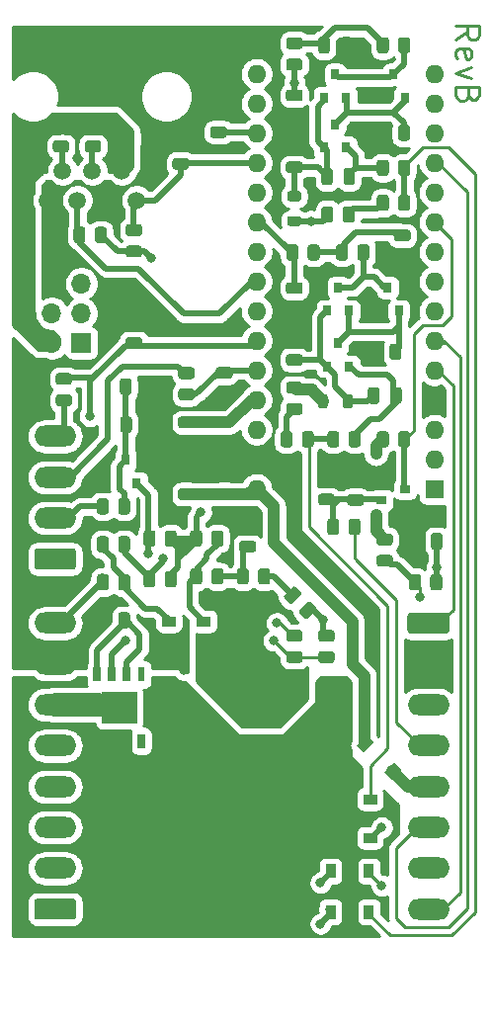
<source format=gbr>
%TF.GenerationSoftware,KiCad,Pcbnew,(5.1.9-0-10_14)*%
%TF.CreationDate,2023-05-28T23:00:19-04:00*%
%TF.ProjectId,LiControl,4c69436f-6e74-4726-9f6c-2e6b69636164,rev?*%
%TF.SameCoordinates,Original*%
%TF.FileFunction,Copper,L2,Bot*%
%TF.FilePolarity,Positive*%
%FSLAX46Y46*%
G04 Gerber Fmt 4.6, Leading zero omitted, Abs format (unit mm)*
G04 Created by KiCad (PCBNEW (5.1.9-0-10_14)) date 2023-05-28 23:00:19*
%MOMM*%
%LPD*%
G01*
G04 APERTURE LIST*
%TA.AperFunction,NonConductor*%
%ADD10C,0.250000*%
%TD*%
%TA.AperFunction,SMDPad,CuDef*%
%ADD11C,0.100000*%
%TD*%
%TA.AperFunction,SMDPad,CuDef*%
%ADD12R,0.800000X0.900000*%
%TD*%
%TA.AperFunction,SMDPad,CuDef*%
%ADD13R,0.900000X1.200000*%
%TD*%
%TA.AperFunction,ComponentPad*%
%ADD14R,1.600000X1.600000*%
%TD*%
%TA.AperFunction,ComponentPad*%
%ADD15O,1.600000X1.600000*%
%TD*%
%TA.AperFunction,SMDPad,CuDef*%
%ADD16R,1.200000X0.900000*%
%TD*%
%TA.AperFunction,ComponentPad*%
%ADD17R,1.500000X1.500000*%
%TD*%
%TA.AperFunction,ComponentPad*%
%ADD18C,1.500000*%
%TD*%
%TA.AperFunction,SMDPad,CuDef*%
%ADD19R,0.900000X0.800000*%
%TD*%
%TA.AperFunction,SMDPad,CuDef*%
%ADD20R,3.300000X2.500000*%
%TD*%
%TA.AperFunction,ComponentPad*%
%ADD21R,1.700000X1.700000*%
%TD*%
%TA.AperFunction,ComponentPad*%
%ADD22O,1.700000X1.700000*%
%TD*%
%TA.AperFunction,SMDPad,CuDef*%
%ADD23R,0.650000X1.310000*%
%TD*%
%TA.AperFunction,SMDPad,CuDef*%
%ADD24R,0.600000X1.310000*%
%TD*%
%TA.AperFunction,SMDPad,CuDef*%
%ADD25R,1.500000X1.325000*%
%TD*%
%TA.AperFunction,SMDPad,CuDef*%
%ADD26R,1.850000X13.700000*%
%TD*%
%TA.AperFunction,ComponentPad*%
%ADD27O,3.600000X1.800000*%
%TD*%
%TA.AperFunction,ViaPad*%
%ADD28C,0.800000*%
%TD*%
%TA.AperFunction,Conductor*%
%ADD29C,0.500000*%
%TD*%
%TA.AperFunction,Conductor*%
%ADD30C,1.000000*%
%TD*%
%TA.AperFunction,Conductor*%
%ADD31C,0.250000*%
%TD*%
%TA.AperFunction,Conductor*%
%ADD32C,2.000000*%
%TD*%
%TA.AperFunction,Conductor*%
%ADD33C,1.500000*%
%TD*%
%TA.AperFunction,Conductor*%
%ADD34C,0.254000*%
%TD*%
%TA.AperFunction,Conductor*%
%ADD35C,0.100000*%
%TD*%
G04 APERTURE END LIST*
D10*
X123845238Y-69750000D02*
X124797619Y-69083333D01*
X123845238Y-68607142D02*
X125845238Y-68607142D01*
X125845238Y-69369047D01*
X125750000Y-69559523D01*
X125654761Y-69654761D01*
X125464285Y-69750000D01*
X125178571Y-69750000D01*
X124988095Y-69654761D01*
X124892857Y-69559523D01*
X124797619Y-69369047D01*
X124797619Y-68607142D01*
X123940476Y-71369047D02*
X123845238Y-71178571D01*
X123845238Y-70797619D01*
X123940476Y-70607142D01*
X124130952Y-70511904D01*
X124892857Y-70511904D01*
X125083333Y-70607142D01*
X125178571Y-70797619D01*
X125178571Y-71178571D01*
X125083333Y-71369047D01*
X124892857Y-71464285D01*
X124702380Y-71464285D01*
X124511904Y-70511904D01*
X125178571Y-72130952D02*
X123845238Y-72607142D01*
X125178571Y-73083333D01*
X124892857Y-74511904D02*
X124797619Y-74797619D01*
X124702380Y-74892857D01*
X124511904Y-74988095D01*
X124226190Y-74988095D01*
X124035714Y-74892857D01*
X123940476Y-74797619D01*
X123845238Y-74607142D01*
X123845238Y-73845238D01*
X125845238Y-73845238D01*
X125845238Y-74511904D01*
X125750000Y-74702380D01*
X125654761Y-74797619D01*
X125464285Y-74892857D01*
X125273809Y-74892857D01*
X125083333Y-74797619D01*
X124988095Y-74702380D01*
X124892857Y-74511904D01*
X124892857Y-73845238D01*
%TA.AperFunction,SMDPad,CuDef*%
D11*
%TO.P,D3,2*%
%TO.N,/12V_KEYON*%
G36*
X117674264Y-132522792D02*
G01*
X118522792Y-131674264D01*
X119159188Y-132310660D01*
X118310660Y-133159188D01*
X117674264Y-132522792D01*
G37*
%TD.AperFunction*%
%TA.AperFunction,SMDPad,CuDef*%
%TO.P,D3,1*%
%TO.N,/12V_VIN*%
G36*
X115340812Y-130189340D02*
G01*
X116189340Y-129340812D01*
X116825736Y-129977208D01*
X115977208Y-130825736D01*
X115340812Y-130189340D01*
G37*
%TD.AperFunction*%
%TD*%
D12*
%TO.P,Q6,1*%
%TO.N,/CLUTCH_FILT*%
X95550000Y-105750000D03*
%TO.P,Q6,2*%
%TO.N,GND*%
X97450000Y-105750000D03*
%TO.P,Q6,3*%
%TO.N,/CLUTCH_uC*%
X96500000Y-107750000D03*
%TD*%
%TO.P,C9,1*%
%TO.N,/MA1_G1*%
%TA.AperFunction,SMDPad,CuDef*%
G36*
G01*
X115200000Y-81025000D02*
X115200000Y-81975000D01*
G75*
G02*
X114950000Y-82225000I-250000J0D01*
G01*
X114450000Y-82225000D01*
G75*
G02*
X114200000Y-81975000I0J250000D01*
G01*
X114200000Y-81025000D01*
G75*
G02*
X114450000Y-80775000I250000J0D01*
G01*
X114950000Y-80775000D01*
G75*
G02*
X115200000Y-81025000I0J-250000D01*
G01*
G37*
%TD.AperFunction*%
%TO.P,C9,2*%
%TO.N,/MA1_5V_ILIM*%
%TA.AperFunction,SMDPad,CuDef*%
G36*
G01*
X113300000Y-81025000D02*
X113300000Y-81975000D01*
G75*
G02*
X113050000Y-82225000I-250000J0D01*
G01*
X112550000Y-82225000D01*
G75*
G02*
X112300000Y-81975000I0J250000D01*
G01*
X112300000Y-81025000D01*
G75*
G02*
X112550000Y-80775000I250000J0D01*
G01*
X113050000Y-80775000D01*
G75*
G02*
X113300000Y-81025000I0J-250000D01*
G01*
G37*
%TD.AperFunction*%
%TD*%
%TO.P,C12,1*%
%TO.N,GND*%
%TA.AperFunction,SMDPad,CuDef*%
G36*
G01*
X109525000Y-94800000D02*
X110475000Y-94800000D01*
G75*
G02*
X110725000Y-95050000I0J-250000D01*
G01*
X110725000Y-95550000D01*
G75*
G02*
X110475000Y-95800000I-250000J0D01*
G01*
X109525000Y-95800000D01*
G75*
G02*
X109275000Y-95550000I0J250000D01*
G01*
X109275000Y-95050000D01*
G75*
G02*
X109525000Y-94800000I250000J0D01*
G01*
G37*
%TD.AperFunction*%
%TO.P,C12,2*%
%TO.N,/CMD_5V_ILIM*%
%TA.AperFunction,SMDPad,CuDef*%
G36*
G01*
X109525000Y-96700000D02*
X110475000Y-96700000D01*
G75*
G02*
X110725000Y-96950000I0J-250000D01*
G01*
X110725000Y-97450000D01*
G75*
G02*
X110475000Y-97700000I-250000J0D01*
G01*
X109525000Y-97700000D01*
G75*
G02*
X109275000Y-97450000I0J250000D01*
G01*
X109275000Y-96950000D01*
G75*
G02*
X109525000Y-96700000I250000J0D01*
G01*
G37*
%TD.AperFunction*%
%TD*%
%TO.P,C13,1*%
%TO.N,GND*%
%TA.AperFunction,SMDPad,CuDef*%
G36*
G01*
X109525000Y-78300000D02*
X110475000Y-78300000D01*
G75*
G02*
X110725000Y-78550000I0J-250000D01*
G01*
X110725000Y-79050000D01*
G75*
G02*
X110475000Y-79300000I-250000J0D01*
G01*
X109525000Y-79300000D01*
G75*
G02*
X109275000Y-79050000I0J250000D01*
G01*
X109275000Y-78550000D01*
G75*
G02*
X109525000Y-78300000I250000J0D01*
G01*
G37*
%TD.AperFunction*%
%TO.P,C13,2*%
%TO.N,/MA1_5V_ILIM*%
%TA.AperFunction,SMDPad,CuDef*%
G36*
G01*
X109525000Y-80200000D02*
X110475000Y-80200000D01*
G75*
G02*
X110725000Y-80450000I0J-250000D01*
G01*
X110725000Y-80950000D01*
G75*
G02*
X110475000Y-81200000I-250000J0D01*
G01*
X109525000Y-81200000D01*
G75*
G02*
X109275000Y-80950000I0J250000D01*
G01*
X109275000Y-80450000D01*
G75*
G02*
X109525000Y-80200000I250000J0D01*
G01*
G37*
%TD.AperFunction*%
%TD*%
%TO.P,C15,2*%
%TO.N,/CMD_PI*%
%TA.AperFunction,SMDPad,CuDef*%
G36*
G01*
X119725000Y-87050000D02*
X118775000Y-87050000D01*
G75*
G02*
X118525000Y-86800000I0J250000D01*
G01*
X118525000Y-86300000D01*
G75*
G02*
X118775000Y-86050000I250000J0D01*
G01*
X119725000Y-86050000D01*
G75*
G02*
X119975000Y-86300000I0J-250000D01*
G01*
X119975000Y-86800000D01*
G75*
G02*
X119725000Y-87050000I-250000J0D01*
G01*
G37*
%TD.AperFunction*%
%TO.P,C15,1*%
%TO.N,GND*%
%TA.AperFunction,SMDPad,CuDef*%
G36*
G01*
X119725000Y-88950000D02*
X118775000Y-88950000D01*
G75*
G02*
X118525000Y-88700000I0J250000D01*
G01*
X118525000Y-88200000D01*
G75*
G02*
X118775000Y-87950000I250000J0D01*
G01*
X119725000Y-87950000D01*
G75*
G02*
X119975000Y-88200000I0J-250000D01*
G01*
X119975000Y-88700000D01*
G75*
G02*
X119725000Y-88950000I-250000J0D01*
G01*
G37*
%TD.AperFunction*%
%TD*%
%TO.P,C16,2*%
%TO.N,/MA1_PI*%
%TA.AperFunction,SMDPad,CuDef*%
G36*
G01*
X113050000Y-69775000D02*
X113050000Y-70725000D01*
G75*
G02*
X112800000Y-70975000I-250000J0D01*
G01*
X112300000Y-70975000D01*
G75*
G02*
X112050000Y-70725000I0J250000D01*
G01*
X112050000Y-69775000D01*
G75*
G02*
X112300000Y-69525000I250000J0D01*
G01*
X112800000Y-69525000D01*
G75*
G02*
X113050000Y-69775000I0J-250000D01*
G01*
G37*
%TD.AperFunction*%
%TO.P,C16,1*%
%TO.N,GND*%
%TA.AperFunction,SMDPad,CuDef*%
G36*
G01*
X114950000Y-69775000D02*
X114950000Y-70725000D01*
G75*
G02*
X114700000Y-70975000I-250000J0D01*
G01*
X114200000Y-70975000D01*
G75*
G02*
X113950000Y-70725000I0J250000D01*
G01*
X113950000Y-69775000D01*
G75*
G02*
X114200000Y-69525000I250000J0D01*
G01*
X114700000Y-69525000D01*
G75*
G02*
X114950000Y-69775000I0J-250000D01*
G01*
G37*
%TD.AperFunction*%
%TD*%
%TO.P,C19,2*%
%TO.N,/CMDPWR_ADC*%
%TA.AperFunction,SMDPad,CuDef*%
G36*
G01*
X110475000Y-91550000D02*
X109525000Y-91550000D01*
G75*
G02*
X109275000Y-91300000I0J250000D01*
G01*
X109275000Y-90800000D01*
G75*
G02*
X109525000Y-90550000I250000J0D01*
G01*
X110475000Y-90550000D01*
G75*
G02*
X110725000Y-90800000I0J-250000D01*
G01*
X110725000Y-91300000D01*
G75*
G02*
X110475000Y-91550000I-250000J0D01*
G01*
G37*
%TD.AperFunction*%
%TO.P,C19,1*%
%TO.N,GND*%
%TA.AperFunction,SMDPad,CuDef*%
G36*
G01*
X110475000Y-93450000D02*
X109525000Y-93450000D01*
G75*
G02*
X109275000Y-93200000I0J250000D01*
G01*
X109275000Y-92700000D01*
G75*
G02*
X109525000Y-92450000I250000J0D01*
G01*
X110475000Y-92450000D01*
G75*
G02*
X110725000Y-92700000I0J-250000D01*
G01*
X110725000Y-93200000D01*
G75*
G02*
X110475000Y-93450000I-250000J0D01*
G01*
G37*
%TD.AperFunction*%
%TD*%
%TO.P,C20,2*%
%TO.N,/MAMODE1_ADC*%
%TA.AperFunction,SMDPad,CuDef*%
G36*
G01*
X110475000Y-75050000D02*
X109525000Y-75050000D01*
G75*
G02*
X109275000Y-74800000I0J250000D01*
G01*
X109275000Y-74300000D01*
G75*
G02*
X109525000Y-74050000I250000J0D01*
G01*
X110475000Y-74050000D01*
G75*
G02*
X110725000Y-74300000I0J-250000D01*
G01*
X110725000Y-74800000D01*
G75*
G02*
X110475000Y-75050000I-250000J0D01*
G01*
G37*
%TD.AperFunction*%
%TO.P,C20,1*%
%TO.N,GND*%
%TA.AperFunction,SMDPad,CuDef*%
G36*
G01*
X110475000Y-76950000D02*
X109525000Y-76950000D01*
G75*
G02*
X109275000Y-76700000I0J250000D01*
G01*
X109275000Y-76200000D01*
G75*
G02*
X109525000Y-75950000I250000J0D01*
G01*
X110475000Y-75950000D01*
G75*
G02*
X110725000Y-76200000I0J-250000D01*
G01*
X110725000Y-76700000D01*
G75*
G02*
X110475000Y-76950000I-250000J0D01*
G01*
G37*
%TD.AperFunction*%
%TD*%
D13*
%TO.P,D2,1*%
%TO.N,/MAMODE1_ECM*%
X113100000Y-144500000D03*
%TO.P,D2,2*%
%TO.N,/MA1_DIODE*%
X116400000Y-144500000D03*
%TD*%
D12*
%TO.P,Q7,1*%
%TO.N,/CMD_G1*%
X114700000Y-97750000D03*
%TO.P,Q7,2*%
%TO.N,/CMD_5V_ILIM*%
X112800000Y-97750000D03*
%TO.P,Q7,3*%
%TO.N,/CMD_G2*%
X113750000Y-95750000D03*
%TD*%
%TO.P,Q8,3*%
%TO.N,/MA1_G2*%
X113500000Y-77000000D03*
%TO.P,Q8,2*%
%TO.N,/MA1_5V_ILIM*%
X112550000Y-79000000D03*
%TO.P,Q8,1*%
%TO.N,/MA1_G1*%
X114450000Y-79000000D03*
%TD*%
%TO.P,Q9,1*%
%TO.N,/CMD_G2*%
X114700000Y-93000000D03*
%TO.P,Q9,2*%
%TO.N,/CMD_5V_ILIM*%
X112800000Y-93000000D03*
%TO.P,Q9,3*%
%TO.N,/CMD_PP*%
X113750000Y-91000000D03*
%TD*%
%TO.P,Q10,3*%
%TO.N,/CMD_PP*%
X118000000Y-91000000D03*
%TO.P,Q10,2*%
%TO.N,GND*%
X117050000Y-93000000D03*
%TO.P,Q10,1*%
%TO.N,/CMD_G2*%
X118950000Y-93000000D03*
%TD*%
%TO.P,Q11,3*%
%TO.N,/MA1_PP*%
X113500000Y-72750000D03*
%TO.P,Q11,2*%
%TO.N,/MA1_5V_ILIM*%
X112550000Y-74750000D03*
%TO.P,Q11,1*%
%TO.N,/MA1_G2*%
X114450000Y-74750000D03*
%TD*%
%TO.P,Q12,3*%
%TO.N,/MA1_PP*%
X118500000Y-72750000D03*
%TO.P,Q12,2*%
%TO.N,GND*%
X117550000Y-74750000D03*
%TO.P,Q12,1*%
%TO.N,/MA1_G2*%
X119450000Y-74750000D03*
%TD*%
%TO.P,R22,1*%
%TO.N,+5V*%
%TA.AperFunction,SMDPad,CuDef*%
G36*
G01*
X112325000Y-85200002D02*
X112325000Y-84299998D01*
G75*
G02*
X112574998Y-84050000I249998J0D01*
G01*
X113100002Y-84050000D01*
G75*
G02*
X113350000Y-84299998I0J-249998D01*
G01*
X113350000Y-85200002D01*
G75*
G02*
X113100002Y-85450000I-249998J0D01*
G01*
X112574998Y-85450000D01*
G75*
G02*
X112325000Y-85200002I0J249998D01*
G01*
G37*
%TD.AperFunction*%
%TO.P,R22,2*%
%TO.N,/MA1_DIV*%
%TA.AperFunction,SMDPad,CuDef*%
G36*
G01*
X114150000Y-85200002D02*
X114150000Y-84299998D01*
G75*
G02*
X114399998Y-84050000I249998J0D01*
G01*
X114925002Y-84050000D01*
G75*
G02*
X115175000Y-84299998I0J-249998D01*
G01*
X115175000Y-85200002D01*
G75*
G02*
X114925002Y-85450000I-249998J0D01*
G01*
X114399998Y-85450000D01*
G75*
G02*
X114150000Y-85200002I0J249998D01*
G01*
G37*
%TD.AperFunction*%
%TD*%
%TO.P,R23,2*%
%TO.N,/MA1_DIODE*%
%TA.AperFunction,SMDPad,CuDef*%
G36*
G01*
X118900000Y-84200002D02*
X118900000Y-83299998D01*
G75*
G02*
X119149998Y-83050000I249998J0D01*
G01*
X119675002Y-83050000D01*
G75*
G02*
X119925000Y-83299998I0J-249998D01*
G01*
X119925000Y-84200002D01*
G75*
G02*
X119675002Y-84450000I-249998J0D01*
G01*
X119149998Y-84450000D01*
G75*
G02*
X118900000Y-84200002I0J249998D01*
G01*
G37*
%TD.AperFunction*%
%TO.P,R23,1*%
%TO.N,/MA1_DIV*%
%TA.AperFunction,SMDPad,CuDef*%
G36*
G01*
X117075000Y-84200002D02*
X117075000Y-83299998D01*
G75*
G02*
X117324998Y-83050000I249998J0D01*
G01*
X117850002Y-83050000D01*
G75*
G02*
X118100000Y-83299998I0J-249998D01*
G01*
X118100000Y-84200002D01*
G75*
G02*
X117850002Y-84450000I-249998J0D01*
G01*
X117324998Y-84450000D01*
G75*
G02*
X117075000Y-84200002I0J249998D01*
G01*
G37*
%TD.AperFunction*%
%TD*%
%TO.P,R25,2*%
%TO.N,/MA1_G1*%
%TA.AperFunction,SMDPad,CuDef*%
G36*
G01*
X118100000Y-80299998D02*
X118100000Y-81200002D01*
G75*
G02*
X117850002Y-81450000I-249998J0D01*
G01*
X117324998Y-81450000D01*
G75*
G02*
X117075000Y-81200002I0J249998D01*
G01*
X117075000Y-80299998D01*
G75*
G02*
X117324998Y-80050000I249998J0D01*
G01*
X117850002Y-80050000D01*
G75*
G02*
X118100000Y-80299998I0J-249998D01*
G01*
G37*
%TD.AperFunction*%
%TO.P,R25,1*%
%TO.N,/MA1_DIODE*%
%TA.AperFunction,SMDPad,CuDef*%
G36*
G01*
X119925000Y-80299998D02*
X119925000Y-81200002D01*
G75*
G02*
X119675002Y-81450000I-249998J0D01*
G01*
X119149998Y-81450000D01*
G75*
G02*
X118900000Y-81200002I0J249998D01*
G01*
X118900000Y-80299998D01*
G75*
G02*
X119149998Y-80050000I249998J0D01*
G01*
X119675002Y-80050000D01*
G75*
G02*
X119925000Y-80299998I0J-249998D01*
G01*
G37*
%TD.AperFunction*%
%TD*%
%TO.P,R26,2*%
%TO.N,GND*%
%TA.AperFunction,SMDPad,CuDef*%
G36*
G01*
X117350000Y-96049998D02*
X117350000Y-96950002D01*
G75*
G02*
X117100002Y-97200000I-249998J0D01*
G01*
X116574998Y-97200000D01*
G75*
G02*
X116325000Y-96950002I0J249998D01*
G01*
X116325000Y-96049998D01*
G75*
G02*
X116574998Y-95800000I249998J0D01*
G01*
X117100002Y-95800000D01*
G75*
G02*
X117350000Y-96049998I0J-249998D01*
G01*
G37*
%TD.AperFunction*%
%TO.P,R26,1*%
%TO.N,/CMD_G2*%
%TA.AperFunction,SMDPad,CuDef*%
G36*
G01*
X119175000Y-96049998D02*
X119175000Y-96950002D01*
G75*
G02*
X118925002Y-97200000I-249998J0D01*
G01*
X118399998Y-97200000D01*
G75*
G02*
X118150000Y-96950002I0J249998D01*
G01*
X118150000Y-96049998D01*
G75*
G02*
X118399998Y-95800000I249998J0D01*
G01*
X118925002Y-95800000D01*
G75*
G02*
X119175000Y-96049998I0J-249998D01*
G01*
G37*
%TD.AperFunction*%
%TD*%
%TO.P,R27,1*%
%TO.N,/MA1_G2*%
%TA.AperFunction,SMDPad,CuDef*%
G36*
G01*
X119925000Y-77299998D02*
X119925000Y-78200002D01*
G75*
G02*
X119675002Y-78450000I-249998J0D01*
G01*
X119149998Y-78450000D01*
G75*
G02*
X118900000Y-78200002I0J249998D01*
G01*
X118900000Y-77299998D01*
G75*
G02*
X119149998Y-77050000I249998J0D01*
G01*
X119675002Y-77050000D01*
G75*
G02*
X119925000Y-77299998I0J-249998D01*
G01*
G37*
%TD.AperFunction*%
%TO.P,R27,2*%
%TO.N,GND*%
%TA.AperFunction,SMDPad,CuDef*%
G36*
G01*
X118100000Y-77299998D02*
X118100000Y-78200002D01*
G75*
G02*
X117850002Y-78450000I-249998J0D01*
G01*
X117324998Y-78450000D01*
G75*
G02*
X117075000Y-78200002I0J249998D01*
G01*
X117075000Y-77299998D01*
G75*
G02*
X117324998Y-77050000I249998J0D01*
G01*
X117850002Y-77050000D01*
G75*
G02*
X118100000Y-77299998I0J-249998D01*
G01*
G37*
%TD.AperFunction*%
%TD*%
%TO.P,R32,1*%
%TO.N,/CMD_PP*%
%TA.AperFunction,SMDPad,CuDef*%
G36*
G01*
X116425000Y-87549998D02*
X116425000Y-88450002D01*
G75*
G02*
X116175002Y-88700000I-249998J0D01*
G01*
X115649998Y-88700000D01*
G75*
G02*
X115400000Y-88450002I0J249998D01*
G01*
X115400000Y-87549998D01*
G75*
G02*
X115649998Y-87300000I249998J0D01*
G01*
X116175002Y-87300000D01*
G75*
G02*
X116425000Y-87549998I0J-249998D01*
G01*
G37*
%TD.AperFunction*%
%TO.P,R32,2*%
%TO.N,/CMD_PI*%
%TA.AperFunction,SMDPad,CuDef*%
G36*
G01*
X114600000Y-87549998D02*
X114600000Y-88450002D01*
G75*
G02*
X114350002Y-88700000I-249998J0D01*
G01*
X113824998Y-88700000D01*
G75*
G02*
X113575000Y-88450002I0J249998D01*
G01*
X113575000Y-87549998D01*
G75*
G02*
X113824998Y-87300000I249998J0D01*
G01*
X114350002Y-87300000D01*
G75*
G02*
X114600000Y-87549998I0J-249998D01*
G01*
G37*
%TD.AperFunction*%
%TD*%
%TO.P,R33,2*%
%TO.N,/MA1_PI*%
%TA.AperFunction,SMDPad,CuDef*%
G36*
G01*
X118100000Y-69799998D02*
X118100000Y-70700002D01*
G75*
G02*
X117850002Y-70950000I-249998J0D01*
G01*
X117324998Y-70950000D01*
G75*
G02*
X117075000Y-70700002I0J249998D01*
G01*
X117075000Y-69799998D01*
G75*
G02*
X117324998Y-69550000I249998J0D01*
G01*
X117850002Y-69550000D01*
G75*
G02*
X118100000Y-69799998I0J-249998D01*
G01*
G37*
%TD.AperFunction*%
%TO.P,R33,1*%
%TO.N,/MA1_PP*%
%TA.AperFunction,SMDPad,CuDef*%
G36*
G01*
X119925000Y-69799998D02*
X119925000Y-70700002D01*
G75*
G02*
X119675002Y-70950000I-249998J0D01*
G01*
X119149998Y-70950000D01*
G75*
G02*
X118900000Y-70700002I0J249998D01*
G01*
X118900000Y-69799998D01*
G75*
G02*
X119149998Y-69550000I249998J0D01*
G01*
X119675002Y-69550000D01*
G75*
G02*
X119925000Y-69799998I0J-249998D01*
G01*
G37*
%TD.AperFunction*%
%TD*%
%TO.P,R34,2*%
%TO.N,/CMDPWR_ADC*%
%TA.AperFunction,SMDPad,CuDef*%
G36*
G01*
X110350000Y-87549998D02*
X110350000Y-88450002D01*
G75*
G02*
X110100002Y-88700000I-249998J0D01*
G01*
X109574998Y-88700000D01*
G75*
G02*
X109325000Y-88450002I0J249998D01*
G01*
X109325000Y-87549998D01*
G75*
G02*
X109574998Y-87300000I249998J0D01*
G01*
X110100002Y-87300000D01*
G75*
G02*
X110350000Y-87549998I0J-249998D01*
G01*
G37*
%TD.AperFunction*%
%TO.P,R34,1*%
%TO.N,/CMD_PI*%
%TA.AperFunction,SMDPad,CuDef*%
G36*
G01*
X112175000Y-87549998D02*
X112175000Y-88450002D01*
G75*
G02*
X111925002Y-88700000I-249998J0D01*
G01*
X111399998Y-88700000D01*
G75*
G02*
X111150000Y-88450002I0J249998D01*
G01*
X111150000Y-87549998D01*
G75*
G02*
X111399998Y-87300000I249998J0D01*
G01*
X111925002Y-87300000D01*
G75*
G02*
X112175000Y-87549998I0J-249998D01*
G01*
G37*
%TD.AperFunction*%
%TD*%
%TO.P,R35,1*%
%TO.N,/MA1_PI*%
%TA.AperFunction,SMDPad,CuDef*%
G36*
G01*
X109549998Y-69575000D02*
X110450002Y-69575000D01*
G75*
G02*
X110700000Y-69824998I0J-249998D01*
G01*
X110700000Y-70350002D01*
G75*
G02*
X110450002Y-70600000I-249998J0D01*
G01*
X109549998Y-70600000D01*
G75*
G02*
X109300000Y-70350002I0J249998D01*
G01*
X109300000Y-69824998D01*
G75*
G02*
X109549998Y-69575000I249998J0D01*
G01*
G37*
%TD.AperFunction*%
%TO.P,R35,2*%
%TO.N,/MAMODE1_ADC*%
%TA.AperFunction,SMDPad,CuDef*%
G36*
G01*
X109549998Y-71400000D02*
X110450002Y-71400000D01*
G75*
G02*
X110700000Y-71649998I0J-249998D01*
G01*
X110700000Y-72175002D01*
G75*
G02*
X110450002Y-72425000I-249998J0D01*
G01*
X109549998Y-72425000D01*
G75*
G02*
X109300000Y-72175002I0J249998D01*
G01*
X109300000Y-71649998D01*
G75*
G02*
X109549998Y-71400000I249998J0D01*
G01*
G37*
%TD.AperFunction*%
%TD*%
D14*
%TO.P,A1,1*%
%TO.N,N/C*%
X122000000Y-108250000D03*
D15*
%TO.P,A1,17*%
X106760000Y-75230000D03*
%TO.P,A1,2*%
X122000000Y-105710000D03*
%TO.P,A1,18*%
%TO.N,/AREF*%
X106760000Y-77770000D03*
%TO.P,A1,3*%
%TO.N,N/C*%
X122000000Y-103170000D03*
%TO.P,A1,19*%
%TO.N,/POTENTIOMETER*%
X106760000Y-80310000D03*
%TO.P,A1,4*%
%TO.N,GND*%
X122000000Y-100630000D03*
%TO.P,A1,20*%
%TO.N,/MAMODE1_ADC*%
X106760000Y-82850000D03*
%TO.P,A1,5*%
%TO.N,/MAMODE2_MCM*%
X122000000Y-98090000D03*
%TO.P,A1,21*%
%TO.N,/CMDPWR_ADC*%
X106760000Y-85390000D03*
%TO.P,A1,6*%
%TO.N,/MAMODE1_MCM*%
X122000000Y-95550000D03*
%TO.P,A1,22*%
%TO.N,/BUTTON*%
X106760000Y-87930000D03*
%TO.P,A1,7*%
%TO.N,/MAMODE2_ECM_uC*%
X122000000Y-93010000D03*
%TO.P,A1,23*%
%TO.N,/MODE_SEL1*%
X106760000Y-90470000D03*
%TO.P,A1,8*%
%TO.N,/BRAKE_uC*%
X122000000Y-90470000D03*
%TO.P,A1,24*%
%TO.N,/MODE_SEL2*%
X106760000Y-93010000D03*
%TO.P,A1,9*%
%TO.N,/CLUTCH_uC*%
X122000000Y-87930000D03*
%TO.P,A1,25*%
%TO.N,/MAP_uC*%
X106760000Y-95550000D03*
%TO.P,A1,10*%
%TO.N,/VSS_PCINT2*%
X122000000Y-85390000D03*
%TO.P,A1,26*%
%TO.N,/THROTTLE_uC*%
X106760000Y-98090000D03*
%TO.P,A1,11*%
%TO.N,/NEP_PCINT0*%
X122000000Y-82850000D03*
%TO.P,A1,27*%
%TO.N,+5V*%
X106760000Y-100630000D03*
%TO.P,A1,12*%
%TO.N,/CMDPWR_MCM*%
X122000000Y-80310000D03*
%TO.P,A1,28*%
%TO.N,N/C*%
X106760000Y-103170000D03*
%TO.P,A1,13*%
%TO.N,/CS*%
X122000000Y-77770000D03*
%TO.P,A1,29*%
%TO.N,GND*%
X106760000Y-105710000D03*
%TO.P,A1,14*%
%TO.N,/MOSI*%
X122000000Y-75230000D03*
%TO.P,A1,30*%
%TO.N,/12V_VIN*%
X106760000Y-108250000D03*
%TO.P,A1,15*%
%TO.N,/MISO*%
X122000000Y-72690000D03*
%TO.P,A1,16*%
%TO.N,/SCK*%
X106760000Y-72690000D03*
%TD*%
%TO.P,C2,1*%
%TO.N,GND*%
%TA.AperFunction,SMDPad,CuDef*%
G36*
G01*
X114775000Y-106800000D02*
X115725000Y-106800000D01*
G75*
G02*
X115975000Y-107050000I0J-250000D01*
G01*
X115975000Y-107550000D01*
G75*
G02*
X115725000Y-107800000I-250000J0D01*
G01*
X114775000Y-107800000D01*
G75*
G02*
X114525000Y-107550000I0J250000D01*
G01*
X114525000Y-107050000D01*
G75*
G02*
X114775000Y-106800000I250000J0D01*
G01*
G37*
%TD.AperFunction*%
%TO.P,C2,2*%
%TO.N,/VSS_FILT*%
%TA.AperFunction,SMDPad,CuDef*%
G36*
G01*
X114775000Y-108700000D02*
X115725000Y-108700000D01*
G75*
G02*
X115975000Y-108950000I0J-250000D01*
G01*
X115975000Y-109450000D01*
G75*
G02*
X115725000Y-109700000I-250000J0D01*
G01*
X114775000Y-109700000D01*
G75*
G02*
X114525000Y-109450000I0J250000D01*
G01*
X114525000Y-108950000D01*
G75*
G02*
X114775000Y-108700000I250000J0D01*
G01*
G37*
%TD.AperFunction*%
%TD*%
%TO.P,C3,1*%
%TO.N,GND*%
%TA.AperFunction,SMDPad,CuDef*%
G36*
G01*
X104475000Y-100700000D02*
X103525000Y-100700000D01*
G75*
G02*
X103275000Y-100450000I0J250000D01*
G01*
X103275000Y-99950000D01*
G75*
G02*
X103525000Y-99700000I250000J0D01*
G01*
X104475000Y-99700000D01*
G75*
G02*
X104725000Y-99950000I0J-250000D01*
G01*
X104725000Y-100450000D01*
G75*
G02*
X104475000Y-100700000I-250000J0D01*
G01*
G37*
%TD.AperFunction*%
%TO.P,C3,2*%
%TO.N,/THROTTLE_uC*%
%TA.AperFunction,SMDPad,CuDef*%
G36*
G01*
X104475000Y-98800000D02*
X103525000Y-98800000D01*
G75*
G02*
X103275000Y-98550000I0J250000D01*
G01*
X103275000Y-98050000D01*
G75*
G02*
X103525000Y-97800000I250000J0D01*
G01*
X104475000Y-97800000D01*
G75*
G02*
X104725000Y-98050000I0J-250000D01*
G01*
X104725000Y-98550000D01*
G75*
G02*
X104475000Y-98800000I-250000J0D01*
G01*
G37*
%TD.AperFunction*%
%TD*%
%TO.P,C6,2*%
%TO.N,/CLUTCH_FILT*%
%TA.AperFunction,SMDPad,CuDef*%
G36*
G01*
X96050000Y-99025000D02*
X96050000Y-99975000D01*
G75*
G02*
X95800000Y-100225000I-250000J0D01*
G01*
X95300000Y-100225000D01*
G75*
G02*
X95050000Y-99975000I0J250000D01*
G01*
X95050000Y-99025000D01*
G75*
G02*
X95300000Y-98775000I250000J0D01*
G01*
X95800000Y-98775000D01*
G75*
G02*
X96050000Y-99025000I0J-250000D01*
G01*
G37*
%TD.AperFunction*%
%TO.P,C6,1*%
%TO.N,GND*%
%TA.AperFunction,SMDPad,CuDef*%
G36*
G01*
X97950000Y-99025000D02*
X97950000Y-99975000D01*
G75*
G02*
X97700000Y-100225000I-250000J0D01*
G01*
X97200000Y-100225000D01*
G75*
G02*
X96950000Y-99975000I0J250000D01*
G01*
X96950000Y-99025000D01*
G75*
G02*
X97200000Y-98775000I250000J0D01*
G01*
X97700000Y-98775000D01*
G75*
G02*
X97950000Y-99025000I0J-250000D01*
G01*
G37*
%TD.AperFunction*%
%TD*%
%TO.P,C7,1*%
%TO.N,/12V_VIN*%
%TA.AperFunction,SMDPad,CuDef*%
G36*
G01*
X104475000Y-109200000D02*
X103525000Y-109200000D01*
G75*
G02*
X103275000Y-108950000I0J250000D01*
G01*
X103275000Y-108450000D01*
G75*
G02*
X103525000Y-108200000I250000J0D01*
G01*
X104475000Y-108200000D01*
G75*
G02*
X104725000Y-108450000I0J-250000D01*
G01*
X104725000Y-108950000D01*
G75*
G02*
X104475000Y-109200000I-250000J0D01*
G01*
G37*
%TD.AperFunction*%
%TO.P,C7,2*%
%TO.N,GND*%
%TA.AperFunction,SMDPad,CuDef*%
G36*
G01*
X104475000Y-107300000D02*
X103525000Y-107300000D01*
G75*
G02*
X103275000Y-107050000I0J250000D01*
G01*
X103275000Y-106550000D01*
G75*
G02*
X103525000Y-106300000I250000J0D01*
G01*
X104475000Y-106300000D01*
G75*
G02*
X104725000Y-106550000I0J-250000D01*
G01*
X104725000Y-107050000D01*
G75*
G02*
X104475000Y-107300000I-250000J0D01*
G01*
G37*
%TD.AperFunction*%
%TD*%
%TO.P,C8,2*%
%TO.N,/CMD_5V_ILIM*%
%TA.AperFunction,SMDPad,CuDef*%
G36*
G01*
X117300000Y-99775000D02*
X117300000Y-100725000D01*
G75*
G02*
X117050000Y-100975000I-250000J0D01*
G01*
X116550000Y-100975000D01*
G75*
G02*
X116300000Y-100725000I0J250000D01*
G01*
X116300000Y-99775000D01*
G75*
G02*
X116550000Y-99525000I250000J0D01*
G01*
X117050000Y-99525000D01*
G75*
G02*
X117300000Y-99775000I0J-250000D01*
G01*
G37*
%TD.AperFunction*%
%TO.P,C8,1*%
%TO.N,/CMD_G1*%
%TA.AperFunction,SMDPad,CuDef*%
G36*
G01*
X119200000Y-99775000D02*
X119200000Y-100725000D01*
G75*
G02*
X118950000Y-100975000I-250000J0D01*
G01*
X118450000Y-100975000D01*
G75*
G02*
X118200000Y-100725000I0J250000D01*
G01*
X118200000Y-99775000D01*
G75*
G02*
X118450000Y-99525000I250000J0D01*
G01*
X118950000Y-99525000D01*
G75*
G02*
X119200000Y-99775000I0J-250000D01*
G01*
G37*
%TD.AperFunction*%
%TD*%
%TO.P,C10,2*%
%TO.N,GND*%
%TA.AperFunction,SMDPad,CuDef*%
G36*
G01*
X101225000Y-107300000D02*
X100275000Y-107300000D01*
G75*
G02*
X100025000Y-107050000I0J250000D01*
G01*
X100025000Y-106550000D01*
G75*
G02*
X100275000Y-106300000I250000J0D01*
G01*
X101225000Y-106300000D01*
G75*
G02*
X101475000Y-106550000I0J-250000D01*
G01*
X101475000Y-107050000D01*
G75*
G02*
X101225000Y-107300000I-250000J0D01*
G01*
G37*
%TD.AperFunction*%
%TO.P,C10,1*%
%TO.N,/12V_VIN*%
%TA.AperFunction,SMDPad,CuDef*%
G36*
G01*
X101225000Y-109200000D02*
X100275000Y-109200000D01*
G75*
G02*
X100025000Y-108950000I0J250000D01*
G01*
X100025000Y-108450000D01*
G75*
G02*
X100275000Y-108200000I250000J0D01*
G01*
X101225000Y-108200000D01*
G75*
G02*
X101475000Y-108450000I0J-250000D01*
G01*
X101475000Y-108950000D01*
G75*
G02*
X101225000Y-109200000I-250000J0D01*
G01*
G37*
%TD.AperFunction*%
%TD*%
%TO.P,C14,2*%
%TO.N,GND*%
%TA.AperFunction,SMDPad,CuDef*%
G36*
G01*
X100275000Y-103950000D02*
X101225000Y-103950000D01*
G75*
G02*
X101475000Y-104200000I0J-250000D01*
G01*
X101475000Y-104700000D01*
G75*
G02*
X101225000Y-104950000I-250000J0D01*
G01*
X100275000Y-104950000D01*
G75*
G02*
X100025000Y-104700000I0J250000D01*
G01*
X100025000Y-104200000D01*
G75*
G02*
X100275000Y-103950000I250000J0D01*
G01*
G37*
%TD.AperFunction*%
%TO.P,C14,1*%
%TO.N,+5V*%
%TA.AperFunction,SMDPad,CuDef*%
G36*
G01*
X100275000Y-102050000D02*
X101225000Y-102050000D01*
G75*
G02*
X101475000Y-102300000I0J-250000D01*
G01*
X101475000Y-102800000D01*
G75*
G02*
X101225000Y-103050000I-250000J0D01*
G01*
X100275000Y-103050000D01*
G75*
G02*
X100025000Y-102800000I0J250000D01*
G01*
X100025000Y-102300000D01*
G75*
G02*
X100275000Y-102050000I250000J0D01*
G01*
G37*
%TD.AperFunction*%
%TD*%
%TO.P,C17,2*%
%TO.N,GND*%
%TA.AperFunction,SMDPad,CuDef*%
G36*
G01*
X103975000Y-76300000D02*
X103025000Y-76300000D01*
G75*
G02*
X102775000Y-76050000I0J250000D01*
G01*
X102775000Y-75550000D01*
G75*
G02*
X103025000Y-75300000I250000J0D01*
G01*
X103975000Y-75300000D01*
G75*
G02*
X104225000Y-75550000I0J-250000D01*
G01*
X104225000Y-76050000D01*
G75*
G02*
X103975000Y-76300000I-250000J0D01*
G01*
G37*
%TD.AperFunction*%
%TO.P,C17,1*%
%TO.N,/AREF*%
%TA.AperFunction,SMDPad,CuDef*%
G36*
G01*
X103975000Y-78200000D02*
X103025000Y-78200000D01*
G75*
G02*
X102775000Y-77950000I0J250000D01*
G01*
X102775000Y-77450000D01*
G75*
G02*
X103025000Y-77200000I250000J0D01*
G01*
X103975000Y-77200000D01*
G75*
G02*
X104225000Y-77450000I0J-250000D01*
G01*
X104225000Y-77950000D01*
G75*
G02*
X103975000Y-78200000I-250000J0D01*
G01*
G37*
%TD.AperFunction*%
%TD*%
%TO.P,C18,2*%
%TO.N,GND*%
%TA.AperFunction,SMDPad,CuDef*%
G36*
G01*
X103525000Y-103950000D02*
X104475000Y-103950000D01*
G75*
G02*
X104725000Y-104200000I0J-250000D01*
G01*
X104725000Y-104700000D01*
G75*
G02*
X104475000Y-104950000I-250000J0D01*
G01*
X103525000Y-104950000D01*
G75*
G02*
X103275000Y-104700000I0J250000D01*
G01*
X103275000Y-104200000D01*
G75*
G02*
X103525000Y-103950000I250000J0D01*
G01*
G37*
%TD.AperFunction*%
%TO.P,C18,1*%
%TO.N,+5V*%
%TA.AperFunction,SMDPad,CuDef*%
G36*
G01*
X103525000Y-102050000D02*
X104475000Y-102050000D01*
G75*
G02*
X104725000Y-102300000I0J-250000D01*
G01*
X104725000Y-102800000D01*
G75*
G02*
X104475000Y-103050000I-250000J0D01*
G01*
X103525000Y-103050000D01*
G75*
G02*
X103275000Y-102800000I0J250000D01*
G01*
X103275000Y-102300000D01*
G75*
G02*
X103525000Y-102050000I250000J0D01*
G01*
G37*
%TD.AperFunction*%
%TD*%
%TO.P,C21,1*%
%TO.N,GND*%
%TA.AperFunction,SMDPad,CuDef*%
G36*
G01*
X98200000Y-77775000D02*
X98200000Y-78725000D01*
G75*
G02*
X97950000Y-78975000I-250000J0D01*
G01*
X97450000Y-78975000D01*
G75*
G02*
X97200000Y-78725000I0J250000D01*
G01*
X97200000Y-77775000D01*
G75*
G02*
X97450000Y-77525000I250000J0D01*
G01*
X97950000Y-77525000D01*
G75*
G02*
X98200000Y-77775000I0J-250000D01*
G01*
G37*
%TD.AperFunction*%
%TO.P,C21,2*%
%TO.N,+5V*%
%TA.AperFunction,SMDPad,CuDef*%
G36*
G01*
X96300000Y-77775000D02*
X96300000Y-78725000D01*
G75*
G02*
X96050000Y-78975000I-250000J0D01*
G01*
X95550000Y-78975000D01*
G75*
G02*
X95300000Y-78725000I0J250000D01*
G01*
X95300000Y-77775000D01*
G75*
G02*
X95550000Y-77525000I250000J0D01*
G01*
X96050000Y-77525000D01*
G75*
G02*
X96300000Y-77775000I0J-250000D01*
G01*
G37*
%TD.AperFunction*%
%TD*%
D16*
%TO.P,D1,1*%
%TO.N,/CMDPWR_ECM*%
X116500000Y-138150000D03*
%TO.P,D1,2*%
%TO.N,/CMD_DIODE*%
X116500000Y-134850000D03*
%TD*%
D17*
%TO.P,J5,1*%
%TO.N,GND*%
X97750000Y-81000000D03*
D18*
%TO.P,J5,2*%
%TO.N,/POTENTIOMETER*%
X96480000Y-83540000D03*
%TO.P,J5,3*%
%TO.N,+5V*%
X95210000Y-81000000D03*
%TO.P,J5,4*%
%TO.N,GND*%
X93940000Y-83540000D03*
%TO.P,J5,5*%
%TO.N,/BUTTON*%
X92670000Y-81000000D03*
%TO.P,J5,6*%
%TO.N,/MODE_SEL1*%
X91400000Y-83540000D03*
%TO.P,J5,7*%
%TO.N,/MODE_SEL2*%
X90130000Y-81000000D03*
%TO.P,J5,8*%
%TO.N,GND*%
X88860000Y-83540000D03*
%TD*%
D19*
%TO.P,Q2,1*%
%TO.N,/VSS_FILT*%
X117500000Y-109200000D03*
%TO.P,Q2,2*%
%TO.N,GND*%
X117500000Y-107300000D03*
%TO.P,Q2,3*%
%TO.N,/VSS_PCINT2*%
X119500000Y-108250000D03*
%TD*%
%TO.P,R1,2*%
%TO.N,/VSS_FILT*%
%TA.AperFunction,SMDPad,CuDef*%
G36*
G01*
X113850000Y-111049998D02*
X113850000Y-111950002D01*
G75*
G02*
X113600002Y-112200000I-249998J0D01*
G01*
X113074998Y-112200000D01*
G75*
G02*
X112825000Y-111950002I0J249998D01*
G01*
X112825000Y-111049998D01*
G75*
G02*
X113074998Y-110800000I249998J0D01*
G01*
X113600002Y-110800000D01*
G75*
G02*
X113850000Y-111049998I0J-249998D01*
G01*
G37*
%TD.AperFunction*%
%TO.P,R1,1*%
%TO.N,/VSS*%
%TA.AperFunction,SMDPad,CuDef*%
G36*
G01*
X115675000Y-111049998D02*
X115675000Y-111950002D01*
G75*
G02*
X115425002Y-112200000I-249998J0D01*
G01*
X114899998Y-112200000D01*
G75*
G02*
X114650000Y-111950002I0J249998D01*
G01*
X114650000Y-111049998D01*
G75*
G02*
X114899998Y-110800000I249998J0D01*
G01*
X115425002Y-110800000D01*
G75*
G02*
X115675000Y-111049998I0J-249998D01*
G01*
G37*
%TD.AperFunction*%
%TD*%
%TO.P,R2,1*%
%TO.N,/VSS_FILT*%
%TA.AperFunction,SMDPad,CuDef*%
G36*
G01*
X113200002Y-109675000D02*
X112299998Y-109675000D01*
G75*
G02*
X112050000Y-109425002I0J249998D01*
G01*
X112050000Y-108899998D01*
G75*
G02*
X112299998Y-108650000I249998J0D01*
G01*
X113200002Y-108650000D01*
G75*
G02*
X113450000Y-108899998I0J-249998D01*
G01*
X113450000Y-109425002D01*
G75*
G02*
X113200002Y-109675000I-249998J0D01*
G01*
G37*
%TD.AperFunction*%
%TO.P,R2,2*%
%TO.N,GND*%
%TA.AperFunction,SMDPad,CuDef*%
G36*
G01*
X113200002Y-107850000D02*
X112299998Y-107850000D01*
G75*
G02*
X112050000Y-107600002I0J249998D01*
G01*
X112050000Y-107074998D01*
G75*
G02*
X112299998Y-106825000I249998J0D01*
G01*
X113200002Y-106825000D01*
G75*
G02*
X113450000Y-107074998I0J-249998D01*
G01*
X113450000Y-107600002D01*
G75*
G02*
X113200002Y-107850000I-249998J0D01*
G01*
G37*
%TD.AperFunction*%
%TD*%
%TO.P,R6,2*%
%TO.N,/THROTTLE_RAW*%
%TA.AperFunction,SMDPad,CuDef*%
G36*
G01*
X101200002Y-98850000D02*
X100299998Y-98850000D01*
G75*
G02*
X100050000Y-98600002I0J249998D01*
G01*
X100050000Y-98074998D01*
G75*
G02*
X100299998Y-97825000I249998J0D01*
G01*
X101200002Y-97825000D01*
G75*
G02*
X101450000Y-98074998I0J-249998D01*
G01*
X101450000Y-98600002D01*
G75*
G02*
X101200002Y-98850000I-249998J0D01*
G01*
G37*
%TD.AperFunction*%
%TO.P,R6,1*%
%TO.N,/THROTTLE_uC*%
%TA.AperFunction,SMDPad,CuDef*%
G36*
G01*
X101200002Y-100675000D02*
X100299998Y-100675000D01*
G75*
G02*
X100050000Y-100425002I0J249998D01*
G01*
X100050000Y-99899998D01*
G75*
G02*
X100299998Y-99650000I249998J0D01*
G01*
X101200002Y-99650000D01*
G75*
G02*
X101450000Y-99899998I0J-249998D01*
G01*
X101450000Y-100425002D01*
G75*
G02*
X101200002Y-100675000I-249998J0D01*
G01*
G37*
%TD.AperFunction*%
%TD*%
%TO.P,R7,1*%
%TO.N,+5V*%
%TA.AperFunction,SMDPad,CuDef*%
G36*
G01*
X117075000Y-104450002D02*
X117075000Y-103549998D01*
G75*
G02*
X117324998Y-103300000I249998J0D01*
G01*
X117850002Y-103300000D01*
G75*
G02*
X118100000Y-103549998I0J-249998D01*
G01*
X118100000Y-104450002D01*
G75*
G02*
X117850002Y-104700000I-249998J0D01*
G01*
X117324998Y-104700000D01*
G75*
G02*
X117075000Y-104450002I0J249998D01*
G01*
G37*
%TD.AperFunction*%
%TO.P,R7,2*%
%TO.N,/VSS_PCINT2*%
%TA.AperFunction,SMDPad,CuDef*%
G36*
G01*
X118900000Y-104450002D02*
X118900000Y-103549998D01*
G75*
G02*
X119149998Y-103300000I249998J0D01*
G01*
X119675002Y-103300000D01*
G75*
G02*
X119925000Y-103549998I0J-249998D01*
G01*
X119925000Y-104450002D01*
G75*
G02*
X119675002Y-104700000I-249998J0D01*
G01*
X119149998Y-104700000D01*
G75*
G02*
X118900000Y-104450002I0J249998D01*
G01*
G37*
%TD.AperFunction*%
%TD*%
%TO.P,R13,1*%
%TO.N,/CLUTCH_RAW*%
%TA.AperFunction,SMDPad,CuDef*%
G36*
G01*
X93075000Y-110200002D02*
X93075000Y-109299998D01*
G75*
G02*
X93324998Y-109050000I249998J0D01*
G01*
X93850002Y-109050000D01*
G75*
G02*
X94100000Y-109299998I0J-249998D01*
G01*
X94100000Y-110200002D01*
G75*
G02*
X93850002Y-110450000I-249998J0D01*
G01*
X93324998Y-110450000D01*
G75*
G02*
X93075000Y-110200002I0J249998D01*
G01*
G37*
%TD.AperFunction*%
%TO.P,R13,2*%
%TO.N,/CLUTCH_FILT*%
%TA.AperFunction,SMDPad,CuDef*%
G36*
G01*
X94900000Y-110200002D02*
X94900000Y-109299998D01*
G75*
G02*
X95149998Y-109050000I249998J0D01*
G01*
X95675002Y-109050000D01*
G75*
G02*
X95925000Y-109299998I0J-249998D01*
G01*
X95925000Y-110200002D01*
G75*
G02*
X95675002Y-110450000I-249998J0D01*
G01*
X95149998Y-110450000D01*
G75*
G02*
X94900000Y-110200002I0J249998D01*
G01*
G37*
%TD.AperFunction*%
%TD*%
%TO.P,R14,2*%
%TO.N,GND*%
%TA.AperFunction,SMDPad,CuDef*%
G36*
G01*
X96900000Y-103200002D02*
X96900000Y-102299998D01*
G75*
G02*
X97149998Y-102050000I249998J0D01*
G01*
X97675002Y-102050000D01*
G75*
G02*
X97925000Y-102299998I0J-249998D01*
G01*
X97925000Y-103200002D01*
G75*
G02*
X97675002Y-103450000I-249998J0D01*
G01*
X97149998Y-103450000D01*
G75*
G02*
X96900000Y-103200002I0J249998D01*
G01*
G37*
%TD.AperFunction*%
%TO.P,R14,1*%
%TO.N,/CLUTCH_FILT*%
%TA.AperFunction,SMDPad,CuDef*%
G36*
G01*
X95075000Y-103200002D02*
X95075000Y-102299998D01*
G75*
G02*
X95324998Y-102050000I249998J0D01*
G01*
X95850002Y-102050000D01*
G75*
G02*
X96100000Y-102299998I0J-249998D01*
G01*
X96100000Y-103200002D01*
G75*
G02*
X95850002Y-103450000I-249998J0D01*
G01*
X95324998Y-103450000D01*
G75*
G02*
X95075000Y-103200002I0J249998D01*
G01*
G37*
%TD.AperFunction*%
%TD*%
%TO.P,R19,1*%
%TO.N,+5V*%
%TA.AperFunction,SMDPad,CuDef*%
G36*
G01*
X99925000Y-112049998D02*
X99925000Y-112950002D01*
G75*
G02*
X99675002Y-113200000I-249998J0D01*
G01*
X99149998Y-113200000D01*
G75*
G02*
X98900000Y-112950002I0J249998D01*
G01*
X98900000Y-112049998D01*
G75*
G02*
X99149998Y-111800000I249998J0D01*
G01*
X99675002Y-111800000D01*
G75*
G02*
X99925000Y-112049998I0J-249998D01*
G01*
G37*
%TD.AperFunction*%
%TO.P,R19,2*%
%TO.N,/CLUTCH_uC*%
%TA.AperFunction,SMDPad,CuDef*%
G36*
G01*
X98100000Y-112049998D02*
X98100000Y-112950002D01*
G75*
G02*
X97850002Y-113200000I-249998J0D01*
G01*
X97324998Y-113200000D01*
G75*
G02*
X97075000Y-112950002I0J249998D01*
G01*
X97075000Y-112049998D01*
G75*
G02*
X97324998Y-111800000I249998J0D01*
G01*
X97850002Y-111800000D01*
G75*
G02*
X98100000Y-112049998I0J-249998D01*
G01*
G37*
%TD.AperFunction*%
%TD*%
%TO.P,R20,1*%
%TO.N,+5V*%
%TA.AperFunction,SMDPad,CuDef*%
G36*
G01*
X109549998Y-99075000D02*
X110450002Y-99075000D01*
G75*
G02*
X110700000Y-99324998I0J-249998D01*
G01*
X110700000Y-99850002D01*
G75*
G02*
X110450002Y-100100000I-249998J0D01*
G01*
X109549998Y-100100000D01*
G75*
G02*
X109300000Y-99850002I0J249998D01*
G01*
X109300000Y-99324998D01*
G75*
G02*
X109549998Y-99075000I249998J0D01*
G01*
G37*
%TD.AperFunction*%
%TO.P,R20,2*%
%TO.N,/CMD_DIV*%
%TA.AperFunction,SMDPad,CuDef*%
G36*
G01*
X109549998Y-100900000D02*
X110450002Y-100900000D01*
G75*
G02*
X110700000Y-101149998I0J-249998D01*
G01*
X110700000Y-101675002D01*
G75*
G02*
X110450002Y-101925000I-249998J0D01*
G01*
X109549998Y-101925000D01*
G75*
G02*
X109300000Y-101675002I0J249998D01*
G01*
X109300000Y-101149998D01*
G75*
G02*
X109549998Y-100900000I249998J0D01*
G01*
G37*
%TD.AperFunction*%
%TD*%
%TO.P,R21,2*%
%TO.N,/CMD_DIODE*%
%TA.AperFunction,SMDPad,CuDef*%
G36*
G01*
X110650000Y-104450002D02*
X110650000Y-103549998D01*
G75*
G02*
X110899998Y-103300000I249998J0D01*
G01*
X111425002Y-103300000D01*
G75*
G02*
X111675000Y-103549998I0J-249998D01*
G01*
X111675000Y-104450002D01*
G75*
G02*
X111425002Y-104700000I-249998J0D01*
G01*
X110899998Y-104700000D01*
G75*
G02*
X110650000Y-104450002I0J249998D01*
G01*
G37*
%TD.AperFunction*%
%TO.P,R21,1*%
%TO.N,/CMD_DIV*%
%TA.AperFunction,SMDPad,CuDef*%
G36*
G01*
X108825000Y-104450002D02*
X108825000Y-103549998D01*
G75*
G02*
X109074998Y-103300000I249998J0D01*
G01*
X109600002Y-103300000D01*
G75*
G02*
X109850000Y-103549998I0J-249998D01*
G01*
X109850000Y-104450002D01*
G75*
G02*
X109600002Y-104700000I-249998J0D01*
G01*
X109074998Y-104700000D01*
G75*
G02*
X108825000Y-104450002I0J249998D01*
G01*
G37*
%TD.AperFunction*%
%TD*%
%TO.P,R24,2*%
%TO.N,/CMD_G1*%
%TA.AperFunction,SMDPad,CuDef*%
G36*
G01*
X114650000Y-104450002D02*
X114650000Y-103549998D01*
G75*
G02*
X114899998Y-103300000I249998J0D01*
G01*
X115425002Y-103300000D01*
G75*
G02*
X115675000Y-103549998I0J-249998D01*
G01*
X115675000Y-104450002D01*
G75*
G02*
X115425002Y-104700000I-249998J0D01*
G01*
X114899998Y-104700000D01*
G75*
G02*
X114650000Y-104450002I0J249998D01*
G01*
G37*
%TD.AperFunction*%
%TO.P,R24,1*%
%TO.N,/CMD_DIODE*%
%TA.AperFunction,SMDPad,CuDef*%
G36*
G01*
X112825000Y-104450002D02*
X112825000Y-103549998D01*
G75*
G02*
X113074998Y-103300000I249998J0D01*
G01*
X113600002Y-103300000D01*
G75*
G02*
X113850000Y-103549998I0J-249998D01*
G01*
X113850000Y-104450002D01*
G75*
G02*
X113600002Y-104700000I-249998J0D01*
G01*
X113074998Y-104700000D01*
G75*
G02*
X112825000Y-104450002I0J249998D01*
G01*
G37*
%TD.AperFunction*%
%TD*%
%TO.P,R36,1*%
%TO.N,+5V*%
%TA.AperFunction,SMDPad,CuDef*%
G36*
G01*
X89549998Y-76575000D02*
X90450002Y-76575000D01*
G75*
G02*
X90700000Y-76824998I0J-249998D01*
G01*
X90700000Y-77350002D01*
G75*
G02*
X90450002Y-77600000I-249998J0D01*
G01*
X89549998Y-77600000D01*
G75*
G02*
X89300000Y-77350002I0J249998D01*
G01*
X89300000Y-76824998D01*
G75*
G02*
X89549998Y-76575000I249998J0D01*
G01*
G37*
%TD.AperFunction*%
%TO.P,R36,2*%
%TO.N,/MODE_SEL2*%
%TA.AperFunction,SMDPad,CuDef*%
G36*
G01*
X89549998Y-78400000D02*
X90450002Y-78400000D01*
G75*
G02*
X90700000Y-78649998I0J-249998D01*
G01*
X90700000Y-79175002D01*
G75*
G02*
X90450002Y-79425000I-249998J0D01*
G01*
X89549998Y-79425000D01*
G75*
G02*
X89300000Y-79175002I0J249998D01*
G01*
X89300000Y-78649998D01*
G75*
G02*
X89549998Y-78400000I249998J0D01*
G01*
G37*
%TD.AperFunction*%
%TD*%
%TO.P,R37,2*%
%TO.N,/MODE_SEL1*%
%TA.AperFunction,SMDPad,CuDef*%
G36*
G01*
X92100000Y-86049998D02*
X92100000Y-86950002D01*
G75*
G02*
X91850002Y-87200000I-249998J0D01*
G01*
X91324998Y-87200000D01*
G75*
G02*
X91075000Y-86950002I0J249998D01*
G01*
X91075000Y-86049998D01*
G75*
G02*
X91324998Y-85800000I249998J0D01*
G01*
X91850002Y-85800000D01*
G75*
G02*
X92100000Y-86049998I0J-249998D01*
G01*
G37*
%TD.AperFunction*%
%TO.P,R37,1*%
%TO.N,+5V*%
%TA.AperFunction,SMDPad,CuDef*%
G36*
G01*
X93925000Y-86049998D02*
X93925000Y-86950002D01*
G75*
G02*
X93675002Y-87200000I-249998J0D01*
G01*
X93149998Y-87200000D01*
G75*
G02*
X92900000Y-86950002I0J249998D01*
G01*
X92900000Y-86049998D01*
G75*
G02*
X93149998Y-85800000I249998J0D01*
G01*
X93675002Y-85800000D01*
G75*
G02*
X93925000Y-86049998I0J-249998D01*
G01*
G37*
%TD.AperFunction*%
%TD*%
%TO.P,R38,2*%
%TO.N,/BUTTON*%
%TA.AperFunction,SMDPad,CuDef*%
G36*
G01*
X92299998Y-78400000D02*
X93200002Y-78400000D01*
G75*
G02*
X93450000Y-78649998I0J-249998D01*
G01*
X93450000Y-79175002D01*
G75*
G02*
X93200002Y-79425000I-249998J0D01*
G01*
X92299998Y-79425000D01*
G75*
G02*
X92050000Y-79175002I0J249998D01*
G01*
X92050000Y-78649998D01*
G75*
G02*
X92299998Y-78400000I249998J0D01*
G01*
G37*
%TD.AperFunction*%
%TO.P,R38,1*%
%TO.N,+5V*%
%TA.AperFunction,SMDPad,CuDef*%
G36*
G01*
X92299998Y-76575000D02*
X93200002Y-76575000D01*
G75*
G02*
X93450000Y-76824998I0J-249998D01*
G01*
X93450000Y-77350002D01*
G75*
G02*
X93200002Y-77600000I-249998J0D01*
G01*
X92299998Y-77600000D01*
G75*
G02*
X92050000Y-77350002I0J249998D01*
G01*
X92050000Y-76824998D01*
G75*
G02*
X92299998Y-76575000I249998J0D01*
G01*
G37*
%TD.AperFunction*%
%TD*%
%TO.P,R39,2*%
%TO.N,/POTENTIOMETER*%
%TA.AperFunction,SMDPad,CuDef*%
G36*
G01*
X96700002Y-86600000D02*
X95799998Y-86600000D01*
G75*
G02*
X95550000Y-86350002I0J249998D01*
G01*
X95550000Y-85824998D01*
G75*
G02*
X95799998Y-85575000I249998J0D01*
G01*
X96700002Y-85575000D01*
G75*
G02*
X96950000Y-85824998I0J-249998D01*
G01*
X96950000Y-86350002D01*
G75*
G02*
X96700002Y-86600000I-249998J0D01*
G01*
G37*
%TD.AperFunction*%
%TO.P,R39,1*%
%TO.N,+5V*%
%TA.AperFunction,SMDPad,CuDef*%
G36*
G01*
X96700002Y-88425000D02*
X95799998Y-88425000D01*
G75*
G02*
X95550000Y-88175002I0J249998D01*
G01*
X95550000Y-87649998D01*
G75*
G02*
X95799998Y-87400000I249998J0D01*
G01*
X96700002Y-87400000D01*
G75*
G02*
X96950000Y-87649998I0J-249998D01*
G01*
X96950000Y-88175002D01*
G75*
G02*
X96700002Y-88425000I-249998J0D01*
G01*
G37*
%TD.AperFunction*%
%TD*%
%TO.P,R40,1*%
%TO.N,/POTENTIOMETER*%
%TA.AperFunction,SMDPad,CuDef*%
G36*
G01*
X100700002Y-80925000D02*
X99799998Y-80925000D01*
G75*
G02*
X99550000Y-80675002I0J249998D01*
G01*
X99550000Y-80149998D01*
G75*
G02*
X99799998Y-79900000I249998J0D01*
G01*
X100700002Y-79900000D01*
G75*
G02*
X100950000Y-80149998I0J-249998D01*
G01*
X100950000Y-80675002D01*
G75*
G02*
X100700002Y-80925000I-249998J0D01*
G01*
G37*
%TD.AperFunction*%
%TO.P,R40,2*%
%TO.N,GND*%
%TA.AperFunction,SMDPad,CuDef*%
G36*
G01*
X100700002Y-79100000D02*
X99799998Y-79100000D01*
G75*
G02*
X99550000Y-78850002I0J249998D01*
G01*
X99550000Y-78324998D01*
G75*
G02*
X99799998Y-78075000I249998J0D01*
G01*
X100700002Y-78075000D01*
G75*
G02*
X100950000Y-78324998I0J-249998D01*
G01*
X100950000Y-78850002D01*
G75*
G02*
X100700002Y-79100000I-249998J0D01*
G01*
G37*
%TD.AperFunction*%
%TD*%
%TO.P,C1,2*%
%TO.N,/MAP_uC*%
%TA.AperFunction,SMDPad,CuDef*%
G36*
G01*
X95775000Y-95250000D02*
X96725000Y-95250000D01*
G75*
G02*
X96975000Y-95500000I0J-250000D01*
G01*
X96975000Y-96000000D01*
G75*
G02*
X96725000Y-96250000I-250000J0D01*
G01*
X95775000Y-96250000D01*
G75*
G02*
X95525000Y-96000000I0J250000D01*
G01*
X95525000Y-95500000D01*
G75*
G02*
X95775000Y-95250000I250000J0D01*
G01*
G37*
%TD.AperFunction*%
%TO.P,C1,1*%
%TO.N,GND*%
%TA.AperFunction,SMDPad,CuDef*%
G36*
G01*
X95775000Y-93350000D02*
X96725000Y-93350000D01*
G75*
G02*
X96975000Y-93600000I0J-250000D01*
G01*
X96975000Y-94100000D01*
G75*
G02*
X96725000Y-94350000I-250000J0D01*
G01*
X95775000Y-94350000D01*
G75*
G02*
X95525000Y-94100000I0J250000D01*
G01*
X95525000Y-93600000D01*
G75*
G02*
X95775000Y-93350000I250000J0D01*
G01*
G37*
%TD.AperFunction*%
%TD*%
%TO.P,C11,1*%
%TO.N,GND*%
%TA.AperFunction,SMDPad,CuDef*%
G36*
G01*
X89700000Y-86025000D02*
X89700000Y-86975000D01*
G75*
G02*
X89450000Y-87225000I-250000J0D01*
G01*
X88950000Y-87225000D01*
G75*
G02*
X88700000Y-86975000I0J250000D01*
G01*
X88700000Y-86025000D01*
G75*
G02*
X88950000Y-85775000I250000J0D01*
G01*
X89450000Y-85775000D01*
G75*
G02*
X89700000Y-86025000I0J-250000D01*
G01*
G37*
%TD.AperFunction*%
%TO.P,C11,2*%
%TO.N,+5V*%
%TA.AperFunction,SMDPad,CuDef*%
G36*
G01*
X87800000Y-86025000D02*
X87800000Y-86975000D01*
G75*
G02*
X87550000Y-87225000I-250000J0D01*
G01*
X87050000Y-87225000D01*
G75*
G02*
X86800000Y-86975000I0J250000D01*
G01*
X86800000Y-86025000D01*
G75*
G02*
X87050000Y-85775000I250000J0D01*
G01*
X87550000Y-85775000D01*
G75*
G02*
X87800000Y-86025000I0J-250000D01*
G01*
G37*
%TD.AperFunction*%
%TD*%
D20*
%TO.P,D4,1*%
%TO.N,/BRAKE_RAW*%
X107000000Y-127350000D03*
%TO.P,D4,2*%
%TO.N,/BRAKE_DRIVE*%
X107000000Y-134150000D03*
%TD*%
D16*
%TO.P,D5,2*%
%TO.N,GND*%
X99250000Y-122900000D03*
%TO.P,D5,1*%
%TO.N,/MAMODE2_ECM_VLIM*%
X99250000Y-119600000D03*
%TD*%
D21*
%TO.P,J6,1*%
%TO.N,/MISO*%
X91750000Y-95750000D03*
D22*
%TO.P,J6,2*%
%TO.N,+5V*%
X89210000Y-95750000D03*
%TO.P,J6,3*%
%TO.N,/SCK*%
X91750000Y-93210000D03*
%TO.P,J6,4*%
%TO.N,/MOSI*%
X89210000Y-93210000D03*
%TO.P,J6,5*%
%TO.N,/CS*%
X91750000Y-90670000D03*
%TO.P,J6,6*%
%TO.N,GND*%
X89210000Y-90670000D03*
%TD*%
%TO.P,L1,1*%
%TO.N,+5V*%
%TA.AperFunction,SMDPad,CuDef*%
G36*
G01*
X112000000Y-101131250D02*
X112000000Y-100368750D01*
G75*
G02*
X112218750Y-100150000I218750J0D01*
G01*
X112656250Y-100150000D01*
G75*
G02*
X112875000Y-100368750I0J-218750D01*
G01*
X112875000Y-101131250D01*
G75*
G02*
X112656250Y-101350000I-218750J0D01*
G01*
X112218750Y-101350000D01*
G75*
G02*
X112000000Y-101131250I0J218750D01*
G01*
G37*
%TD.AperFunction*%
%TO.P,L1,2*%
%TO.N,/CMD_5V_ILIM*%
%TA.AperFunction,SMDPad,CuDef*%
G36*
G01*
X114125000Y-101131250D02*
X114125000Y-100368750D01*
G75*
G02*
X114343750Y-100150000I218750J0D01*
G01*
X114781250Y-100150000D01*
G75*
G02*
X115000000Y-100368750I0J-218750D01*
G01*
X115000000Y-101131250D01*
G75*
G02*
X114781250Y-101350000I-218750J0D01*
G01*
X114343750Y-101350000D01*
G75*
G02*
X114125000Y-101131250I0J218750D01*
G01*
G37*
%TD.AperFunction*%
%TD*%
%TO.P,L2,2*%
%TO.N,/MA1_5V_ILIM*%
%TA.AperFunction,SMDPad,CuDef*%
G36*
G01*
X110381250Y-83625000D02*
X109618750Y-83625000D01*
G75*
G02*
X109400000Y-83406250I0J218750D01*
G01*
X109400000Y-82968750D01*
G75*
G02*
X109618750Y-82750000I218750J0D01*
G01*
X110381250Y-82750000D01*
G75*
G02*
X110600000Y-82968750I0J-218750D01*
G01*
X110600000Y-83406250D01*
G75*
G02*
X110381250Y-83625000I-218750J0D01*
G01*
G37*
%TD.AperFunction*%
%TO.P,L2,1*%
%TO.N,+5V*%
%TA.AperFunction,SMDPad,CuDef*%
G36*
G01*
X110381250Y-85750000D02*
X109618750Y-85750000D01*
G75*
G02*
X109400000Y-85531250I0J218750D01*
G01*
X109400000Y-85093750D01*
G75*
G02*
X109618750Y-84875000I218750J0D01*
G01*
X110381250Y-84875000D01*
G75*
G02*
X110600000Y-85093750I0J-218750D01*
G01*
X110600000Y-85531250D01*
G75*
G02*
X110381250Y-85750000I-218750J0D01*
G01*
G37*
%TD.AperFunction*%
%TD*%
%TO.P,R5,2*%
%TO.N,/BRAKE_EN*%
%TA.AperFunction,SMDPad,CuDef*%
G36*
G01*
X112299999Y-122150000D02*
X113200001Y-122150000D01*
G75*
G02*
X113450000Y-122399999I0J-249999D01*
G01*
X113450000Y-122925001D01*
G75*
G02*
X113200001Y-123175000I-249999J0D01*
G01*
X112299999Y-123175000D01*
G75*
G02*
X112050000Y-122925001I0J249999D01*
G01*
X112050000Y-122399999D01*
G75*
G02*
X112299999Y-122150000I249999J0D01*
G01*
G37*
%TD.AperFunction*%
%TO.P,R5,1*%
%TO.N,/BRAKE_uC*%
%TA.AperFunction,SMDPad,CuDef*%
G36*
G01*
X112299999Y-120325000D02*
X113200001Y-120325000D01*
G75*
G02*
X113450000Y-120574999I0J-249999D01*
G01*
X113450000Y-121100001D01*
G75*
G02*
X113200001Y-121350000I-249999J0D01*
G01*
X112299999Y-121350000D01*
G75*
G02*
X112050000Y-121100001I0J249999D01*
G01*
X112050000Y-120574999D01*
G75*
G02*
X112299999Y-120325000I249999J0D01*
G01*
G37*
%TD.AperFunction*%
%TD*%
%TO.P,R10,2*%
%TO.N,/MAP_RAW*%
%TA.AperFunction,SMDPad,CuDef*%
G36*
G01*
X89799999Y-100150000D02*
X90700001Y-100150000D01*
G75*
G02*
X90950000Y-100399999I0J-249999D01*
G01*
X90950000Y-100925001D01*
G75*
G02*
X90700001Y-101175000I-249999J0D01*
G01*
X89799999Y-101175000D01*
G75*
G02*
X89550000Y-100925001I0J249999D01*
G01*
X89550000Y-100399999D01*
G75*
G02*
X89799999Y-100150000I249999J0D01*
G01*
G37*
%TD.AperFunction*%
%TO.P,R10,1*%
%TO.N,/MAP_uC*%
%TA.AperFunction,SMDPad,CuDef*%
G36*
G01*
X89799999Y-98325000D02*
X90700001Y-98325000D01*
G75*
G02*
X90950000Y-98574999I0J-249999D01*
G01*
X90950000Y-99100001D01*
G75*
G02*
X90700001Y-99350000I-249999J0D01*
G01*
X89799999Y-99350000D01*
G75*
G02*
X89550000Y-99100001I0J249999D01*
G01*
X89550000Y-98574999D01*
G75*
G02*
X89799999Y-98325000I249999J0D01*
G01*
G37*
%TD.AperFunction*%
%TD*%
%TO.P,R11,2*%
%TO.N,/MAMODE2_ECM_VLIM*%
%TA.AperFunction,SMDPad,CuDef*%
G36*
G01*
X94900000Y-116700001D02*
X94900000Y-115799999D01*
G75*
G02*
X95149999Y-115550000I249999J0D01*
G01*
X95675001Y-115550000D01*
G75*
G02*
X95925000Y-115799999I0J-249999D01*
G01*
X95925000Y-116700001D01*
G75*
G02*
X95675001Y-116950000I-249999J0D01*
G01*
X95149999Y-116950000D01*
G75*
G02*
X94900000Y-116700001I0J249999D01*
G01*
G37*
%TD.AperFunction*%
%TO.P,R11,1*%
%TO.N,/MAMODE2_ECM_RAW*%
%TA.AperFunction,SMDPad,CuDef*%
G36*
G01*
X93075000Y-116700001D02*
X93075000Y-115799999D01*
G75*
G02*
X93324999Y-115550000I249999J0D01*
G01*
X93850001Y-115550000D01*
G75*
G02*
X94100000Y-115799999I0J-249999D01*
G01*
X94100000Y-116700001D01*
G75*
G02*
X93850001Y-116950000I-249999J0D01*
G01*
X93324999Y-116950000D01*
G75*
G02*
X93075000Y-116700001I0J249999D01*
G01*
G37*
%TD.AperFunction*%
%TD*%
%TO.P,R15,1*%
%TO.N,/MAMODE2_ECM_uC*%
%TA.AperFunction,SMDPad,CuDef*%
G36*
G01*
X95925000Y-112549999D02*
X95925000Y-113450001D01*
G75*
G02*
X95675001Y-113700000I-249999J0D01*
G01*
X95149999Y-113700000D01*
G75*
G02*
X94900000Y-113450001I0J249999D01*
G01*
X94900000Y-112549999D01*
G75*
G02*
X95149999Y-112300000I249999J0D01*
G01*
X95675001Y-112300000D01*
G75*
G02*
X95925000Y-112549999I0J-249999D01*
G01*
G37*
%TD.AperFunction*%
%TO.P,R15,2*%
%TO.N,/MAMODE2_ECM_VLIM*%
%TA.AperFunction,SMDPad,CuDef*%
G36*
G01*
X94100000Y-112549999D02*
X94100000Y-113450001D01*
G75*
G02*
X93850001Y-113700000I-249999J0D01*
G01*
X93324999Y-113700000D01*
G75*
G02*
X93075000Y-113450001I0J249999D01*
G01*
X93075000Y-112549999D01*
G75*
G02*
X93324999Y-112300000I249999J0D01*
G01*
X93850001Y-112300000D01*
G75*
G02*
X94100000Y-112549999I0J-249999D01*
G01*
G37*
%TD.AperFunction*%
%TD*%
%TO.P,R16,2*%
%TO.N,/MAMODE2_ECM_uC*%
%TA.AperFunction,SMDPad,CuDef*%
G36*
G01*
X98100000Y-115549999D02*
X98100000Y-116450001D01*
G75*
G02*
X97850001Y-116700000I-249999J0D01*
G01*
X97324999Y-116700000D01*
G75*
G02*
X97075000Y-116450001I0J249999D01*
G01*
X97075000Y-115549999D01*
G75*
G02*
X97324999Y-115300000I249999J0D01*
G01*
X97850001Y-115300000D01*
G75*
G02*
X98100000Y-115549999I0J-249999D01*
G01*
G37*
%TD.AperFunction*%
%TO.P,R16,1*%
%TO.N,+5V*%
%TA.AperFunction,SMDPad,CuDef*%
G36*
G01*
X99925000Y-115549999D02*
X99925000Y-116450001D01*
G75*
G02*
X99675001Y-116700000I-249999J0D01*
G01*
X99149999Y-116700000D01*
G75*
G02*
X98900000Y-116450001I0J249999D01*
G01*
X98900000Y-115549999D01*
G75*
G02*
X99149999Y-115300000I249999J0D01*
G01*
X99675001Y-115300000D01*
G75*
G02*
X99925000Y-115549999I0J-249999D01*
G01*
G37*
%TD.AperFunction*%
%TD*%
%TO.P,R41,1*%
%TO.N,/GND_ILIM*%
%TA.AperFunction,SMDPad,CuDef*%
G36*
G01*
X95925000Y-119049999D02*
X95925000Y-119950001D01*
G75*
G02*
X95675001Y-120200000I-249999J0D01*
G01*
X95149999Y-120200000D01*
G75*
G02*
X94900000Y-119950001I0J249999D01*
G01*
X94900000Y-119049999D01*
G75*
G02*
X95149999Y-118800000I249999J0D01*
G01*
X95675001Y-118800000D01*
G75*
G02*
X95925000Y-119049999I0J-249999D01*
G01*
G37*
%TD.AperFunction*%
%TO.P,R41,2*%
%TO.N,GND*%
%TA.AperFunction,SMDPad,CuDef*%
G36*
G01*
X94100000Y-119049999D02*
X94100000Y-119950001D01*
G75*
G02*
X93850001Y-120200000I-249999J0D01*
G01*
X93324999Y-120200000D01*
G75*
G02*
X93075000Y-119950001I0J249999D01*
G01*
X93075000Y-119049999D01*
G75*
G02*
X93324999Y-118800000I249999J0D01*
G01*
X93850001Y-118800000D01*
G75*
G02*
X94100000Y-119049999I0J-249999D01*
G01*
G37*
%TD.AperFunction*%
%TD*%
%TO.P,R44,1*%
%TO.N,/BRAKE_EN*%
%TA.AperFunction,SMDPad,CuDef*%
G36*
G01*
X110450001Y-123175000D02*
X109549999Y-123175000D01*
G75*
G02*
X109300000Y-122925001I0J249999D01*
G01*
X109300000Y-122399999D01*
G75*
G02*
X109549999Y-122150000I249999J0D01*
G01*
X110450001Y-122150000D01*
G75*
G02*
X110700000Y-122399999I0J-249999D01*
G01*
X110700000Y-122925001D01*
G75*
G02*
X110450001Y-123175000I-249999J0D01*
G01*
G37*
%TD.AperFunction*%
%TO.P,R44,2*%
%TO.N,/MAP_uC*%
%TA.AperFunction,SMDPad,CuDef*%
G36*
G01*
X110450001Y-121350000D02*
X109549999Y-121350000D01*
G75*
G02*
X109300000Y-121100001I0J249999D01*
G01*
X109300000Y-120574999D01*
G75*
G02*
X109549999Y-120325000I249999J0D01*
G01*
X110450001Y-120325000D01*
G75*
G02*
X110700000Y-120574999I0J-249999D01*
G01*
X110700000Y-121100001D01*
G75*
G02*
X110450001Y-121350000I-249999J0D01*
G01*
G37*
%TD.AperFunction*%
%TD*%
D23*
%TO.P,U1,1*%
%TO.N,/GND_ILIM*%
X93095000Y-124155000D03*
%TO.P,U1,2*%
%TO.N,/BRAKE_EN*%
X94365000Y-124155000D03*
%TO.P,U1,3*%
%TO.N,/GND_ILIM*%
X95635000Y-124155000D03*
D24*
%TO.P,U1,4*%
%TO.N,N/C*%
X96905000Y-124155000D03*
D23*
%TO.P,U1,5*%
X96905000Y-129845000D03*
%TO.P,U1,6*%
%TO.N,/BRAKE_DRIVE*%
X95635000Y-129845000D03*
%TO.P,U1,7*%
X94365000Y-129845000D03*
%TO.P,U1,8*%
X93095000Y-129845000D03*
D25*
%TO.P,U1,9*%
%TO.N,/12V_ALWAYS*%
X95750000Y-127662500D03*
X94250000Y-127662500D03*
X95750000Y-126337500D03*
X94250000Y-126337500D03*
%TD*%
D26*
%TO.P,HS1,1*%
%TO.N,/BRAKE_DRIVE*%
X113170000Y-131750000D03*
X99330000Y-131750000D03*
%TD*%
%TO.P,J1,1*%
%TO.N,/MAMODE1_ECM*%
%TA.AperFunction,ComponentPad*%
G36*
G01*
X91050000Y-145150000D02*
X87950000Y-145150000D01*
G75*
G02*
X87700000Y-144900000I0J250000D01*
G01*
X87700000Y-143600000D01*
G75*
G02*
X87950000Y-143350000I250000J0D01*
G01*
X91050000Y-143350000D01*
G75*
G02*
X91300000Y-143600000I0J-250000D01*
G01*
X91300000Y-144900000D01*
G75*
G02*
X91050000Y-145150000I-250000J0D01*
G01*
G37*
%TD.AperFunction*%
D27*
%TO.P,J1,2*%
%TO.N,/NEP_12V*%
X89500000Y-140750000D03*
%TO.P,J1,3*%
%TO.N,/CMDPWR_ECM*%
X89500000Y-137250000D03*
%TO.P,J1,4*%
%TO.N,/12V_KEYON*%
X89500000Y-133750000D03*
%TO.P,J1,5*%
%TO.N,/VSS*%
X89500000Y-130250000D03*
%TO.P,J1,6*%
%TO.N,/12V_ALWAYS*%
X89500000Y-126750000D03*
%TO.P,J1,7*%
%TO.N,GND*%
X89500000Y-123250000D03*
%TO.P,J1,8*%
%TO.N,/MAMODE2_ECM_RAW*%
X89500000Y-119750000D03*
%TD*%
%TO.P,J4,8*%
%TO.N,/MAMODE1_MCM*%
X121500000Y-144250000D03*
%TO.P,J4,7*%
%TO.N,/NEP_12V*%
X121500000Y-140750000D03*
%TO.P,J4,6*%
%TO.N,/CMDPWR_MCM*%
X121500000Y-137250000D03*
%TO.P,J4,5*%
%TO.N,/12V_KEYON*%
X121500000Y-133750000D03*
%TO.P,J4,4*%
%TO.N,/VSS*%
X121500000Y-130250000D03*
%TO.P,J4,3*%
%TO.N,/12V_ALWAYS*%
X121500000Y-126750000D03*
%TO.P,J4,2*%
%TO.N,GND*%
X121500000Y-123250000D03*
%TO.P,J4,1*%
%TO.N,/MAMODE2_MCM*%
%TA.AperFunction,ComponentPad*%
G36*
G01*
X119950000Y-118850000D02*
X123050000Y-118850000D01*
G75*
G02*
X123300000Y-119100000I0J-250000D01*
G01*
X123300000Y-120400000D01*
G75*
G02*
X123050000Y-120650000I-250000J0D01*
G01*
X119950000Y-120650000D01*
G75*
G02*
X119700000Y-120400000I0J250000D01*
G01*
X119700000Y-119100000D01*
G75*
G02*
X119950000Y-118850000I250000J0D01*
G01*
G37*
%TD.AperFunction*%
%TD*%
%TO.P,J2,1*%
%TO.N,/BRAKE_RAW*%
%TA.AperFunction,ComponentPad*%
G36*
G01*
X91050000Y-115150000D02*
X87950000Y-115150000D01*
G75*
G02*
X87700000Y-114900000I0J250000D01*
G01*
X87700000Y-113600000D01*
G75*
G02*
X87950000Y-113350000I250000J0D01*
G01*
X91050000Y-113350000D01*
G75*
G02*
X91300000Y-113600000I0J-250000D01*
G01*
X91300000Y-114900000D01*
G75*
G02*
X91050000Y-115150000I-250000J0D01*
G01*
G37*
%TD.AperFunction*%
%TO.P,J2,2*%
%TO.N,/CLUTCH_RAW*%
X89500000Y-110750000D03*
%TO.P,J2,3*%
%TO.N,/THROTTLE_RAW*%
X89500000Y-107250000D03*
%TO.P,J2,4*%
%TO.N,/MAP_RAW*%
X89500000Y-103750000D03*
%TD*%
%TO.P,C4,2*%
%TO.N,/NEP_PCINT0*%
%TA.AperFunction,SMDPad,CuDef*%
G36*
G01*
X121700000Y-113225000D02*
X121700000Y-112275000D01*
G75*
G02*
X121950000Y-112025000I250000J0D01*
G01*
X122450000Y-112025000D01*
G75*
G02*
X122700000Y-112275000I0J-250000D01*
G01*
X122700000Y-113225000D01*
G75*
G02*
X122450000Y-113475000I-250000J0D01*
G01*
X121950000Y-113475000D01*
G75*
G02*
X121700000Y-113225000I0J250000D01*
G01*
G37*
%TD.AperFunction*%
%TO.P,C4,1*%
%TO.N,GND*%
%TA.AperFunction,SMDPad,CuDef*%
G36*
G01*
X119800000Y-113225000D02*
X119800000Y-112275000D01*
G75*
G02*
X120050000Y-112025000I250000J0D01*
G01*
X120550000Y-112025000D01*
G75*
G02*
X120800000Y-112275000I0J-250000D01*
G01*
X120800000Y-113225000D01*
G75*
G02*
X120550000Y-113475000I-250000J0D01*
G01*
X120050000Y-113475000D01*
G75*
G02*
X119800000Y-113225000I0J250000D01*
G01*
G37*
%TD.AperFunction*%
%TD*%
%TO.P,C5,1*%
%TO.N,GND*%
%TA.AperFunction,SMDPad,CuDef*%
G36*
G01*
X105525000Y-110800000D02*
X106475000Y-110800000D01*
G75*
G02*
X106725000Y-111050000I0J-250000D01*
G01*
X106725000Y-111550000D01*
G75*
G02*
X106475000Y-111800000I-250000J0D01*
G01*
X105525000Y-111800000D01*
G75*
G02*
X105275000Y-111550000I0J250000D01*
G01*
X105275000Y-111050000D01*
G75*
G02*
X105525000Y-110800000I250000J0D01*
G01*
G37*
%TD.AperFunction*%
%TO.P,C5,2*%
%TO.N,/BRAKE_PI*%
%TA.AperFunction,SMDPad,CuDef*%
G36*
G01*
X105525000Y-112700000D02*
X106475000Y-112700000D01*
G75*
G02*
X106725000Y-112950000I0J-250000D01*
G01*
X106725000Y-113450000D01*
G75*
G02*
X106475000Y-113700000I-250000J0D01*
G01*
X105525000Y-113700000D01*
G75*
G02*
X105275000Y-113450000I0J250000D01*
G01*
X105275000Y-112950000D01*
G75*
G02*
X105525000Y-112700000I250000J0D01*
G01*
G37*
%TD.AperFunction*%
%TD*%
D16*
%TO.P,D6,1*%
%TO.N,/BRAKE_RAW*%
X102250000Y-122900000D03*
%TO.P,D6,2*%
%TO.N,/BRAKE_D*%
X102250000Y-119600000D03*
%TD*%
D13*
%TO.P,D7,2*%
%TO.N,/NEP_D*%
X116400000Y-141000000D03*
%TO.P,D7,1*%
%TO.N,/NEP_12V*%
X113100000Y-141000000D03*
%TD*%
%TO.P,R3,1*%
%TO.N,+5V*%
%TA.AperFunction,SMDPad,CuDef*%
G36*
G01*
X117299999Y-112075000D02*
X118200001Y-112075000D01*
G75*
G02*
X118450000Y-112324999I0J-249999D01*
G01*
X118450000Y-112850001D01*
G75*
G02*
X118200001Y-113100000I-249999J0D01*
G01*
X117299999Y-113100000D01*
G75*
G02*
X117050000Y-112850001I0J249999D01*
G01*
X117050000Y-112324999D01*
G75*
G02*
X117299999Y-112075000I249999J0D01*
G01*
G37*
%TD.AperFunction*%
%TO.P,R3,2*%
%TO.N,/NEP_D*%
%TA.AperFunction,SMDPad,CuDef*%
G36*
G01*
X117299999Y-113900000D02*
X118200001Y-113900000D01*
G75*
G02*
X118450000Y-114149999I0J-249999D01*
G01*
X118450000Y-114675001D01*
G75*
G02*
X118200001Y-114925000I-249999J0D01*
G01*
X117299999Y-114925000D01*
G75*
G02*
X117050000Y-114675001I0J249999D01*
G01*
X117050000Y-114149999D01*
G75*
G02*
X117299999Y-113900000I249999J0D01*
G01*
G37*
%TD.AperFunction*%
%TD*%
%TO.P,R4,2*%
%TO.N,/BRAKE_D*%
%TA.AperFunction,SMDPad,CuDef*%
G36*
G01*
X102900000Y-112950001D02*
X102900000Y-112049999D01*
G75*
G02*
X103149999Y-111800000I249999J0D01*
G01*
X103675001Y-111800000D01*
G75*
G02*
X103925000Y-112049999I0J-249999D01*
G01*
X103925000Y-112950001D01*
G75*
G02*
X103675001Y-113200000I-249999J0D01*
G01*
X103149999Y-113200000D01*
G75*
G02*
X102900000Y-112950001I0J249999D01*
G01*
G37*
%TD.AperFunction*%
%TO.P,R4,1*%
%TO.N,+5V*%
%TA.AperFunction,SMDPad,CuDef*%
G36*
G01*
X101075000Y-112950001D02*
X101075000Y-112049999D01*
G75*
G02*
X101324999Y-111800000I249999J0D01*
G01*
X101850001Y-111800000D01*
G75*
G02*
X102100000Y-112049999I0J-249999D01*
G01*
X102100000Y-112950001D01*
G75*
G02*
X101850001Y-113200000I-249999J0D01*
G01*
X101324999Y-113200000D01*
G75*
G02*
X101075000Y-112950001I0J249999D01*
G01*
G37*
%TD.AperFunction*%
%TD*%
%TO.P,R8,2*%
%TO.N,/BRAKE_PI*%
%TA.AperFunction,SMDPad,CuDef*%
G36*
G01*
X102900000Y-116200001D02*
X102900000Y-115299999D01*
G75*
G02*
X103149999Y-115050000I249999J0D01*
G01*
X103675001Y-115050000D01*
G75*
G02*
X103925000Y-115299999I0J-249999D01*
G01*
X103925000Y-116200001D01*
G75*
G02*
X103675001Y-116450000I-249999J0D01*
G01*
X103149999Y-116450000D01*
G75*
G02*
X102900000Y-116200001I0J249999D01*
G01*
G37*
%TD.AperFunction*%
%TO.P,R8,1*%
%TO.N,/BRAKE_D*%
%TA.AperFunction,SMDPad,CuDef*%
G36*
G01*
X101075000Y-116200001D02*
X101075000Y-115299999D01*
G75*
G02*
X101324999Y-115050000I249999J0D01*
G01*
X101850001Y-115050000D01*
G75*
G02*
X102100000Y-115299999I0J-249999D01*
G01*
X102100000Y-116200001D01*
G75*
G02*
X101850001Y-116450000I-249999J0D01*
G01*
X101324999Y-116450000D01*
G75*
G02*
X101075000Y-116200001I0J249999D01*
G01*
G37*
%TD.AperFunction*%
%TD*%
%TO.P,R9,1*%
%TO.N,/BRAKE_PI*%
%TA.AperFunction,SMDPad,CuDef*%
G36*
G01*
X105075000Y-116200001D02*
X105075000Y-115299999D01*
G75*
G02*
X105324999Y-115050000I249999J0D01*
G01*
X105850001Y-115050000D01*
G75*
G02*
X106100000Y-115299999I0J-249999D01*
G01*
X106100000Y-116200001D01*
G75*
G02*
X105850001Y-116450000I-249999J0D01*
G01*
X105324999Y-116450000D01*
G75*
G02*
X105075000Y-116200001I0J249999D01*
G01*
G37*
%TD.AperFunction*%
%TO.P,R9,2*%
%TO.N,/BRAKE_ILIM*%
%TA.AperFunction,SMDPad,CuDef*%
G36*
G01*
X106900000Y-116200001D02*
X106900000Y-115299999D01*
G75*
G02*
X107149999Y-115050000I249999J0D01*
G01*
X107675001Y-115050000D01*
G75*
G02*
X107925000Y-115299999I0J-249999D01*
G01*
X107925000Y-116200001D01*
G75*
G02*
X107675001Y-116450000I-249999J0D01*
G01*
X107149999Y-116450000D01*
G75*
G02*
X106900000Y-116200001I0J249999D01*
G01*
G37*
%TD.AperFunction*%
%TD*%
%TO.P,R12,2*%
%TO.N,/NEP_PCINT0*%
%TA.AperFunction,SMDPad,CuDef*%
G36*
G01*
X121650000Y-116700001D02*
X121650000Y-115799999D01*
G75*
G02*
X121899999Y-115550000I249999J0D01*
G01*
X122425001Y-115550000D01*
G75*
G02*
X122675000Y-115799999I0J-249999D01*
G01*
X122675000Y-116700001D01*
G75*
G02*
X122425001Y-116950000I-249999J0D01*
G01*
X121899999Y-116950000D01*
G75*
G02*
X121650000Y-116700001I0J249999D01*
G01*
G37*
%TD.AperFunction*%
%TO.P,R12,1*%
%TO.N,/NEP_D*%
%TA.AperFunction,SMDPad,CuDef*%
G36*
G01*
X119825000Y-116700001D02*
X119825000Y-115799999D01*
G75*
G02*
X120074999Y-115550000I249999J0D01*
G01*
X120600001Y-115550000D01*
G75*
G02*
X120850000Y-115799999I0J-249999D01*
G01*
X120850000Y-116700001D01*
G75*
G02*
X120600001Y-116950000I-249999J0D01*
G01*
X120074999Y-116950000D01*
G75*
G02*
X119825000Y-116700001I0J249999D01*
G01*
G37*
%TD.AperFunction*%
%TD*%
%TO.P,R17,1*%
%TO.N,/BRAKE_ILIM*%
%TA.AperFunction,SMDPad,CuDef*%
G36*
G01*
X109174174Y-117310572D02*
X109810572Y-116674174D01*
G75*
G02*
X110164124Y-116674174I176776J-176776D01*
G01*
X110535356Y-117045406D01*
G75*
G02*
X110535356Y-117398958I-176776J-176776D01*
G01*
X109898958Y-118035356D01*
G75*
G02*
X109545406Y-118035356I-176776J176776D01*
G01*
X109174174Y-117664124D01*
G75*
G02*
X109174174Y-117310572I176776J176776D01*
G01*
G37*
%TD.AperFunction*%
%TO.P,R17,2*%
%TO.N,/BRAKE_uC*%
%TA.AperFunction,SMDPad,CuDef*%
G36*
G01*
X110464644Y-118601042D02*
X111101042Y-117964644D01*
G75*
G02*
X111454594Y-117964644I176776J-176776D01*
G01*
X111825826Y-118335876D01*
G75*
G02*
X111825826Y-118689428I-176776J-176776D01*
G01*
X111189428Y-119325826D01*
G75*
G02*
X110835876Y-119325826I-176776J176776D01*
G01*
X110464644Y-118954594D01*
G75*
G02*
X110464644Y-118601042I176776J176776D01*
G01*
G37*
%TD.AperFunction*%
%TD*%
D28*
%TO.N,GND*%
X116750000Y-122750000D03*
X102750000Y-101000000D03*
X95750000Y-92750000D03*
X100500000Y-123750000D03*
X104000000Y-110500000D03*
X114000000Y-107250000D03*
X120000000Y-111250000D03*
X115750000Y-96500000D03*
X111000000Y-94250000D03*
X116250000Y-92250000D03*
X119500000Y-89500000D03*
X116750000Y-78750000D03*
X116500000Y-74500000D03*
X116000000Y-71750000D03*
X110500000Y-77750000D03*
X116750000Y-121500000D03*
X111750000Y-83000000D03*
X116000000Y-82750000D03*
X100500000Y-72500000D03*
X96000000Y-74750000D03*
X86750000Y-70000000D03*
X94250000Y-69250000D03*
%TO.N,/MAMODE1_ADC*%
X110000000Y-73500000D03*
%TO.N,/NEP_PCINT0*%
X122200000Y-115000000D03*
%TO.N,+5V*%
X97750000Y-88500000D03*
X101950000Y-102550000D03*
X102000000Y-110250000D03*
X111500000Y-99750000D03*
X117000000Y-105250000D03*
X117000000Y-110500000D03*
X111437500Y-85312500D03*
%TO.N,/CMDPWR_ECM*%
X117500000Y-137250000D03*
%TO.N,/MAMODE1_ECM*%
X112250000Y-145500000D03*
%TO.N,/NEP_12V*%
X112250000Y-142000000D03*
%TO.N,/BRAKE_RAW*%
X106000000Y-117500000D03*
X104750000Y-117500000D03*
X103500000Y-117500000D03*
X102250000Y-117500000D03*
X107000000Y-119750000D03*
X105250000Y-118750000D03*
X107250000Y-118500000D03*
%TO.N,/MAMODE2_ECM_uC*%
X98750000Y-114250000D03*
%TO.N,/BRAKE_uC*%
X112500000Y-119500000D03*
%TO.N,/CLUTCH_uC*%
X97500000Y-113750002D03*
%TO.N,/MAP_uC*%
X92500000Y-102000000D03*
X108500000Y-119750000D03*
%TO.N,/NEP_D*%
X117500000Y-142250000D03*
X120750000Y-117500000D03*
%TO.N,/BRAKE_EN*%
X95500000Y-121250000D03*
X108250000Y-121250000D03*
%TD*%
D29*
%TO.N,/AREF*%
X106760000Y-77770000D02*
X106520000Y-77770000D01*
X106690000Y-77700000D02*
X106760000Y-77770000D01*
X103500000Y-77700000D02*
X106690000Y-77700000D01*
%TO.N,/POTENTIOMETER*%
X106760000Y-80310000D02*
X106440000Y-80310000D01*
X96250000Y-83770000D02*
X96480000Y-83540000D01*
X96250000Y-86087500D02*
X96250000Y-83770000D01*
X100352500Y-80310000D02*
X100250000Y-80412500D01*
X106760000Y-80310000D02*
X100352500Y-80310000D01*
X100250000Y-81375000D02*
X100250000Y-80412500D01*
X98085000Y-83540000D02*
X100250000Y-81375000D01*
X96480000Y-83540000D02*
X98085000Y-83540000D01*
%TO.N,GND*%
X106960000Y-105710000D02*
X106760000Y-105710000D01*
X93250000Y-120087500D02*
X93587500Y-119750000D01*
X90087500Y-123250000D02*
X93250000Y-120087500D01*
X89500000Y-123250000D02*
X90087500Y-123250000D01*
X97450000Y-80700000D02*
X97750000Y-81000000D01*
X97450000Y-78250000D02*
X97450000Y-80700000D01*
X99912500Y-78250000D02*
X100250000Y-78587500D01*
X97450000Y-78250000D02*
X99912500Y-78250000D01*
X100250000Y-78587500D02*
X100412500Y-78587500D01*
X100250000Y-78587500D02*
X100250000Y-78250000D01*
X102700000Y-75800000D02*
X103500000Y-75800000D01*
X100250000Y-78250000D02*
X102700000Y-75800000D01*
D30*
X89250000Y-90630000D02*
X89210000Y-90670000D01*
X89250000Y-83930000D02*
X89250000Y-90630000D01*
X88860000Y-83540000D02*
X89250000Y-83930000D01*
D29*
X104000000Y-100200000D02*
X103550000Y-100200000D01*
X103200000Y-101000000D02*
X104000000Y-100200000D01*
X102750000Y-101000000D02*
X103200000Y-101000000D01*
D30*
X105260000Y-105710000D02*
X104000000Y-104450000D01*
X106760000Y-105710000D02*
X105260000Y-105710000D01*
X104000000Y-104450000D02*
X100750000Y-104450000D01*
X100750000Y-104450000D02*
X100750000Y-106800000D01*
X100750000Y-106800000D02*
X104000000Y-106800000D01*
X104000000Y-106800000D02*
X104000000Y-104450000D01*
D29*
X97450000Y-99500000D02*
X97450000Y-105750000D01*
X99250000Y-122900000D02*
X99100000Y-122900000D01*
X99700000Y-105750000D02*
X100750000Y-106800000D01*
X97500000Y-105750000D02*
X99700000Y-105750000D01*
X106000000Y-111300000D02*
X105450000Y-110750000D01*
X104250000Y-110750000D02*
X104000000Y-110500000D01*
X105450000Y-110750000D02*
X104250000Y-110750000D01*
D30*
X115250000Y-107300000D02*
X117500000Y-107300000D01*
X120000000Y-112450000D02*
X120300000Y-112750000D01*
X120000000Y-111250000D02*
X120000000Y-112450000D01*
X115750000Y-96500000D02*
X116837500Y-96500000D01*
X116300000Y-92250000D02*
X117050000Y-93000000D01*
X116250000Y-92250000D02*
X116300000Y-92250000D01*
X110000000Y-93250000D02*
X110000000Y-92950000D01*
X111000000Y-94250000D02*
X110000000Y-93250000D01*
X110000000Y-95250000D02*
X111000000Y-94250000D01*
X110000000Y-95300000D02*
X110000000Y-95250000D01*
D29*
X110000000Y-76450000D02*
X110000000Y-78800000D01*
D30*
X116750000Y-78587500D02*
X117587500Y-77750000D01*
X116750000Y-78750000D02*
X116750000Y-78587500D01*
D29*
X117300000Y-74500000D02*
X117550000Y-74750000D01*
X116500000Y-74500000D02*
X117300000Y-74500000D01*
D30*
X115950000Y-71750000D02*
X114450000Y-70250000D01*
X116000000Y-71750000D02*
X115950000Y-71750000D01*
X110500000Y-76950000D02*
X110000000Y-76450000D01*
X110500000Y-77750000D02*
X110500000Y-76950000D01*
X110500000Y-78300000D02*
X110000000Y-78800000D01*
X110500000Y-77750000D02*
X110500000Y-78300000D01*
X116750000Y-121500000D02*
X116750000Y-122750000D01*
X114050000Y-107300000D02*
X115250000Y-107300000D01*
X114000000Y-107250000D02*
X114050000Y-107300000D01*
X113912500Y-107337500D02*
X114000000Y-107250000D01*
X112750000Y-107337500D02*
X113912500Y-107337500D01*
D29*
X95750000Y-93350000D02*
X96250000Y-93850000D01*
X95750000Y-92750000D02*
X95750000Y-93350000D01*
X110000000Y-76450000D02*
X109200000Y-76450000D01*
X99650000Y-122900000D02*
X100500000Y-123750000D01*
X99250000Y-122900000D02*
X99650000Y-122900000D01*
D30*
X116750000Y-119125000D02*
X116750000Y-121500000D01*
X110000000Y-112375000D02*
X116750000Y-119125000D01*
X107210000Y-105710000D02*
X110000000Y-108500000D01*
X110000000Y-108500000D02*
X110000000Y-112375000D01*
X106960000Y-105710000D02*
X107210000Y-105710000D01*
X119500000Y-88750000D02*
X119250000Y-88500000D01*
X119500000Y-89500000D02*
X119500000Y-88750000D01*
D29*
%TO.N,/MAMODE1_ADC*%
X110000000Y-74550000D02*
X110000000Y-73500000D01*
X110000000Y-73500000D02*
X110000000Y-71912500D01*
D31*
%TO.N,/MAMODE2_MCM*%
X123600000Y-99400000D02*
X122290000Y-98090000D01*
X123600000Y-118600000D02*
X123600000Y-99400000D01*
X122450000Y-119750000D02*
X123600000Y-118600000D01*
X122290000Y-98090000D02*
X122000000Y-98090000D01*
X121500000Y-119750000D02*
X122450000Y-119750000D01*
D29*
%TO.N,/CMDPWR_ADC*%
X107140000Y-85390000D02*
X106760000Y-85390000D01*
X109837500Y-87750000D02*
X109500000Y-87750000D01*
X110000000Y-87912500D02*
X109837500Y-87750000D01*
X109500000Y-87750000D02*
X107140000Y-85390000D01*
X110000000Y-91050000D02*
X110000000Y-87912500D01*
D31*
%TO.N,/MAMODE1_MCM*%
X123000000Y-95750000D02*
X122200000Y-95750000D01*
X124200000Y-142800000D02*
X124200000Y-96950000D01*
X124200000Y-96950000D02*
X122800000Y-95550000D01*
X122750000Y-144250000D02*
X124200000Y-142800000D01*
X121500000Y-144250000D02*
X122750000Y-144250000D01*
D29*
%TO.N,/BUTTON*%
X92670000Y-79080000D02*
X92750000Y-79000000D01*
X92670000Y-81000000D02*
X92670000Y-79080000D01*
%TO.N,/MODE_SEL1*%
X91400000Y-86312500D02*
X91587500Y-86500000D01*
X91400000Y-83540000D02*
X91400000Y-86312500D01*
X106395000Y-90470000D02*
X106760000Y-90470000D01*
X103615000Y-93250000D02*
X106395000Y-90470000D01*
X91587500Y-86500000D02*
X91587500Y-87087500D01*
X100750000Y-93250000D02*
X100500000Y-93250000D01*
X100750000Y-93250000D02*
X103615000Y-93250000D01*
X96625000Y-89375000D02*
X93875000Y-89375000D01*
X100500000Y-93250000D02*
X96625000Y-89375000D01*
X91587500Y-87087500D02*
X93875000Y-89375000D01*
%TO.N,/MODE_SEL2*%
X90130000Y-81000000D02*
X90130000Y-78620000D01*
%TO.N,/VSS_PCINT2*%
X119412500Y-108162500D02*
X119500000Y-108250000D01*
X119412500Y-104250000D02*
X119412500Y-108162500D01*
D31*
X122000000Y-85390000D02*
X121610000Y-85390000D01*
X120250000Y-95000000D02*
X120250000Y-103250000D01*
X121000000Y-94250000D02*
X120250000Y-95000000D01*
X120250000Y-103250000D02*
X119750000Y-103750000D01*
X122750000Y-94250000D02*
X121000000Y-94250000D01*
X123500000Y-93500000D02*
X122750000Y-94250000D01*
X123500000Y-86890000D02*
X123500000Y-93500000D01*
X122000000Y-85390000D02*
X123500000Y-86890000D01*
D29*
%TO.N,/NEP_PCINT0*%
X122200000Y-116212500D02*
X122162500Y-116250000D01*
X122200000Y-115050000D02*
X122200000Y-116212500D01*
X122200000Y-113000000D02*
X122200000Y-115050000D01*
%TO.N,+5V*%
X90750000Y-76837500D02*
X93500000Y-76837500D01*
X93500000Y-76837500D02*
X94337500Y-76837500D01*
X95550000Y-78050000D02*
X95550000Y-78250000D01*
X94337500Y-76837500D02*
X95550000Y-78050000D01*
X95550000Y-80660000D02*
X95210000Y-81000000D01*
X95550000Y-78250000D02*
X95550000Y-80660000D01*
X94825000Y-87912500D02*
X93412500Y-86500000D01*
X96250000Y-87912500D02*
X94825000Y-87912500D01*
X97162500Y-87912500D02*
X97750000Y-88500000D01*
X96250000Y-87912500D02*
X97162500Y-87912500D01*
X88500000Y-95750000D02*
X89210000Y-95750000D01*
X89412500Y-76837500D02*
X86250000Y-80000000D01*
X86250000Y-93500000D02*
X88500000Y-95750000D01*
X90750000Y-76837500D02*
X89412500Y-76837500D01*
X86550000Y-86000000D02*
X86250000Y-86000000D01*
X87300000Y-86750000D02*
X86550000Y-86000000D01*
X86250000Y-80000000D02*
X86250000Y-86000000D01*
X87300000Y-86750000D02*
X86250000Y-87800000D01*
X86250000Y-87800000D02*
X86250000Y-88250000D01*
X86250000Y-88250000D02*
X86250000Y-93500000D01*
X86250000Y-86000000D02*
X86250000Y-88250000D01*
D30*
X106760000Y-100630000D02*
X106370000Y-100630000D01*
X104450000Y-102550000D02*
X104000000Y-102550000D01*
X106370000Y-100630000D02*
X104450000Y-102550000D01*
X100750000Y-102550000D02*
X101950000Y-102550000D01*
X101950000Y-102550000D02*
X104000000Y-102550000D01*
X111500000Y-99812500D02*
X112437500Y-100750000D01*
X111500000Y-99750000D02*
X111500000Y-99812500D01*
X110162500Y-99750000D02*
X110000000Y-99587500D01*
X111500000Y-99750000D02*
X110162500Y-99750000D01*
X117000000Y-104587500D02*
X117587500Y-104000000D01*
X117000000Y-105250000D02*
X117000000Y-104587500D01*
D29*
X112837500Y-84750000D02*
X112837500Y-84912500D01*
X112837500Y-84912500D02*
X112437500Y-85312500D01*
X111437500Y-85312500D02*
X110000000Y-85312500D01*
X112437500Y-85312500D02*
X111437500Y-85312500D01*
D30*
X117000000Y-111837500D02*
X117750000Y-112587500D01*
X117000000Y-110500000D02*
X117000000Y-111837500D01*
D29*
X101587500Y-110662500D02*
X102000000Y-110250000D01*
X101587500Y-112750000D02*
X101587500Y-110662500D01*
X100000000Y-115000000D02*
X99250000Y-115750000D01*
X99500000Y-112500000D02*
X99500000Y-112750000D01*
X100337500Y-113750000D02*
X101587500Y-112500000D01*
X100000000Y-113750000D02*
X100337500Y-113750000D01*
X100000000Y-113250000D02*
X100000000Y-113750000D01*
X100000000Y-114250000D02*
X100000000Y-115000000D01*
X100000000Y-113750000D02*
X100000000Y-114250000D01*
X99412500Y-112662500D02*
X99500000Y-112750000D01*
X99412500Y-112500000D02*
X99412500Y-112662500D01*
X99412500Y-112662500D02*
X99750000Y-113000000D01*
X99750000Y-113000000D02*
X100000000Y-113250000D01*
X99500000Y-112750000D02*
X99750000Y-113000000D01*
X101587500Y-112500000D02*
X101000000Y-112500000D01*
X100250000Y-113250000D02*
X100000000Y-113250000D01*
X101000000Y-112500000D02*
X100250000Y-113250000D01*
X100000000Y-113250000D02*
X100000000Y-113000000D01*
X100250000Y-112750000D02*
X100250000Y-112500000D01*
X100000000Y-113000000D02*
X100250000Y-112750000D01*
X100250000Y-112500000D02*
X101587500Y-112500000D01*
X99412500Y-112500000D02*
X100250000Y-112500000D01*
X100500000Y-113750000D02*
X101250000Y-113000000D01*
X101250000Y-113000000D02*
X100000000Y-114250000D01*
X100337500Y-113750000D02*
X100500000Y-113750000D01*
D31*
%TO.N,/CMDPWR_MCM*%
X124850000Y-82800000D02*
X124850000Y-144200000D01*
X122310000Y-80310000D02*
X124800000Y-82800000D01*
X122000000Y-80310000D02*
X122310000Y-80310000D01*
X118750000Y-145000000D02*
X118750000Y-139000000D01*
X118750000Y-139000000D02*
X120500000Y-137250000D01*
X123250000Y-145750000D02*
X119500000Y-145750000D01*
X120500000Y-137250000D02*
X121500000Y-137250000D01*
X119500000Y-145750000D02*
X118750000Y-145000000D01*
X124800000Y-144200000D02*
X123250000Y-145750000D01*
D30*
%TO.N,/12V_VIN*%
X106760000Y-108250000D02*
X106500000Y-108250000D01*
X106050000Y-108700000D02*
X100750000Y-108700000D01*
X106500000Y-108250000D02*
X106050000Y-108700000D01*
X108250000Y-109740000D02*
X106760000Y-108250000D01*
X115000000Y-119625000D02*
X108250000Y-112875000D01*
X108250000Y-112875000D02*
X108250000Y-109740000D01*
X115000000Y-123250000D02*
X115000000Y-119625000D01*
X116000000Y-124250000D02*
X115000000Y-123250000D01*
X116000000Y-130000000D02*
X116000000Y-124250000D01*
X107210000Y-108700000D02*
X108250000Y-109740000D01*
X104000000Y-108700000D02*
X107210000Y-108700000D01*
D29*
%TO.N,/CLUTCH_FILT*%
X95550000Y-99500000D02*
X95550000Y-105750000D01*
X95000000Y-106300000D02*
X95550000Y-105750000D01*
X95412500Y-108662500D02*
X95000000Y-108250000D01*
X95000000Y-108250000D02*
X95000000Y-106300000D01*
X95412500Y-109750000D02*
X95412500Y-108662500D01*
%TO.N,/MAMODE1_ECM*%
X112850000Y-144250000D02*
X113100000Y-144500000D01*
D31*
%TO.N,/VSS*%
X121500000Y-130250000D02*
X123000000Y-130250000D01*
D29*
%TO.N,/VSS_FILT*%
X117462500Y-109162500D02*
X117500000Y-109200000D01*
X112750000Y-109162500D02*
X117462500Y-109162500D01*
X113750000Y-109250000D02*
X112837500Y-109250000D01*
X113337500Y-109662500D02*
X113750000Y-109250000D01*
X112837500Y-109250000D02*
X112750000Y-109162500D01*
X113337500Y-111500000D02*
X113337500Y-109662500D01*
%TO.N,/CMD_5V_ILIM*%
X116300000Y-100750000D02*
X116800000Y-100250000D01*
X114562500Y-100750000D02*
X116300000Y-100750000D01*
X114562500Y-100750000D02*
X114562500Y-100562500D01*
X114562500Y-100562500D02*
X113500000Y-99500000D01*
X113500000Y-99500000D02*
X113500000Y-98500000D01*
X112800000Y-97800000D02*
X112800000Y-97750000D01*
X113500000Y-98500000D02*
X112800000Y-97800000D01*
X112250000Y-97200000D02*
X112800000Y-97750000D01*
X110000000Y-97200000D02*
X112250000Y-97200000D01*
X112250000Y-93550000D02*
X112800000Y-93000000D01*
X112250000Y-97200000D02*
X112250000Y-93550000D01*
%TO.N,/CMD_G1*%
X115500000Y-98500000D02*
X118000000Y-98500000D01*
X118000000Y-98500000D02*
X118500000Y-99000000D01*
X114750000Y-97750000D02*
X115500000Y-98500000D01*
X114700000Y-97750000D02*
X114750000Y-97750000D01*
X118500000Y-99000000D02*
X118500000Y-100000000D01*
X117250000Y-102250000D02*
X118700000Y-100800000D01*
X116500000Y-102250000D02*
X117250000Y-102250000D01*
X118700000Y-100800000D02*
X118700000Y-100250000D01*
X115162500Y-103587500D02*
X116500000Y-102250000D01*
X115162500Y-104000000D02*
X115162500Y-103587500D01*
%TO.N,/MA1_G1*%
X114700000Y-81500000D02*
X114700000Y-81300000D01*
X115250000Y-80750000D02*
X117587500Y-80750000D01*
X114700000Y-81300000D02*
X115250000Y-80750000D01*
X115250000Y-80750000D02*
X115250000Y-79750000D01*
X114500000Y-79000000D02*
X114450000Y-79000000D01*
X115250000Y-79750000D02*
X114500000Y-79000000D01*
%TO.N,/MA1_5V_ILIM*%
X112800000Y-79250000D02*
X112550000Y-79000000D01*
X112800000Y-81500000D02*
X112800000Y-79250000D01*
X112550000Y-74750000D02*
X112550000Y-74950000D01*
X112550000Y-74950000D02*
X112000000Y-75500000D01*
X112000000Y-78450000D02*
X112550000Y-79000000D01*
X112000000Y-75500000D02*
X112000000Y-78450000D01*
X112000000Y-80700000D02*
X112800000Y-81500000D01*
X110000000Y-80700000D02*
X112000000Y-80700000D01*
X110000000Y-83187500D02*
X110000000Y-80700000D01*
%TO.N,/CMD_PI*%
X111662500Y-88000000D02*
X114087500Y-88000000D01*
X114250000Y-87837500D02*
X114087500Y-88000000D01*
X114250000Y-87250000D02*
X114250000Y-87837500D01*
X115250000Y-86250000D02*
X114250000Y-87250000D01*
X119000000Y-86250000D02*
X115250000Y-86250000D01*
X119000000Y-86300000D02*
X119000000Y-86250000D01*
X118750000Y-86550000D02*
X119000000Y-86300000D01*
%TO.N,/MA1_PI*%
X113500000Y-68750000D02*
X112550000Y-69700000D01*
X116250000Y-68750000D02*
X113500000Y-68750000D01*
X117587500Y-70087500D02*
X116250000Y-68750000D01*
X112550000Y-69700000D02*
X112550000Y-70250000D01*
X117587500Y-70250000D02*
X117587500Y-70087500D01*
X112387500Y-70087500D02*
X112550000Y-70250000D01*
X110000000Y-70087500D02*
X112387500Y-70087500D01*
%TO.N,/CMDPWR_ECM*%
X116600000Y-138150000D02*
X117500000Y-137250000D01*
X116500000Y-138150000D02*
X116600000Y-138150000D01*
%TO.N,/CMD_DIODE*%
X111162500Y-104000000D02*
X113337500Y-104000000D01*
D31*
X111250000Y-104087500D02*
X111162500Y-104000000D01*
X116500000Y-134850000D02*
X116500000Y-132000000D01*
X118000000Y-130500000D02*
X118000000Y-118250000D01*
X111250000Y-111500000D02*
X111250000Y-104087500D01*
X116500000Y-132000000D02*
X118000000Y-130500000D01*
X118000000Y-118250000D02*
X111250000Y-111500000D01*
D29*
%TO.N,/MAMODE1_ECM*%
X112850000Y-144900000D02*
X112250000Y-145500000D01*
X112850000Y-144750000D02*
X112850000Y-144900000D01*
%TO.N,/MA1_DIODE*%
X119412500Y-83750000D02*
X119412500Y-80750000D01*
D31*
X121000000Y-79000000D02*
X119250000Y-80750000D01*
X123250000Y-79000000D02*
X121000000Y-79000000D01*
X125500000Y-81250000D02*
X123250000Y-79000000D01*
X116400000Y-144500000D02*
X116400000Y-144650000D01*
X125500000Y-144500000D02*
X125500000Y-81250000D01*
X123500000Y-146500000D02*
X125500000Y-144500000D01*
X116400000Y-144650000D02*
X118250000Y-146500000D01*
X118250000Y-146500000D02*
X123500000Y-146500000D01*
D30*
%TO.N,/12V_KEYON*%
X119750000Y-133750000D02*
X121500000Y-133750000D01*
X118416726Y-132416726D02*
X119750000Y-133750000D01*
D29*
%TO.N,/NEP_12V*%
X113100000Y-141150000D02*
X112250000Y-142000000D01*
X113100000Y-141000000D02*
X113100000Y-141150000D01*
D31*
%TO.N,/VSS*%
X120750000Y-130250000D02*
X118750000Y-128250000D01*
X118750000Y-128250000D02*
X118750000Y-117750000D01*
X121500000Y-130250000D02*
X120750000Y-130250000D01*
X115162500Y-111500000D02*
X115162500Y-114162500D01*
X115162500Y-114162500D02*
X115375000Y-114375000D01*
X118750000Y-117750000D02*
X115375000Y-114375000D01*
D29*
%TO.N,/THROTTLE_RAW*%
X94000000Y-104000000D02*
X90750000Y-107250000D01*
X100750000Y-98337500D02*
X100587500Y-98337500D01*
X94000000Y-99000000D02*
X94000000Y-104000000D01*
X90750000Y-107250000D02*
X89500000Y-107250000D01*
X95250000Y-97750000D02*
X94000000Y-99000000D01*
X100000000Y-97750000D02*
X95250000Y-97750000D01*
X100587500Y-98337500D02*
X100000000Y-97750000D01*
%TO.N,/CLUTCH_RAW*%
X91625000Y-109750000D02*
X93500000Y-109750000D01*
X90625000Y-110750000D02*
X91625000Y-109750000D01*
X89500000Y-110750000D02*
X90625000Y-110750000D01*
D32*
%TO.N,/BRAKE_RAW*%
X106500000Y-127250000D02*
X106250000Y-127000000D01*
D29*
X102350000Y-122900000D02*
X105125000Y-120125000D01*
X102250000Y-122900000D02*
X102350000Y-122900000D01*
D32*
X104750000Y-119750000D02*
X105125000Y-120125000D01*
D29*
X102400000Y-122900000D02*
X106250000Y-126750000D01*
X102250000Y-122900000D02*
X102400000Y-122900000D01*
D32*
X106250000Y-127000000D02*
X106250000Y-126750000D01*
X105125000Y-120125000D02*
X105750000Y-119500000D01*
D29*
X104000000Y-118750000D02*
X104750000Y-119500000D01*
X105250000Y-119000000D02*
X104750000Y-119500000D01*
X102500000Y-117500000D02*
X106250000Y-117500000D01*
X106250000Y-118750000D02*
X106500000Y-119000000D01*
X106250000Y-117500000D02*
X106250000Y-118750000D01*
X106500000Y-119000000D02*
X106500000Y-119250000D01*
X106500000Y-118000000D02*
X106500000Y-119000000D01*
X105000000Y-117500000D02*
X105000000Y-118250000D01*
X105250000Y-118500000D02*
X105250000Y-119000000D01*
X105000000Y-118250000D02*
X105250000Y-118500000D01*
X105250000Y-118000000D02*
X105250000Y-118500000D01*
X103750000Y-118500000D02*
X103750000Y-118500000D01*
X103750000Y-117500000D02*
X103750000Y-118500000D01*
D32*
X105750000Y-126250000D02*
X106250000Y-126750000D01*
X105750000Y-119250000D02*
X105750000Y-126250000D01*
D29*
X106500000Y-119000000D02*
X106500000Y-119000000D01*
X103750000Y-118500000D02*
X104000000Y-118750000D01*
X104000000Y-118000000D02*
X104000000Y-118750000D01*
X103750000Y-117750000D02*
X104000000Y-118000000D01*
X106750000Y-119000000D02*
X106500000Y-119000000D01*
X107250000Y-118500000D02*
X106750000Y-119000000D01*
X106000000Y-119750000D02*
X105750000Y-119500000D01*
X107000000Y-119750000D02*
X106000000Y-119750000D01*
%TO.N,/CMD_G2*%
X114700000Y-94800000D02*
X114700000Y-93000000D01*
X113750000Y-95750000D02*
X114700000Y-94800000D01*
X118950000Y-96212500D02*
X118662500Y-96500000D01*
X118450000Y-94800000D02*
X118950000Y-94300000D01*
X118950000Y-94300000D02*
X118950000Y-96212500D01*
X114700000Y-94800000D02*
X118450000Y-94800000D01*
X118950000Y-93000000D02*
X118950000Y-94300000D01*
%TO.N,/MA1_G2*%
X119450000Y-74750000D02*
X119450000Y-75050000D01*
X119450000Y-75050000D02*
X118500000Y-76000000D01*
X114500000Y-76000000D02*
X113500000Y-77000000D01*
X118500000Y-76000000D02*
X114500000Y-76000000D01*
X114500000Y-74800000D02*
X114450000Y-74750000D01*
X114500000Y-76000000D02*
X114500000Y-74800000D01*
X119412500Y-76912500D02*
X118500000Y-76000000D01*
X119412500Y-77750000D02*
X119412500Y-76912500D01*
%TO.N,/CMD_PP*%
X113750000Y-91000000D02*
X115000000Y-91000000D01*
X115912500Y-90087500D02*
X115912500Y-88000000D01*
X115000000Y-91000000D02*
X115912500Y-90087500D01*
X117750000Y-91000000D02*
X118000000Y-91000000D01*
X116837500Y-90087500D02*
X117750000Y-91000000D01*
X115912500Y-90087500D02*
X116837500Y-90087500D01*
%TO.N,/MA1_PP*%
X119412500Y-71837500D02*
X119412500Y-70250000D01*
X118500000Y-72750000D02*
X119412500Y-71837500D01*
X118250000Y-73000000D02*
X118500000Y-72750000D01*
X113750000Y-73000000D02*
X118250000Y-73000000D01*
X113500000Y-72750000D02*
X113750000Y-73000000D01*
%TO.N,/CMD_DIV*%
X109337500Y-102075000D02*
X110000000Y-101412500D01*
X109337500Y-104000000D02*
X109337500Y-102075000D01*
%TO.N,/MA1_DIV*%
X114662500Y-84750000D02*
X114662500Y-84587500D01*
X114662500Y-84587500D02*
X115000000Y-84250000D01*
X117087500Y-84250000D02*
X117587500Y-83750000D01*
X115000000Y-84250000D02*
X117087500Y-84250000D01*
%TO.N,/MAMODE2_ECM_uC*%
X97587500Y-115837500D02*
X97837500Y-115837500D01*
X95412500Y-113662500D02*
X97587500Y-115837500D01*
X95412500Y-113000000D02*
X95412500Y-113662500D01*
X98750000Y-114500000D02*
X98750000Y-114250000D01*
X97750000Y-115500000D02*
X98750000Y-114500000D01*
X97250000Y-115500000D02*
X97750000Y-115500000D01*
%TO.N,/BRAKE_uC*%
X112500000Y-120587500D02*
X112750000Y-120837500D01*
X111395235Y-118395235D02*
X112500000Y-119500000D01*
X112500000Y-119500000D02*
X112500000Y-120587500D01*
X112500000Y-119500000D02*
X112500000Y-119500000D01*
%TO.N,/CLUTCH_uC*%
X97500000Y-108750000D02*
X97500000Y-113250000D01*
X96500000Y-107750000D02*
X97500000Y-108750000D01*
X97587500Y-113000000D02*
X97500000Y-113087500D01*
X97500000Y-113087500D02*
X97500000Y-113750002D01*
%TO.N,/MAP_uC*%
X90500000Y-98750000D02*
X92750000Y-98750000D01*
X90250000Y-99000000D02*
X90500000Y-98750000D01*
D31*
X108750000Y-119750000D02*
X108500000Y-119750000D01*
X109837500Y-120837500D02*
X108750000Y-119750000D01*
X110000000Y-120837500D02*
X109837500Y-120837500D01*
D29*
X106310000Y-96000000D02*
X106760000Y-95550000D01*
X95500000Y-96000000D02*
X106310000Y-96000000D01*
X92500000Y-99000000D02*
X95500000Y-96000000D01*
X92500000Y-102000000D02*
X92500000Y-99000000D01*
%TO.N,/THROTTLE_uC*%
X104210000Y-98090000D02*
X104000000Y-98300000D01*
X106760000Y-98090000D02*
X104210000Y-98090000D01*
X101600000Y-100000000D02*
X101437500Y-100162500D01*
X101750000Y-100000000D02*
X101600000Y-100000000D01*
X103450000Y-98300000D02*
X101750000Y-100000000D01*
X101437500Y-100162500D02*
X100750000Y-100162500D01*
X104000000Y-98300000D02*
X103450000Y-98300000D01*
%TO.N,/MAMODE2_ECM_VLIM*%
X95412500Y-116662500D02*
X95412500Y-116250000D01*
X98250000Y-118500000D02*
X97250000Y-118500000D01*
X99250000Y-119500000D02*
X98250000Y-118500000D01*
X97250000Y-118500000D02*
X95412500Y-116662500D01*
X99250000Y-119600000D02*
X99250000Y-119500000D01*
X95412500Y-115912500D02*
X95412500Y-116250000D01*
X94500000Y-115000000D02*
X95412500Y-115912500D01*
X94500000Y-114250000D02*
X94500000Y-115000000D01*
X93587500Y-113337500D02*
X94500000Y-114250000D01*
%TO.N,/MAMODE2_ECM_RAW*%
X93587500Y-115750000D02*
X93500000Y-115750000D01*
X90000000Y-119750000D02*
X89500000Y-119750000D01*
X93500000Y-116250000D02*
X90000000Y-119750000D01*
D32*
%TO.N,/12V_ALWAYS*%
X89500000Y-126750000D02*
X93250000Y-126750000D01*
D30*
X94250000Y-126337500D02*
X95750000Y-126337500D01*
X95750000Y-126337500D02*
X95750000Y-127662500D01*
X95750000Y-127662500D02*
X94250000Y-127662500D01*
X94250000Y-127662500D02*
X94250000Y-126337500D01*
X93662500Y-126337500D02*
X93250000Y-126750000D01*
X94250000Y-126337500D02*
X93662500Y-126337500D01*
D29*
%TO.N,/MAP_RAW*%
X90250000Y-103500000D02*
X90250000Y-101000000D01*
X89500000Y-103750000D02*
X90250000Y-103000000D01*
%TO.N,/GND_ILIM*%
X95635000Y-123115000D02*
X95635000Y-124155000D01*
X96750000Y-122000000D02*
X95635000Y-123115000D01*
X96750000Y-120750000D02*
X96750000Y-122000000D01*
X95662500Y-119662500D02*
X96750000Y-120750000D01*
X95662500Y-119500000D02*
X95662500Y-119662500D01*
X93095000Y-122067500D02*
X95662500Y-119500000D01*
X93095000Y-124155000D02*
X93095000Y-122067500D01*
%TO.N,/BRAKE_PI*%
X105587500Y-113412500D02*
X105587500Y-115750000D01*
X105800000Y-113200000D02*
X105587500Y-113412500D01*
X105587500Y-115750000D02*
X103912500Y-115750000D01*
X106000000Y-113200000D02*
X105800000Y-113200000D01*
D30*
%TO.N,/BRAKE_DRIVE*%
X98830000Y-130160002D02*
X98750000Y-130240002D01*
X98830000Y-129750000D02*
X98830000Y-130160002D01*
X98750000Y-130240002D02*
X98750000Y-133000000D01*
X98750000Y-133000000D02*
X98000000Y-133750000D01*
X98000000Y-133750000D02*
X95750000Y-133750000D01*
X95750000Y-133750000D02*
X94365000Y-132365000D01*
X94365000Y-132365000D02*
X94365000Y-129845000D01*
D29*
X93095000Y-129845000D02*
X95635000Y-129845000D01*
D33*
X111500000Y-134250000D02*
X112670000Y-133080000D01*
X99500000Y-134250000D02*
X111500000Y-134250000D01*
X112670000Y-133080000D02*
X112670000Y-129750000D01*
X98830000Y-133580000D02*
X99500000Y-134250000D01*
X98830000Y-129750000D02*
X98830000Y-133580000D01*
D29*
%TO.N,/BRAKE_D*%
X102500000Y-113912500D02*
X103412500Y-113000000D01*
X102500000Y-114250000D02*
X102500000Y-113912500D01*
X101587500Y-115162500D02*
X102500000Y-114250000D01*
X101000000Y-118350000D02*
X102250000Y-119600000D01*
X101000000Y-116250000D02*
X101000000Y-118350000D01*
X101500000Y-115750000D02*
X101000000Y-116250000D01*
D31*
%TO.N,/NEP_D*%
X116400000Y-141150000D02*
X117500000Y-142250000D01*
X116400000Y-141000000D02*
X116400000Y-141150000D01*
D29*
X118837500Y-114750000D02*
X120337500Y-116250000D01*
X118250000Y-114750000D02*
X118837500Y-114750000D01*
X117912500Y-114412500D02*
X118250000Y-114750000D01*
X117750000Y-114412500D02*
X117912500Y-114412500D01*
D31*
X120750000Y-116662500D02*
X120337500Y-116250000D01*
X120750000Y-117500000D02*
X120750000Y-116662500D01*
D29*
%TO.N,/BRAKE_EN*%
X94365000Y-122385000D02*
X94365000Y-124155000D01*
X95500000Y-121250000D02*
X94365000Y-122385000D01*
D31*
X108250000Y-121500000D02*
X108250000Y-121250000D01*
X110000000Y-122662500D02*
X109662500Y-122662500D01*
X109662500Y-122662500D02*
X108250000Y-121250000D01*
X110000000Y-122662500D02*
X112750000Y-122662500D01*
D29*
%TO.N,/BRAKE_ILIM*%
X108250000Y-115750000D02*
X109604765Y-117104765D01*
X107412500Y-115750000D02*
X108250000Y-115750000D01*
%TD*%
D34*
%TO.N,GND*%
X108686928Y-88188507D02*
X108686928Y-88450002D01*
X108703992Y-88623256D01*
X108754528Y-88789852D01*
X108836595Y-88943387D01*
X108947038Y-89077962D01*
X109081613Y-89188405D01*
X109115001Y-89206251D01*
X109115000Y-90017024D01*
X109031614Y-90061595D01*
X108897038Y-90172038D01*
X108786595Y-90306614D01*
X108704528Y-90460150D01*
X108653992Y-90626746D01*
X108636928Y-90800000D01*
X108636928Y-91300000D01*
X108653992Y-91473254D01*
X108704528Y-91639850D01*
X108786595Y-91793386D01*
X108897038Y-91927962D01*
X109031614Y-92038405D01*
X109185150Y-92120472D01*
X109351746Y-92171008D01*
X109525000Y-92188072D01*
X110475000Y-92188072D01*
X110648254Y-92171008D01*
X110814850Y-92120472D01*
X110968386Y-92038405D01*
X111102962Y-91927962D01*
X111213405Y-91793386D01*
X111295472Y-91639850D01*
X111346008Y-91473254D01*
X111363072Y-91300000D01*
X111363072Y-90800000D01*
X111346008Y-90626746D01*
X111295472Y-90460150D01*
X111213405Y-90306614D01*
X111102962Y-90172038D01*
X110968386Y-90061595D01*
X110885000Y-90017024D01*
X110885000Y-89170668D01*
X110906613Y-89188405D01*
X111060148Y-89270472D01*
X111226744Y-89321008D01*
X111399998Y-89338072D01*
X111925002Y-89338072D01*
X112098256Y-89321008D01*
X112264852Y-89270472D01*
X112418387Y-89188405D01*
X112552962Y-89077962D01*
X112663405Y-88943387D01*
X112694614Y-88885000D01*
X113055386Y-88885000D01*
X113086595Y-88943387D01*
X113197038Y-89077962D01*
X113331613Y-89188405D01*
X113485148Y-89270472D01*
X113651744Y-89321008D01*
X113824998Y-89338072D01*
X114350002Y-89338072D01*
X114523256Y-89321008D01*
X114689852Y-89270472D01*
X114843387Y-89188405D01*
X114977962Y-89077962D01*
X115000000Y-89051109D01*
X115022038Y-89077962D01*
X115027500Y-89082445D01*
X115027500Y-89720921D01*
X114633422Y-90115000D01*
X114614468Y-90115000D01*
X114601185Y-90098815D01*
X114504494Y-90019463D01*
X114394180Y-89960498D01*
X114274482Y-89924188D01*
X114150000Y-89911928D01*
X113350000Y-89911928D01*
X113225518Y-89924188D01*
X113105820Y-89960498D01*
X112995506Y-90019463D01*
X112898815Y-90098815D01*
X112819463Y-90195506D01*
X112760498Y-90305820D01*
X112724188Y-90425518D01*
X112711928Y-90550000D01*
X112711928Y-91450000D01*
X112724188Y-91574482D01*
X112760498Y-91694180D01*
X112819463Y-91804494D01*
X112898815Y-91901185D01*
X112911905Y-91911928D01*
X112400000Y-91911928D01*
X112275518Y-91924188D01*
X112155820Y-91960498D01*
X112045506Y-92019463D01*
X111948815Y-92098815D01*
X111869463Y-92195506D01*
X111810498Y-92305820D01*
X111774188Y-92425518D01*
X111761928Y-92550000D01*
X111761928Y-92786494D01*
X111654952Y-92893470D01*
X111621184Y-92921183D01*
X111593471Y-92954951D01*
X111593468Y-92954954D01*
X111510590Y-93055941D01*
X111428412Y-93209687D01*
X111377805Y-93376510D01*
X111360719Y-93550000D01*
X111365001Y-93593479D01*
X111365000Y-96315000D01*
X111094386Y-96315000D01*
X110968386Y-96211595D01*
X110814850Y-96129528D01*
X110648254Y-96078992D01*
X110475000Y-96061928D01*
X109525000Y-96061928D01*
X109351746Y-96078992D01*
X109185150Y-96129528D01*
X109031614Y-96211595D01*
X108897038Y-96322038D01*
X108786595Y-96456614D01*
X108704528Y-96610150D01*
X108653992Y-96776746D01*
X108636928Y-96950000D01*
X108636928Y-97450000D01*
X108653992Y-97623254D01*
X108704528Y-97789850D01*
X108786595Y-97943386D01*
X108897038Y-98077962D01*
X109031614Y-98188405D01*
X109185150Y-98270472D01*
X109351746Y-98321008D01*
X109525000Y-98338072D01*
X110475000Y-98338072D01*
X110648254Y-98321008D01*
X110814850Y-98270472D01*
X110968386Y-98188405D01*
X111094386Y-98085000D01*
X111761928Y-98085000D01*
X111761928Y-98200000D01*
X111774188Y-98324482D01*
X111810498Y-98444180D01*
X111869463Y-98554494D01*
X111948815Y-98651185D01*
X112045506Y-98730537D01*
X112155820Y-98789502D01*
X112275518Y-98825812D01*
X112400000Y-98838072D01*
X112586493Y-98838072D01*
X112615001Y-98866579D01*
X112615000Y-99322369D01*
X112493383Y-99200752D01*
X112448284Y-99116377D01*
X112306449Y-98943551D01*
X112133623Y-98801716D01*
X111936447Y-98696324D01*
X111722499Y-98631423D01*
X111555752Y-98615000D01*
X111555751Y-98615000D01*
X111500000Y-98609509D01*
X111444248Y-98615000D01*
X110977999Y-98615000D01*
X110943387Y-98586595D01*
X110789852Y-98504528D01*
X110623256Y-98453992D01*
X110450002Y-98436928D01*
X109549998Y-98436928D01*
X109376744Y-98453992D01*
X109210148Y-98504528D01*
X109056613Y-98586595D01*
X108922038Y-98697038D01*
X108811595Y-98831613D01*
X108729528Y-98985148D01*
X108678992Y-99151744D01*
X108661928Y-99324998D01*
X108661928Y-99850002D01*
X108678992Y-100023256D01*
X108729528Y-100189852D01*
X108811595Y-100343387D01*
X108922038Y-100477962D01*
X108948891Y-100500000D01*
X108922038Y-100522038D01*
X108811595Y-100656613D01*
X108729528Y-100810148D01*
X108678992Y-100976744D01*
X108661928Y-101149998D01*
X108661928Y-101503154D01*
X108598090Y-101580941D01*
X108515912Y-101734687D01*
X108465305Y-101901510D01*
X108448219Y-102075000D01*
X108452501Y-102118479D01*
X108452501Y-102917555D01*
X108447038Y-102922038D01*
X108336595Y-103056613D01*
X108254528Y-103210148D01*
X108203992Y-103376744D01*
X108186928Y-103549998D01*
X108186928Y-104450002D01*
X108203992Y-104623256D01*
X108254528Y-104789852D01*
X108336595Y-104943387D01*
X108447038Y-105077962D01*
X108581613Y-105188405D01*
X108735148Y-105270472D01*
X108901744Y-105321008D01*
X109074998Y-105338072D01*
X109600002Y-105338072D01*
X109773256Y-105321008D01*
X109939852Y-105270472D01*
X110093387Y-105188405D01*
X110227962Y-105077962D01*
X110250000Y-105051109D01*
X110272038Y-105077962D01*
X110406613Y-105188405D01*
X110490001Y-105232977D01*
X110490000Y-111462678D01*
X110486324Y-111500000D01*
X110490000Y-111537322D01*
X110490000Y-111537332D01*
X110500997Y-111648985D01*
X110538682Y-111773219D01*
X110544454Y-111792246D01*
X110615026Y-111924276D01*
X110654871Y-111972826D01*
X110709999Y-112040001D01*
X110739003Y-112063804D01*
X117240001Y-118564803D01*
X117240000Y-129489102D01*
X117135000Y-129384102D01*
X117135000Y-124305752D01*
X117140491Y-124250000D01*
X117118577Y-124027501D01*
X117053676Y-123813553D01*
X116948284Y-123616377D01*
X116841989Y-123486856D01*
X116841987Y-123486854D01*
X116806449Y-123443551D01*
X116763145Y-123408013D01*
X116135000Y-122779868D01*
X116135000Y-119680752D01*
X116140491Y-119625000D01*
X116118577Y-119402501D01*
X116053676Y-119188553D01*
X115948284Y-118991377D01*
X115841989Y-118861856D01*
X115841987Y-118861854D01*
X115806449Y-118818551D01*
X115763146Y-118783013D01*
X109385000Y-112404869D01*
X109385000Y-109795751D01*
X109390491Y-109739999D01*
X109368577Y-109517500D01*
X109303676Y-109303553D01*
X109275052Y-109250001D01*
X109198284Y-109106377D01*
X109056449Y-108933551D01*
X109013140Y-108898008D01*
X108187850Y-108072718D01*
X108139853Y-107831426D01*
X108031680Y-107570273D01*
X107874637Y-107335241D01*
X107674759Y-107135363D01*
X107439727Y-106978320D01*
X107178574Y-106870147D01*
X106901335Y-106815000D01*
X106618665Y-106815000D01*
X106341426Y-106870147D01*
X106080273Y-106978320D01*
X105845241Y-107135363D01*
X105645363Y-107335241D01*
X105491843Y-107565000D01*
X104506191Y-107565000D01*
X104475000Y-107561928D01*
X103525000Y-107561928D01*
X103493809Y-107565000D01*
X101256191Y-107565000D01*
X101225000Y-107561928D01*
X100275000Y-107561928D01*
X100101746Y-107578992D01*
X99935150Y-107629528D01*
X99781614Y-107711595D01*
X99647038Y-107822038D01*
X99536595Y-107956614D01*
X99454528Y-108110150D01*
X99403992Y-108276746D01*
X99386928Y-108450000D01*
X99386928Y-108950000D01*
X99403992Y-109123254D01*
X99454528Y-109289850D01*
X99536595Y-109443386D01*
X99647038Y-109577962D01*
X99781614Y-109688405D01*
X99935150Y-109770472D01*
X100101746Y-109821008D01*
X100275000Y-109838072D01*
X101050350Y-109838072D01*
X101004774Y-109948102D01*
X100993465Y-110004957D01*
X100992452Y-110005970D01*
X100958684Y-110033683D01*
X100930971Y-110067451D01*
X100930968Y-110067454D01*
X100848090Y-110168441D01*
X100765912Y-110322187D01*
X100715305Y-110489010D01*
X100698219Y-110662500D01*
X100702501Y-110705979D01*
X100702501Y-111417555D01*
X100697038Y-111422038D01*
X100586595Y-111556613D01*
X100555386Y-111615000D01*
X100444614Y-111615000D01*
X100413405Y-111556613D01*
X100302962Y-111422038D01*
X100168387Y-111311595D01*
X100014852Y-111229528D01*
X99848256Y-111178992D01*
X99675002Y-111161928D01*
X99149998Y-111161928D01*
X98976744Y-111178992D01*
X98810148Y-111229528D01*
X98656613Y-111311595D01*
X98522038Y-111422038D01*
X98500000Y-111448891D01*
X98477962Y-111422038D01*
X98385000Y-111345746D01*
X98385000Y-108793469D01*
X98389281Y-108750000D01*
X98385000Y-108706531D01*
X98385000Y-108706523D01*
X98372195Y-108576510D01*
X98345652Y-108489010D01*
X98321589Y-108409686D01*
X98239411Y-108255941D01*
X98156532Y-108154953D01*
X98156530Y-108154951D01*
X98128817Y-108121183D01*
X98095050Y-108093471D01*
X97538072Y-107536494D01*
X97538072Y-107300000D01*
X97525812Y-107175518D01*
X97489502Y-107055820D01*
X97430537Y-106945506D01*
X97351185Y-106848815D01*
X97254494Y-106769463D01*
X97144180Y-106710498D01*
X97024482Y-106674188D01*
X96900000Y-106661928D01*
X96388095Y-106661928D01*
X96401185Y-106651185D01*
X96480537Y-106554494D01*
X96539502Y-106444180D01*
X96575812Y-106324482D01*
X96588072Y-106200000D01*
X96588072Y-105300000D01*
X96575812Y-105175518D01*
X96539502Y-105055820D01*
X96480537Y-104945506D01*
X96435000Y-104890019D01*
X96435000Y-103863220D01*
X96477962Y-103827962D01*
X96588405Y-103693387D01*
X96670472Y-103539852D01*
X96721008Y-103373256D01*
X96738072Y-103200002D01*
X96738072Y-102299998D01*
X96721008Y-102126744D01*
X96670472Y-101960148D01*
X96588405Y-101806613D01*
X96477962Y-101672038D01*
X96435000Y-101636780D01*
X96435000Y-100594386D01*
X96538405Y-100468386D01*
X96620472Y-100314850D01*
X96671008Y-100148254D01*
X96688072Y-99975000D01*
X96688072Y-99025000D01*
X96671008Y-98851746D01*
X96620472Y-98685150D01*
X96593666Y-98635000D01*
X99415375Y-98635000D01*
X99428992Y-98773256D01*
X99479528Y-98939852D01*
X99561595Y-99093387D01*
X99672038Y-99227962D01*
X99698891Y-99250000D01*
X99672038Y-99272038D01*
X99561595Y-99406613D01*
X99479528Y-99560148D01*
X99428992Y-99726744D01*
X99411928Y-99899998D01*
X99411928Y-100425002D01*
X99428992Y-100598256D01*
X99479528Y-100764852D01*
X99561595Y-100918387D01*
X99672038Y-101052962D01*
X99806613Y-101163405D01*
X99960148Y-101245472D01*
X100126744Y-101296008D01*
X100299998Y-101313072D01*
X101200002Y-101313072D01*
X101373256Y-101296008D01*
X101539852Y-101245472D01*
X101693387Y-101163405D01*
X101827962Y-101052962D01*
X101938405Y-100918387D01*
X101959444Y-100879026D01*
X101993731Y-100850887D01*
X102090313Y-100821589D01*
X102244059Y-100739411D01*
X102378817Y-100628817D01*
X102406534Y-100595044D01*
X103563507Y-99438072D01*
X104475000Y-99438072D01*
X104648254Y-99421008D01*
X104814850Y-99370472D01*
X104968386Y-99288405D01*
X105102962Y-99177962D01*
X105213405Y-99043386D01*
X105249958Y-98975000D01*
X105625479Y-98975000D01*
X105645363Y-99004759D01*
X105845241Y-99204637D01*
X106077759Y-99360000D01*
X105845241Y-99515363D01*
X105645363Y-99715241D01*
X105584456Y-99806394D01*
X105563551Y-99823551D01*
X105528009Y-99866859D01*
X103982941Y-101411928D01*
X103525000Y-101411928D01*
X103493809Y-101415000D01*
X101256191Y-101415000D01*
X101225000Y-101411928D01*
X100275000Y-101411928D01*
X100101746Y-101428992D01*
X99935150Y-101479528D01*
X99781614Y-101561595D01*
X99647038Y-101672038D01*
X99536595Y-101806614D01*
X99454528Y-101960150D01*
X99403992Y-102126746D01*
X99386928Y-102300000D01*
X99386928Y-102800000D01*
X99403992Y-102973254D01*
X99454528Y-103139850D01*
X99536595Y-103293386D01*
X99647038Y-103427962D01*
X99781614Y-103538405D01*
X99935150Y-103620472D01*
X100101746Y-103671008D01*
X100275000Y-103688072D01*
X101225000Y-103688072D01*
X101256191Y-103685000D01*
X103493809Y-103685000D01*
X103525000Y-103688072D01*
X104425439Y-103688072D01*
X104450000Y-103690491D01*
X104474561Y-103688072D01*
X104475000Y-103688072D01*
X104648254Y-103671008D01*
X104648464Y-103670944D01*
X104672499Y-103668577D01*
X104886447Y-103603676D01*
X105083623Y-103498284D01*
X105256449Y-103356449D01*
X105291996Y-103313135D01*
X105325000Y-103280131D01*
X105325000Y-103311335D01*
X105380147Y-103588574D01*
X105488320Y-103849727D01*
X105645363Y-104084759D01*
X105845241Y-104284637D01*
X106080273Y-104441680D01*
X106341426Y-104549853D01*
X106618665Y-104605000D01*
X106901335Y-104605000D01*
X107178574Y-104549853D01*
X107439727Y-104441680D01*
X107674759Y-104284637D01*
X107874637Y-104084759D01*
X108031680Y-103849727D01*
X108139853Y-103588574D01*
X108195000Y-103311335D01*
X108195000Y-103028665D01*
X108139853Y-102751426D01*
X108031680Y-102490273D01*
X107874637Y-102255241D01*
X107674759Y-102055363D01*
X107442241Y-101900000D01*
X107674759Y-101744637D01*
X107874637Y-101544759D01*
X108031680Y-101309727D01*
X108139853Y-101048574D01*
X108195000Y-100771335D01*
X108195000Y-100488665D01*
X108139853Y-100211426D01*
X108031680Y-99950273D01*
X107874637Y-99715241D01*
X107674759Y-99515363D01*
X107442241Y-99360000D01*
X107674759Y-99204637D01*
X107874637Y-99004759D01*
X108031680Y-98769727D01*
X108139853Y-98508574D01*
X108195000Y-98231335D01*
X108195000Y-97948665D01*
X108139853Y-97671426D01*
X108031680Y-97410273D01*
X107874637Y-97175241D01*
X107674759Y-96975363D01*
X107442241Y-96820000D01*
X107674759Y-96664637D01*
X107874637Y-96464759D01*
X108031680Y-96229727D01*
X108139853Y-95968574D01*
X108195000Y-95691335D01*
X108195000Y-95408665D01*
X108139853Y-95131426D01*
X108031680Y-94870273D01*
X107874637Y-94635241D01*
X107674759Y-94435363D01*
X107442241Y-94280000D01*
X107674759Y-94124637D01*
X107874637Y-93924759D01*
X108031680Y-93689727D01*
X108139853Y-93428574D01*
X108195000Y-93151335D01*
X108195000Y-92868665D01*
X108139853Y-92591426D01*
X108031680Y-92330273D01*
X107874637Y-92095241D01*
X107674759Y-91895363D01*
X107442241Y-91740000D01*
X107674759Y-91584637D01*
X107874637Y-91384759D01*
X108031680Y-91149727D01*
X108139853Y-90888574D01*
X108195000Y-90611335D01*
X108195000Y-90328665D01*
X108139853Y-90051426D01*
X108031680Y-89790273D01*
X107874637Y-89555241D01*
X107674759Y-89355363D01*
X107442241Y-89200000D01*
X107674759Y-89044637D01*
X107874637Y-88844759D01*
X108031680Y-88609727D01*
X108139853Y-88348574D01*
X108195000Y-88071335D01*
X108195000Y-87788665D01*
X108172134Y-87673713D01*
X108686928Y-88188507D01*
%TA.AperFunction,Conductor*%
D35*
G36*
X108686928Y-88188507D02*
G01*
X108686928Y-88450002D01*
X108703992Y-88623256D01*
X108754528Y-88789852D01*
X108836595Y-88943387D01*
X108947038Y-89077962D01*
X109081613Y-89188405D01*
X109115001Y-89206251D01*
X109115000Y-90017024D01*
X109031614Y-90061595D01*
X108897038Y-90172038D01*
X108786595Y-90306614D01*
X108704528Y-90460150D01*
X108653992Y-90626746D01*
X108636928Y-90800000D01*
X108636928Y-91300000D01*
X108653992Y-91473254D01*
X108704528Y-91639850D01*
X108786595Y-91793386D01*
X108897038Y-91927962D01*
X109031614Y-92038405D01*
X109185150Y-92120472D01*
X109351746Y-92171008D01*
X109525000Y-92188072D01*
X110475000Y-92188072D01*
X110648254Y-92171008D01*
X110814850Y-92120472D01*
X110968386Y-92038405D01*
X111102962Y-91927962D01*
X111213405Y-91793386D01*
X111295472Y-91639850D01*
X111346008Y-91473254D01*
X111363072Y-91300000D01*
X111363072Y-90800000D01*
X111346008Y-90626746D01*
X111295472Y-90460150D01*
X111213405Y-90306614D01*
X111102962Y-90172038D01*
X110968386Y-90061595D01*
X110885000Y-90017024D01*
X110885000Y-89170668D01*
X110906613Y-89188405D01*
X111060148Y-89270472D01*
X111226744Y-89321008D01*
X111399998Y-89338072D01*
X111925002Y-89338072D01*
X112098256Y-89321008D01*
X112264852Y-89270472D01*
X112418387Y-89188405D01*
X112552962Y-89077962D01*
X112663405Y-88943387D01*
X112694614Y-88885000D01*
X113055386Y-88885000D01*
X113086595Y-88943387D01*
X113197038Y-89077962D01*
X113331613Y-89188405D01*
X113485148Y-89270472D01*
X113651744Y-89321008D01*
X113824998Y-89338072D01*
X114350002Y-89338072D01*
X114523256Y-89321008D01*
X114689852Y-89270472D01*
X114843387Y-89188405D01*
X114977962Y-89077962D01*
X115000000Y-89051109D01*
X115022038Y-89077962D01*
X115027500Y-89082445D01*
X115027500Y-89720921D01*
X114633422Y-90115000D01*
X114614468Y-90115000D01*
X114601185Y-90098815D01*
X114504494Y-90019463D01*
X114394180Y-89960498D01*
X114274482Y-89924188D01*
X114150000Y-89911928D01*
X113350000Y-89911928D01*
X113225518Y-89924188D01*
X113105820Y-89960498D01*
X112995506Y-90019463D01*
X112898815Y-90098815D01*
X112819463Y-90195506D01*
X112760498Y-90305820D01*
X112724188Y-90425518D01*
X112711928Y-90550000D01*
X112711928Y-91450000D01*
X112724188Y-91574482D01*
X112760498Y-91694180D01*
X112819463Y-91804494D01*
X112898815Y-91901185D01*
X112911905Y-91911928D01*
X112400000Y-91911928D01*
X112275518Y-91924188D01*
X112155820Y-91960498D01*
X112045506Y-92019463D01*
X111948815Y-92098815D01*
X111869463Y-92195506D01*
X111810498Y-92305820D01*
X111774188Y-92425518D01*
X111761928Y-92550000D01*
X111761928Y-92786494D01*
X111654952Y-92893470D01*
X111621184Y-92921183D01*
X111593471Y-92954951D01*
X111593468Y-92954954D01*
X111510590Y-93055941D01*
X111428412Y-93209687D01*
X111377805Y-93376510D01*
X111360719Y-93550000D01*
X111365001Y-93593479D01*
X111365000Y-96315000D01*
X111094386Y-96315000D01*
X110968386Y-96211595D01*
X110814850Y-96129528D01*
X110648254Y-96078992D01*
X110475000Y-96061928D01*
X109525000Y-96061928D01*
X109351746Y-96078992D01*
X109185150Y-96129528D01*
X109031614Y-96211595D01*
X108897038Y-96322038D01*
X108786595Y-96456614D01*
X108704528Y-96610150D01*
X108653992Y-96776746D01*
X108636928Y-96950000D01*
X108636928Y-97450000D01*
X108653992Y-97623254D01*
X108704528Y-97789850D01*
X108786595Y-97943386D01*
X108897038Y-98077962D01*
X109031614Y-98188405D01*
X109185150Y-98270472D01*
X109351746Y-98321008D01*
X109525000Y-98338072D01*
X110475000Y-98338072D01*
X110648254Y-98321008D01*
X110814850Y-98270472D01*
X110968386Y-98188405D01*
X111094386Y-98085000D01*
X111761928Y-98085000D01*
X111761928Y-98200000D01*
X111774188Y-98324482D01*
X111810498Y-98444180D01*
X111869463Y-98554494D01*
X111948815Y-98651185D01*
X112045506Y-98730537D01*
X112155820Y-98789502D01*
X112275518Y-98825812D01*
X112400000Y-98838072D01*
X112586493Y-98838072D01*
X112615001Y-98866579D01*
X112615000Y-99322369D01*
X112493383Y-99200752D01*
X112448284Y-99116377D01*
X112306449Y-98943551D01*
X112133623Y-98801716D01*
X111936447Y-98696324D01*
X111722499Y-98631423D01*
X111555752Y-98615000D01*
X111555751Y-98615000D01*
X111500000Y-98609509D01*
X111444248Y-98615000D01*
X110977999Y-98615000D01*
X110943387Y-98586595D01*
X110789852Y-98504528D01*
X110623256Y-98453992D01*
X110450002Y-98436928D01*
X109549998Y-98436928D01*
X109376744Y-98453992D01*
X109210148Y-98504528D01*
X109056613Y-98586595D01*
X108922038Y-98697038D01*
X108811595Y-98831613D01*
X108729528Y-98985148D01*
X108678992Y-99151744D01*
X108661928Y-99324998D01*
X108661928Y-99850002D01*
X108678992Y-100023256D01*
X108729528Y-100189852D01*
X108811595Y-100343387D01*
X108922038Y-100477962D01*
X108948891Y-100500000D01*
X108922038Y-100522038D01*
X108811595Y-100656613D01*
X108729528Y-100810148D01*
X108678992Y-100976744D01*
X108661928Y-101149998D01*
X108661928Y-101503154D01*
X108598090Y-101580941D01*
X108515912Y-101734687D01*
X108465305Y-101901510D01*
X108448219Y-102075000D01*
X108452501Y-102118479D01*
X108452501Y-102917555D01*
X108447038Y-102922038D01*
X108336595Y-103056613D01*
X108254528Y-103210148D01*
X108203992Y-103376744D01*
X108186928Y-103549998D01*
X108186928Y-104450002D01*
X108203992Y-104623256D01*
X108254528Y-104789852D01*
X108336595Y-104943387D01*
X108447038Y-105077962D01*
X108581613Y-105188405D01*
X108735148Y-105270472D01*
X108901744Y-105321008D01*
X109074998Y-105338072D01*
X109600002Y-105338072D01*
X109773256Y-105321008D01*
X109939852Y-105270472D01*
X110093387Y-105188405D01*
X110227962Y-105077962D01*
X110250000Y-105051109D01*
X110272038Y-105077962D01*
X110406613Y-105188405D01*
X110490001Y-105232977D01*
X110490000Y-111462678D01*
X110486324Y-111500000D01*
X110490000Y-111537322D01*
X110490000Y-111537332D01*
X110500997Y-111648985D01*
X110538682Y-111773219D01*
X110544454Y-111792246D01*
X110615026Y-111924276D01*
X110654871Y-111972826D01*
X110709999Y-112040001D01*
X110739003Y-112063804D01*
X117240001Y-118564803D01*
X117240000Y-129489102D01*
X117135000Y-129384102D01*
X117135000Y-124305752D01*
X117140491Y-124250000D01*
X117118577Y-124027501D01*
X117053676Y-123813553D01*
X116948284Y-123616377D01*
X116841989Y-123486856D01*
X116841987Y-123486854D01*
X116806449Y-123443551D01*
X116763145Y-123408013D01*
X116135000Y-122779868D01*
X116135000Y-119680752D01*
X116140491Y-119625000D01*
X116118577Y-119402501D01*
X116053676Y-119188553D01*
X115948284Y-118991377D01*
X115841989Y-118861856D01*
X115841987Y-118861854D01*
X115806449Y-118818551D01*
X115763146Y-118783013D01*
X109385000Y-112404869D01*
X109385000Y-109795751D01*
X109390491Y-109739999D01*
X109368577Y-109517500D01*
X109303676Y-109303553D01*
X109275052Y-109250001D01*
X109198284Y-109106377D01*
X109056449Y-108933551D01*
X109013140Y-108898008D01*
X108187850Y-108072718D01*
X108139853Y-107831426D01*
X108031680Y-107570273D01*
X107874637Y-107335241D01*
X107674759Y-107135363D01*
X107439727Y-106978320D01*
X107178574Y-106870147D01*
X106901335Y-106815000D01*
X106618665Y-106815000D01*
X106341426Y-106870147D01*
X106080273Y-106978320D01*
X105845241Y-107135363D01*
X105645363Y-107335241D01*
X105491843Y-107565000D01*
X104506191Y-107565000D01*
X104475000Y-107561928D01*
X103525000Y-107561928D01*
X103493809Y-107565000D01*
X101256191Y-107565000D01*
X101225000Y-107561928D01*
X100275000Y-107561928D01*
X100101746Y-107578992D01*
X99935150Y-107629528D01*
X99781614Y-107711595D01*
X99647038Y-107822038D01*
X99536595Y-107956614D01*
X99454528Y-108110150D01*
X99403992Y-108276746D01*
X99386928Y-108450000D01*
X99386928Y-108950000D01*
X99403992Y-109123254D01*
X99454528Y-109289850D01*
X99536595Y-109443386D01*
X99647038Y-109577962D01*
X99781614Y-109688405D01*
X99935150Y-109770472D01*
X100101746Y-109821008D01*
X100275000Y-109838072D01*
X101050350Y-109838072D01*
X101004774Y-109948102D01*
X100993465Y-110004957D01*
X100992452Y-110005970D01*
X100958684Y-110033683D01*
X100930971Y-110067451D01*
X100930968Y-110067454D01*
X100848090Y-110168441D01*
X100765912Y-110322187D01*
X100715305Y-110489010D01*
X100698219Y-110662500D01*
X100702501Y-110705979D01*
X100702501Y-111417555D01*
X100697038Y-111422038D01*
X100586595Y-111556613D01*
X100555386Y-111615000D01*
X100444614Y-111615000D01*
X100413405Y-111556613D01*
X100302962Y-111422038D01*
X100168387Y-111311595D01*
X100014852Y-111229528D01*
X99848256Y-111178992D01*
X99675002Y-111161928D01*
X99149998Y-111161928D01*
X98976744Y-111178992D01*
X98810148Y-111229528D01*
X98656613Y-111311595D01*
X98522038Y-111422038D01*
X98500000Y-111448891D01*
X98477962Y-111422038D01*
X98385000Y-111345746D01*
X98385000Y-108793469D01*
X98389281Y-108750000D01*
X98385000Y-108706531D01*
X98385000Y-108706523D01*
X98372195Y-108576510D01*
X98345652Y-108489010D01*
X98321589Y-108409686D01*
X98239411Y-108255941D01*
X98156532Y-108154953D01*
X98156530Y-108154951D01*
X98128817Y-108121183D01*
X98095050Y-108093471D01*
X97538072Y-107536494D01*
X97538072Y-107300000D01*
X97525812Y-107175518D01*
X97489502Y-107055820D01*
X97430537Y-106945506D01*
X97351185Y-106848815D01*
X97254494Y-106769463D01*
X97144180Y-106710498D01*
X97024482Y-106674188D01*
X96900000Y-106661928D01*
X96388095Y-106661928D01*
X96401185Y-106651185D01*
X96480537Y-106554494D01*
X96539502Y-106444180D01*
X96575812Y-106324482D01*
X96588072Y-106200000D01*
X96588072Y-105300000D01*
X96575812Y-105175518D01*
X96539502Y-105055820D01*
X96480537Y-104945506D01*
X96435000Y-104890019D01*
X96435000Y-103863220D01*
X96477962Y-103827962D01*
X96588405Y-103693387D01*
X96670472Y-103539852D01*
X96721008Y-103373256D01*
X96738072Y-103200002D01*
X96738072Y-102299998D01*
X96721008Y-102126744D01*
X96670472Y-101960148D01*
X96588405Y-101806613D01*
X96477962Y-101672038D01*
X96435000Y-101636780D01*
X96435000Y-100594386D01*
X96538405Y-100468386D01*
X96620472Y-100314850D01*
X96671008Y-100148254D01*
X96688072Y-99975000D01*
X96688072Y-99025000D01*
X96671008Y-98851746D01*
X96620472Y-98685150D01*
X96593666Y-98635000D01*
X99415375Y-98635000D01*
X99428992Y-98773256D01*
X99479528Y-98939852D01*
X99561595Y-99093387D01*
X99672038Y-99227962D01*
X99698891Y-99250000D01*
X99672038Y-99272038D01*
X99561595Y-99406613D01*
X99479528Y-99560148D01*
X99428992Y-99726744D01*
X99411928Y-99899998D01*
X99411928Y-100425002D01*
X99428992Y-100598256D01*
X99479528Y-100764852D01*
X99561595Y-100918387D01*
X99672038Y-101052962D01*
X99806613Y-101163405D01*
X99960148Y-101245472D01*
X100126744Y-101296008D01*
X100299998Y-101313072D01*
X101200002Y-101313072D01*
X101373256Y-101296008D01*
X101539852Y-101245472D01*
X101693387Y-101163405D01*
X101827962Y-101052962D01*
X101938405Y-100918387D01*
X101959444Y-100879026D01*
X101993731Y-100850887D01*
X102090313Y-100821589D01*
X102244059Y-100739411D01*
X102378817Y-100628817D01*
X102406534Y-100595044D01*
X103563507Y-99438072D01*
X104475000Y-99438072D01*
X104648254Y-99421008D01*
X104814850Y-99370472D01*
X104968386Y-99288405D01*
X105102962Y-99177962D01*
X105213405Y-99043386D01*
X105249958Y-98975000D01*
X105625479Y-98975000D01*
X105645363Y-99004759D01*
X105845241Y-99204637D01*
X106077759Y-99360000D01*
X105845241Y-99515363D01*
X105645363Y-99715241D01*
X105584456Y-99806394D01*
X105563551Y-99823551D01*
X105528009Y-99866859D01*
X103982941Y-101411928D01*
X103525000Y-101411928D01*
X103493809Y-101415000D01*
X101256191Y-101415000D01*
X101225000Y-101411928D01*
X100275000Y-101411928D01*
X100101746Y-101428992D01*
X99935150Y-101479528D01*
X99781614Y-101561595D01*
X99647038Y-101672038D01*
X99536595Y-101806614D01*
X99454528Y-101960150D01*
X99403992Y-102126746D01*
X99386928Y-102300000D01*
X99386928Y-102800000D01*
X99403992Y-102973254D01*
X99454528Y-103139850D01*
X99536595Y-103293386D01*
X99647038Y-103427962D01*
X99781614Y-103538405D01*
X99935150Y-103620472D01*
X100101746Y-103671008D01*
X100275000Y-103688072D01*
X101225000Y-103688072D01*
X101256191Y-103685000D01*
X103493809Y-103685000D01*
X103525000Y-103688072D01*
X104425439Y-103688072D01*
X104450000Y-103690491D01*
X104474561Y-103688072D01*
X104475000Y-103688072D01*
X104648254Y-103671008D01*
X104648464Y-103670944D01*
X104672499Y-103668577D01*
X104886447Y-103603676D01*
X105083623Y-103498284D01*
X105256449Y-103356449D01*
X105291996Y-103313135D01*
X105325000Y-103280131D01*
X105325000Y-103311335D01*
X105380147Y-103588574D01*
X105488320Y-103849727D01*
X105645363Y-104084759D01*
X105845241Y-104284637D01*
X106080273Y-104441680D01*
X106341426Y-104549853D01*
X106618665Y-104605000D01*
X106901335Y-104605000D01*
X107178574Y-104549853D01*
X107439727Y-104441680D01*
X107674759Y-104284637D01*
X107874637Y-104084759D01*
X108031680Y-103849727D01*
X108139853Y-103588574D01*
X108195000Y-103311335D01*
X108195000Y-103028665D01*
X108139853Y-102751426D01*
X108031680Y-102490273D01*
X107874637Y-102255241D01*
X107674759Y-102055363D01*
X107442241Y-101900000D01*
X107674759Y-101744637D01*
X107874637Y-101544759D01*
X108031680Y-101309727D01*
X108139853Y-101048574D01*
X108195000Y-100771335D01*
X108195000Y-100488665D01*
X108139853Y-100211426D01*
X108031680Y-99950273D01*
X107874637Y-99715241D01*
X107674759Y-99515363D01*
X107442241Y-99360000D01*
X107674759Y-99204637D01*
X107874637Y-99004759D01*
X108031680Y-98769727D01*
X108139853Y-98508574D01*
X108195000Y-98231335D01*
X108195000Y-97948665D01*
X108139853Y-97671426D01*
X108031680Y-97410273D01*
X107874637Y-97175241D01*
X107674759Y-96975363D01*
X107442241Y-96820000D01*
X107674759Y-96664637D01*
X107874637Y-96464759D01*
X108031680Y-96229727D01*
X108139853Y-95968574D01*
X108195000Y-95691335D01*
X108195000Y-95408665D01*
X108139853Y-95131426D01*
X108031680Y-94870273D01*
X107874637Y-94635241D01*
X107674759Y-94435363D01*
X107442241Y-94280000D01*
X107674759Y-94124637D01*
X107874637Y-93924759D01*
X108031680Y-93689727D01*
X108139853Y-93428574D01*
X108195000Y-93151335D01*
X108195000Y-92868665D01*
X108139853Y-92591426D01*
X108031680Y-92330273D01*
X107874637Y-92095241D01*
X107674759Y-91895363D01*
X107442241Y-91740000D01*
X107674759Y-91584637D01*
X107874637Y-91384759D01*
X108031680Y-91149727D01*
X108139853Y-90888574D01*
X108195000Y-90611335D01*
X108195000Y-90328665D01*
X108139853Y-90051426D01*
X108031680Y-89790273D01*
X107874637Y-89555241D01*
X107674759Y-89355363D01*
X107442241Y-89200000D01*
X107674759Y-89044637D01*
X107874637Y-88844759D01*
X108031680Y-88609727D01*
X108139853Y-88348574D01*
X108195000Y-88071335D01*
X108195000Y-87788665D01*
X108172134Y-87673713D01*
X108686928Y-88188507D01*
G37*
%TD.AperFunction*%
D34*
X119610150Y-121220472D02*
X119776746Y-121271008D01*
X119950000Y-121288072D01*
X123050000Y-121288072D01*
X123223254Y-121271008D01*
X123389850Y-121220472D01*
X123440000Y-121193666D01*
X123440000Y-125617763D01*
X123256927Y-125467519D01*
X122990261Y-125324983D01*
X122700913Y-125237210D01*
X122475408Y-125215000D01*
X120524592Y-125215000D01*
X120299087Y-125237210D01*
X120009739Y-125324983D01*
X119743073Y-125467519D01*
X119510000Y-125658797D01*
X119510000Y-121166941D01*
X119610150Y-121220472D01*
%TA.AperFunction,Conductor*%
D35*
G36*
X119610150Y-121220472D02*
G01*
X119776746Y-121271008D01*
X119950000Y-121288072D01*
X123050000Y-121288072D01*
X123223254Y-121271008D01*
X123389850Y-121220472D01*
X123440000Y-121193666D01*
X123440000Y-125617763D01*
X123256927Y-125467519D01*
X122990261Y-125324983D01*
X122700913Y-125237210D01*
X122475408Y-125215000D01*
X120524592Y-125215000D01*
X120299087Y-125237210D01*
X120009739Y-125324983D01*
X119743073Y-125467519D01*
X119510000Y-125658797D01*
X119510000Y-121166941D01*
X119610150Y-121220472D01*
G37*
%TD.AperFunction*%
D34*
X96593470Y-119095049D02*
X96621183Y-119128817D01*
X96654951Y-119156530D01*
X96654953Y-119156532D01*
X96682920Y-119179484D01*
X96755941Y-119239411D01*
X96909687Y-119321589D01*
X97076510Y-119372195D01*
X97206523Y-119385000D01*
X97206533Y-119385000D01*
X97249999Y-119389281D01*
X97293465Y-119385000D01*
X97883422Y-119385000D01*
X98011928Y-119513506D01*
X98011928Y-120050000D01*
X98024188Y-120174482D01*
X98060498Y-120294180D01*
X98119463Y-120404494D01*
X98198815Y-120501185D01*
X98295506Y-120580537D01*
X98405820Y-120639502D01*
X98525518Y-120675812D01*
X98650000Y-120688072D01*
X99850000Y-120688072D01*
X99974482Y-120675812D01*
X100094180Y-120639502D01*
X100204494Y-120580537D01*
X100301185Y-120501185D01*
X100380537Y-120404494D01*
X100439502Y-120294180D01*
X100475812Y-120174482D01*
X100488072Y-120050000D01*
X100488072Y-119150000D01*
X100481479Y-119083057D01*
X100865000Y-119466578D01*
X100865000Y-123966974D01*
X100699013Y-123800987D01*
X100602787Y-123722017D01*
X100493004Y-123663336D01*
X100373882Y-123627201D01*
X100250000Y-123615000D01*
X97843072Y-123615000D01*
X97843072Y-123500000D01*
X97830812Y-123375518D01*
X97794502Y-123255820D01*
X97735537Y-123145506D01*
X97656185Y-123048815D01*
X97559494Y-122969463D01*
X97449180Y-122910498D01*
X97329482Y-122874188D01*
X97205000Y-122861928D01*
X97139651Y-122861928D01*
X97345049Y-122656530D01*
X97378817Y-122628817D01*
X97436534Y-122558490D01*
X97468159Y-122519954D01*
X97489411Y-122494059D01*
X97571589Y-122340313D01*
X97622195Y-122173490D01*
X97635000Y-122043477D01*
X97635000Y-122043467D01*
X97639281Y-122000001D01*
X97635000Y-121956535D01*
X97635000Y-120793465D01*
X97639281Y-120749999D01*
X97635000Y-120706533D01*
X97635000Y-120706523D01*
X97622195Y-120576510D01*
X97571589Y-120409687D01*
X97489411Y-120255941D01*
X97407850Y-120156559D01*
X97406532Y-120154953D01*
X97406530Y-120154951D01*
X97378817Y-120121183D01*
X97345050Y-120093471D01*
X96563072Y-119311494D01*
X96563072Y-119064651D01*
X96593470Y-119095049D01*
%TA.AperFunction,Conductor*%
D35*
G36*
X96593470Y-119095049D02*
G01*
X96621183Y-119128817D01*
X96654951Y-119156530D01*
X96654953Y-119156532D01*
X96682920Y-119179484D01*
X96755941Y-119239411D01*
X96909687Y-119321589D01*
X97076510Y-119372195D01*
X97206523Y-119385000D01*
X97206533Y-119385000D01*
X97249999Y-119389281D01*
X97293465Y-119385000D01*
X97883422Y-119385000D01*
X98011928Y-119513506D01*
X98011928Y-120050000D01*
X98024188Y-120174482D01*
X98060498Y-120294180D01*
X98119463Y-120404494D01*
X98198815Y-120501185D01*
X98295506Y-120580537D01*
X98405820Y-120639502D01*
X98525518Y-120675812D01*
X98650000Y-120688072D01*
X99850000Y-120688072D01*
X99974482Y-120675812D01*
X100094180Y-120639502D01*
X100204494Y-120580537D01*
X100301185Y-120501185D01*
X100380537Y-120404494D01*
X100439502Y-120294180D01*
X100475812Y-120174482D01*
X100488072Y-120050000D01*
X100488072Y-119150000D01*
X100481479Y-119083057D01*
X100865000Y-119466578D01*
X100865000Y-123966974D01*
X100699013Y-123800987D01*
X100602787Y-123722017D01*
X100493004Y-123663336D01*
X100373882Y-123627201D01*
X100250000Y-123615000D01*
X97843072Y-123615000D01*
X97843072Y-123500000D01*
X97830812Y-123375518D01*
X97794502Y-123255820D01*
X97735537Y-123145506D01*
X97656185Y-123048815D01*
X97559494Y-122969463D01*
X97449180Y-122910498D01*
X97329482Y-122874188D01*
X97205000Y-122861928D01*
X97139651Y-122861928D01*
X97345049Y-122656530D01*
X97378817Y-122628817D01*
X97436534Y-122558490D01*
X97468159Y-122519954D01*
X97489411Y-122494059D01*
X97571589Y-122340313D01*
X97622195Y-122173490D01*
X97635000Y-122043477D01*
X97635000Y-122043467D01*
X97639281Y-122000001D01*
X97635000Y-121956535D01*
X97635000Y-120793465D01*
X97639281Y-120749999D01*
X97635000Y-120706533D01*
X97635000Y-120706523D01*
X97622195Y-120576510D01*
X97571589Y-120409687D01*
X97489411Y-120255941D01*
X97407850Y-120156559D01*
X97406532Y-120154953D01*
X97406530Y-120154951D01*
X97378817Y-120121183D01*
X97345050Y-120093471D01*
X96563072Y-119311494D01*
X96563072Y-119064651D01*
X96593470Y-119095049D01*
G37*
%TD.AperFunction*%
D34*
X112080358Y-68918063D02*
X111960150Y-68954528D01*
X111806614Y-69036595D01*
X111672038Y-69147038D01*
X111626522Y-69202500D01*
X111082445Y-69202500D01*
X111077962Y-69197038D01*
X110943387Y-69086595D01*
X110789852Y-69004528D01*
X110623256Y-68953992D01*
X110450002Y-68936928D01*
X109549998Y-68936928D01*
X109376744Y-68953992D01*
X109210148Y-69004528D01*
X109056613Y-69086595D01*
X108922038Y-69197038D01*
X108811595Y-69331613D01*
X108729528Y-69485148D01*
X108678992Y-69651744D01*
X108661928Y-69824998D01*
X108661928Y-70350002D01*
X108678992Y-70523256D01*
X108729528Y-70689852D01*
X108811595Y-70843387D01*
X108922038Y-70977962D01*
X108948891Y-71000000D01*
X108922038Y-71022038D01*
X108811595Y-71156613D01*
X108729528Y-71310148D01*
X108678992Y-71476744D01*
X108661928Y-71649998D01*
X108661928Y-72175002D01*
X108678992Y-72348256D01*
X108729528Y-72514852D01*
X108811595Y-72668387D01*
X108922038Y-72802962D01*
X109056613Y-72913405D01*
X109115000Y-72944614D01*
X109115000Y-72961545D01*
X109082795Y-73009744D01*
X109004774Y-73198102D01*
X108965000Y-73398061D01*
X108965000Y-73601939D01*
X108967449Y-73614253D01*
X108897038Y-73672038D01*
X108786595Y-73806614D01*
X108704528Y-73960150D01*
X108653992Y-74126746D01*
X108636928Y-74300000D01*
X108636928Y-74800000D01*
X108653992Y-74973254D01*
X108704528Y-75139850D01*
X108786595Y-75293386D01*
X108897038Y-75427962D01*
X109031614Y-75538405D01*
X109185150Y-75620472D01*
X109351746Y-75671008D01*
X109525000Y-75688072D01*
X110475000Y-75688072D01*
X110648254Y-75671008D01*
X110814850Y-75620472D01*
X110968386Y-75538405D01*
X111102962Y-75427962D01*
X111119838Y-75407398D01*
X111115000Y-75456524D01*
X111115000Y-75456531D01*
X111110719Y-75500000D01*
X111115000Y-75543469D01*
X111115001Y-78406521D01*
X111110719Y-78450000D01*
X111127805Y-78623490D01*
X111178412Y-78790313D01*
X111260590Y-78944059D01*
X111343468Y-79045046D01*
X111343471Y-79045049D01*
X111371184Y-79078817D01*
X111404952Y-79106530D01*
X111511928Y-79213506D01*
X111511928Y-79450000D01*
X111524188Y-79574482D01*
X111560498Y-79694180D01*
X111619463Y-79804494D01*
X111628085Y-79815000D01*
X111094386Y-79815000D01*
X110968386Y-79711595D01*
X110814850Y-79629528D01*
X110648254Y-79578992D01*
X110475000Y-79561928D01*
X109525000Y-79561928D01*
X109351746Y-79578992D01*
X109185150Y-79629528D01*
X109031614Y-79711595D01*
X108897038Y-79822038D01*
X108786595Y-79956614D01*
X108704528Y-80110150D01*
X108653992Y-80276746D01*
X108636928Y-80450000D01*
X108636928Y-80950000D01*
X108653992Y-81123254D01*
X108704528Y-81289850D01*
X108786595Y-81443386D01*
X108897038Y-81577962D01*
X109031614Y-81688405D01*
X109115001Y-81732976D01*
X109115000Y-82279082D01*
X109012885Y-82362885D01*
X108906329Y-82492725D01*
X108827150Y-82640858D01*
X108778392Y-82801592D01*
X108761928Y-82968750D01*
X108761928Y-83406250D01*
X108778392Y-83573408D01*
X108827150Y-83734142D01*
X108906329Y-83882275D01*
X109012885Y-84012115D01*
X109142725Y-84118671D01*
X109290858Y-84197850D01*
X109451592Y-84246608D01*
X109486031Y-84250000D01*
X109451592Y-84253392D01*
X109290858Y-84302150D01*
X109142725Y-84381329D01*
X109012885Y-84487885D01*
X108906329Y-84617725D01*
X108827150Y-84765858D01*
X108778392Y-84926592D01*
X108761928Y-85093750D01*
X108761928Y-85531250D01*
X108778392Y-85698408D01*
X108812532Y-85810954D01*
X108181283Y-85179705D01*
X108139853Y-84971426D01*
X108031680Y-84710273D01*
X107874637Y-84475241D01*
X107674759Y-84275363D01*
X107442241Y-84120000D01*
X107674759Y-83964637D01*
X107874637Y-83764759D01*
X108031680Y-83529727D01*
X108139853Y-83268574D01*
X108195000Y-82991335D01*
X108195000Y-82708665D01*
X108139853Y-82431426D01*
X108031680Y-82170273D01*
X107874637Y-81935241D01*
X107674759Y-81735363D01*
X107442241Y-81580000D01*
X107674759Y-81424637D01*
X107874637Y-81224759D01*
X108031680Y-80989727D01*
X108139853Y-80728574D01*
X108195000Y-80451335D01*
X108195000Y-80168665D01*
X108139853Y-79891426D01*
X108031680Y-79630273D01*
X107874637Y-79395241D01*
X107674759Y-79195363D01*
X107442241Y-79040000D01*
X107674759Y-78884637D01*
X107874637Y-78684759D01*
X108031680Y-78449727D01*
X108139853Y-78188574D01*
X108195000Y-77911335D01*
X108195000Y-77628665D01*
X108139853Y-77351426D01*
X108031680Y-77090273D01*
X107874637Y-76855241D01*
X107674759Y-76655363D01*
X107442241Y-76500000D01*
X107674759Y-76344637D01*
X107874637Y-76144759D01*
X108031680Y-75909727D01*
X108139853Y-75648574D01*
X108195000Y-75371335D01*
X108195000Y-75088665D01*
X108139853Y-74811426D01*
X108031680Y-74550273D01*
X107874637Y-74315241D01*
X107674759Y-74115363D01*
X107442241Y-73960000D01*
X107674759Y-73804637D01*
X107874637Y-73604759D01*
X108031680Y-73369727D01*
X108139853Y-73108574D01*
X108195000Y-72831335D01*
X108195000Y-72548665D01*
X108139853Y-72271426D01*
X108031680Y-72010273D01*
X107874637Y-71775241D01*
X107674759Y-71575363D01*
X107439727Y-71418320D01*
X107178574Y-71310147D01*
X106901335Y-71255000D01*
X106618665Y-71255000D01*
X106341426Y-71310147D01*
X106080273Y-71418320D01*
X105845241Y-71575363D01*
X105645363Y-71775241D01*
X105488320Y-72010273D01*
X105380147Y-72271426D01*
X105325000Y-72548665D01*
X105325000Y-72831335D01*
X105380147Y-73108574D01*
X105488320Y-73369727D01*
X105645363Y-73604759D01*
X105845241Y-73804637D01*
X106077759Y-73960000D01*
X105845241Y-74115363D01*
X105645363Y-74315241D01*
X105488320Y-74550273D01*
X105380147Y-74811426D01*
X105325000Y-75088665D01*
X105325000Y-75371335D01*
X105380147Y-75648574D01*
X105488320Y-75909727D01*
X105645363Y-76144759D01*
X105845241Y-76344637D01*
X106077759Y-76500000D01*
X105845241Y-76655363D01*
X105685604Y-76815000D01*
X104594386Y-76815000D01*
X104468386Y-76711595D01*
X104314850Y-76629528D01*
X104148254Y-76578992D01*
X103975000Y-76561928D01*
X103025000Y-76561928D01*
X102851746Y-76578992D01*
X102685150Y-76629528D01*
X102531614Y-76711595D01*
X102397038Y-76822038D01*
X102286595Y-76956614D01*
X102204528Y-77110150D01*
X102153992Y-77276746D01*
X102136928Y-77450000D01*
X102136928Y-77950000D01*
X102153992Y-78123254D01*
X102204528Y-78289850D01*
X102286595Y-78443386D01*
X102397038Y-78577962D01*
X102531614Y-78688405D01*
X102685150Y-78770472D01*
X102851746Y-78821008D01*
X103025000Y-78838072D01*
X103975000Y-78838072D01*
X104148254Y-78821008D01*
X104314850Y-78770472D01*
X104468386Y-78688405D01*
X104594386Y-78585000D01*
X105578706Y-78585000D01*
X105645363Y-78684759D01*
X105845241Y-78884637D01*
X106077759Y-79040000D01*
X105845241Y-79195363D01*
X105645363Y-79395241D01*
X105625479Y-79425000D01*
X101209721Y-79425000D01*
X101193387Y-79411595D01*
X101039852Y-79329528D01*
X100873256Y-79278992D01*
X100700002Y-79261928D01*
X99799998Y-79261928D01*
X99626744Y-79278992D01*
X99460148Y-79329528D01*
X99306613Y-79411595D01*
X99172038Y-79522038D01*
X99061595Y-79656613D01*
X98979528Y-79810148D01*
X98928992Y-79976744D01*
X98911928Y-80149998D01*
X98911928Y-80675002D01*
X98928992Y-80848256D01*
X98979528Y-81014852D01*
X99061595Y-81168387D01*
X99126251Y-81247170D01*
X97718422Y-82655000D01*
X97553685Y-82655000D01*
X97362886Y-82464201D01*
X97136043Y-82312629D01*
X96883989Y-82208225D01*
X96616411Y-82155000D01*
X96343589Y-82155000D01*
X96076011Y-82208225D01*
X95823957Y-82312629D01*
X95597114Y-82464201D01*
X95404201Y-82657114D01*
X95252629Y-82883957D01*
X95148225Y-83136011D01*
X95095000Y-83403589D01*
X95095000Y-83676411D01*
X95148225Y-83943989D01*
X95252629Y-84196043D01*
X95365001Y-84364219D01*
X95365000Y-85055386D01*
X95306613Y-85086595D01*
X95172038Y-85197038D01*
X95061595Y-85331613D01*
X94979528Y-85485148D01*
X94928992Y-85651744D01*
X94911928Y-85824998D01*
X94911928Y-86350002D01*
X94928992Y-86523256D01*
X94979528Y-86689852D01*
X95061595Y-86843387D01*
X95172038Y-86977962D01*
X95198891Y-87000000D01*
X95179771Y-87015692D01*
X94563072Y-86398994D01*
X94563072Y-86049998D01*
X94546008Y-85876744D01*
X94495472Y-85710148D01*
X94413405Y-85556613D01*
X94302962Y-85422038D01*
X94168387Y-85311595D01*
X94014852Y-85229528D01*
X93848256Y-85178992D01*
X93675002Y-85161928D01*
X93149998Y-85161928D01*
X92976744Y-85178992D01*
X92810148Y-85229528D01*
X92656613Y-85311595D01*
X92522038Y-85422038D01*
X92500000Y-85448891D01*
X92477962Y-85422038D01*
X92343387Y-85311595D01*
X92285000Y-85280386D01*
X92285000Y-84613685D01*
X92475799Y-84422886D01*
X92627371Y-84196043D01*
X92731775Y-83943989D01*
X92785000Y-83676411D01*
X92785000Y-83403589D01*
X92731775Y-83136011D01*
X92627371Y-82883957D01*
X92475799Y-82657114D01*
X92282886Y-82464201D01*
X92056043Y-82312629D01*
X91803989Y-82208225D01*
X91536411Y-82155000D01*
X91263589Y-82155000D01*
X90996011Y-82208225D01*
X90743957Y-82312629D01*
X90517114Y-82464201D01*
X90324201Y-82657114D01*
X90172629Y-82883957D01*
X90068225Y-83136011D01*
X90015000Y-83403589D01*
X90015000Y-83676411D01*
X90068225Y-83943989D01*
X90172629Y-84196043D01*
X90324201Y-84422886D01*
X90515000Y-84613685D01*
X90515001Y-85690555D01*
X90504528Y-85710148D01*
X90453992Y-85876744D01*
X90436928Y-86049998D01*
X90436928Y-86950002D01*
X90453992Y-87123256D01*
X90504528Y-87289852D01*
X90586595Y-87443387D01*
X90697038Y-87577962D01*
X90831613Y-87688405D01*
X90985148Y-87770472D01*
X91033588Y-87785166D01*
X93218470Y-89970049D01*
X93246183Y-90003817D01*
X93279951Y-90031530D01*
X93279953Y-90031532D01*
X93380941Y-90114411D01*
X93534686Y-90196589D01*
X93667381Y-90236842D01*
X93701510Y-90247195D01*
X93831523Y-90260000D01*
X93831531Y-90260000D01*
X93875000Y-90264281D01*
X93918469Y-90260000D01*
X96258422Y-90260000D01*
X99843470Y-93845049D01*
X99871183Y-93878817D01*
X99904951Y-93906530D01*
X99904953Y-93906532D01*
X100005941Y-93989411D01*
X100159686Y-94071589D01*
X100326510Y-94122195D01*
X100456523Y-94135000D01*
X100456531Y-94135000D01*
X100500000Y-94139281D01*
X100543469Y-94135000D01*
X103571531Y-94135000D01*
X103615000Y-94139281D01*
X103658469Y-94135000D01*
X103658477Y-94135000D01*
X103788490Y-94122195D01*
X103955313Y-94071589D01*
X104109059Y-93989411D01*
X104243817Y-93878817D01*
X104271534Y-93845044D01*
X105344141Y-92772437D01*
X105325000Y-92868665D01*
X105325000Y-93151335D01*
X105380147Y-93428574D01*
X105488320Y-93689727D01*
X105645363Y-93924759D01*
X105845241Y-94124637D01*
X106077759Y-94280000D01*
X105845241Y-94435363D01*
X105645363Y-94635241D01*
X105488320Y-94870273D01*
X105386951Y-95115000D01*
X97521339Y-95115000D01*
X97463405Y-95006614D01*
X97352962Y-94872038D01*
X97218386Y-94761595D01*
X97064850Y-94679528D01*
X96898254Y-94628992D01*
X96725000Y-94611928D01*
X95775000Y-94611928D01*
X95601746Y-94628992D01*
X95435150Y-94679528D01*
X95281614Y-94761595D01*
X95147038Y-94872038D01*
X95036595Y-95006614D01*
X94954528Y-95160150D01*
X94903992Y-95326746D01*
X94902116Y-95345797D01*
X94871183Y-95371183D01*
X94843470Y-95404951D01*
X92383422Y-97865000D01*
X91227999Y-97865000D01*
X91193387Y-97836595D01*
X91039851Y-97754528D01*
X90873255Y-97703992D01*
X90700001Y-97686928D01*
X89799999Y-97686928D01*
X89626745Y-97703992D01*
X89460149Y-97754528D01*
X89306613Y-97836595D01*
X89172038Y-97947038D01*
X89061595Y-98081613D01*
X88979528Y-98235149D01*
X88928992Y-98401745D01*
X88911928Y-98574999D01*
X88911928Y-99100001D01*
X88928992Y-99273255D01*
X88979528Y-99439851D01*
X89061595Y-99593387D01*
X89172038Y-99727962D01*
X89198891Y-99750000D01*
X89172038Y-99772038D01*
X89061595Y-99906613D01*
X88979528Y-100060149D01*
X88928992Y-100226745D01*
X88911928Y-100399999D01*
X88911928Y-100925001D01*
X88928992Y-101098255D01*
X88979528Y-101264851D01*
X89061595Y-101418387D01*
X89172038Y-101552962D01*
X89306613Y-101663405D01*
X89365001Y-101694614D01*
X89365001Y-102215000D01*
X88524592Y-102215000D01*
X88299087Y-102237210D01*
X88009739Y-102324983D01*
X87743073Y-102467519D01*
X87509339Y-102659339D01*
X87317519Y-102893073D01*
X87174983Y-103159739D01*
X87087210Y-103449087D01*
X87057573Y-103750000D01*
X87087210Y-104050913D01*
X87174983Y-104340261D01*
X87317519Y-104606927D01*
X87509339Y-104840661D01*
X87743073Y-105032481D01*
X88009739Y-105175017D01*
X88299087Y-105262790D01*
X88524592Y-105285000D01*
X90475408Y-105285000D01*
X90700913Y-105262790D01*
X90990261Y-105175017D01*
X91256927Y-105032481D01*
X91490661Y-104840661D01*
X91682481Y-104606927D01*
X91825017Y-104340261D01*
X91912790Y-104050913D01*
X91942427Y-103750000D01*
X91912790Y-103449087D01*
X91825017Y-103159739D01*
X91682481Y-102893073D01*
X91490661Y-102659339D01*
X91256927Y-102467519D01*
X91135000Y-102402348D01*
X91135000Y-101694614D01*
X91193387Y-101663405D01*
X91327962Y-101552962D01*
X91438405Y-101418387D01*
X91520472Y-101264851D01*
X91571008Y-101098255D01*
X91588072Y-100925001D01*
X91588072Y-100399999D01*
X91571008Y-100226745D01*
X91520472Y-100060149D01*
X91438405Y-99906613D01*
X91327962Y-99772038D01*
X91301109Y-99750000D01*
X91327962Y-99727962D01*
X91404254Y-99635000D01*
X91615001Y-99635000D01*
X91615000Y-101461545D01*
X91582795Y-101509744D01*
X91504774Y-101698102D01*
X91465000Y-101898061D01*
X91465000Y-102101939D01*
X91504774Y-102301898D01*
X91582795Y-102490256D01*
X91696063Y-102659774D01*
X91840226Y-102803937D01*
X92009744Y-102917205D01*
X92198102Y-102995226D01*
X92398061Y-103035000D01*
X92601939Y-103035000D01*
X92801898Y-102995226D01*
X92990256Y-102917205D01*
X93115001Y-102833853D01*
X93115001Y-103633420D01*
X90938991Y-105809430D01*
X90700913Y-105737210D01*
X90475408Y-105715000D01*
X88524592Y-105715000D01*
X88299087Y-105737210D01*
X88009739Y-105824983D01*
X87743073Y-105967519D01*
X87509339Y-106159339D01*
X87317519Y-106393073D01*
X87174983Y-106659739D01*
X87087210Y-106949087D01*
X87057573Y-107250000D01*
X87087210Y-107550913D01*
X87174983Y-107840261D01*
X87317519Y-108106927D01*
X87509339Y-108340661D01*
X87743073Y-108532481D01*
X88009739Y-108675017D01*
X88299087Y-108762790D01*
X88524592Y-108785000D01*
X90475408Y-108785000D01*
X90700913Y-108762790D01*
X90990261Y-108675017D01*
X91256927Y-108532481D01*
X91490661Y-108340661D01*
X91682481Y-108106927D01*
X91825017Y-107840261D01*
X91912790Y-107550913D01*
X91935965Y-107315613D01*
X94595049Y-104656530D01*
X94628817Y-104628817D01*
X94662726Y-104587500D01*
X94665001Y-104584728D01*
X94665001Y-104890018D01*
X94619463Y-104945506D01*
X94560498Y-105055820D01*
X94524188Y-105175518D01*
X94511928Y-105300000D01*
X94511928Y-105536494D01*
X94404952Y-105643470D01*
X94371184Y-105671183D01*
X94343471Y-105704951D01*
X94343468Y-105704954D01*
X94260590Y-105805941D01*
X94178412Y-105959687D01*
X94127805Y-106126510D01*
X94110719Y-106300000D01*
X94115001Y-106343479D01*
X94115000Y-108206531D01*
X94110719Y-108250000D01*
X94115000Y-108293469D01*
X94115000Y-108293476D01*
X94123306Y-108377805D01*
X94127805Y-108423490D01*
X94140239Y-108464478D01*
X94023256Y-108428992D01*
X93850002Y-108411928D01*
X93324998Y-108411928D01*
X93151744Y-108428992D01*
X92985148Y-108479528D01*
X92831613Y-108561595D01*
X92697038Y-108672038D01*
X92586595Y-108806613D01*
X92555386Y-108865000D01*
X91668469Y-108865000D01*
X91625000Y-108860719D01*
X91581531Y-108865000D01*
X91581523Y-108865000D01*
X91451510Y-108877805D01*
X91284686Y-108928411D01*
X91130941Y-109010589D01*
X91029953Y-109093468D01*
X91029951Y-109093470D01*
X90996183Y-109121183D01*
X90968470Y-109154951D01*
X90843084Y-109280337D01*
X90700913Y-109237210D01*
X90475408Y-109215000D01*
X88524592Y-109215000D01*
X88299087Y-109237210D01*
X88009739Y-109324983D01*
X87743073Y-109467519D01*
X87509339Y-109659339D01*
X87317519Y-109893073D01*
X87174983Y-110159739D01*
X87087210Y-110449087D01*
X87057573Y-110750000D01*
X87087210Y-111050913D01*
X87174983Y-111340261D01*
X87317519Y-111606927D01*
X87509339Y-111840661D01*
X87743073Y-112032481D01*
X88009739Y-112175017D01*
X88299087Y-112262790D01*
X88524592Y-112285000D01*
X90475408Y-112285000D01*
X90700913Y-112262790D01*
X90990261Y-112175017D01*
X91256927Y-112032481D01*
X91490661Y-111840661D01*
X91682481Y-111606927D01*
X91825017Y-111340261D01*
X91912790Y-111050913D01*
X91942427Y-110750000D01*
X91936523Y-110690056D01*
X91991579Y-110635000D01*
X92555386Y-110635000D01*
X92586595Y-110693387D01*
X92697038Y-110827962D01*
X92831613Y-110938405D01*
X92985148Y-111020472D01*
X93151744Y-111071008D01*
X93324998Y-111088072D01*
X93850002Y-111088072D01*
X94023256Y-111071008D01*
X94189852Y-111020472D01*
X94343387Y-110938405D01*
X94477962Y-110827962D01*
X94500000Y-110801109D01*
X94522038Y-110827962D01*
X94656613Y-110938405D01*
X94810148Y-111020472D01*
X94976744Y-111071008D01*
X95149998Y-111088072D01*
X95675002Y-111088072D01*
X95848256Y-111071008D01*
X96014852Y-111020472D01*
X96168387Y-110938405D01*
X96302962Y-110827962D01*
X96413405Y-110693387D01*
X96495472Y-110539852D01*
X96546008Y-110373256D01*
X96563072Y-110200002D01*
X96563072Y-109299998D01*
X96546008Y-109126744D01*
X96511541Y-109013119D01*
X96615000Y-109116579D01*
X96615001Y-111522001D01*
X96586595Y-111556613D01*
X96504528Y-111710148D01*
X96453992Y-111876744D01*
X96436928Y-112049998D01*
X96436928Y-112100621D01*
X96413405Y-112056613D01*
X96302962Y-111922038D01*
X96168387Y-111811595D01*
X96014851Y-111729528D01*
X95848255Y-111678992D01*
X95675001Y-111661928D01*
X95149999Y-111661928D01*
X94976745Y-111678992D01*
X94810149Y-111729528D01*
X94656613Y-111811595D01*
X94522038Y-111922038D01*
X94500000Y-111948891D01*
X94477962Y-111922038D01*
X94343387Y-111811595D01*
X94189851Y-111729528D01*
X94023255Y-111678992D01*
X93850001Y-111661928D01*
X93324999Y-111661928D01*
X93151745Y-111678992D01*
X92985149Y-111729528D01*
X92831613Y-111811595D01*
X92697038Y-111922038D01*
X92586595Y-112056613D01*
X92504528Y-112210149D01*
X92453992Y-112376745D01*
X92436928Y-112549999D01*
X92436928Y-113450001D01*
X92453992Y-113623255D01*
X92504528Y-113789851D01*
X92586595Y-113943387D01*
X92697038Y-114077962D01*
X92831613Y-114188405D01*
X92985149Y-114270472D01*
X93151745Y-114321008D01*
X93324999Y-114338072D01*
X93336494Y-114338072D01*
X93615000Y-114616579D01*
X93615000Y-114865000D01*
X93456523Y-114865000D01*
X93326510Y-114877805D01*
X93160669Y-114928113D01*
X93151745Y-114928992D01*
X92985149Y-114979528D01*
X92831613Y-115061595D01*
X92697038Y-115172038D01*
X92586595Y-115306613D01*
X92504528Y-115460149D01*
X92453992Y-115626745D01*
X92436928Y-115799999D01*
X92436928Y-116061493D01*
X90283422Y-118215000D01*
X88524592Y-118215000D01*
X88299087Y-118237210D01*
X88009739Y-118324983D01*
X87743073Y-118467519D01*
X87509339Y-118659339D01*
X87317519Y-118893073D01*
X87174983Y-119159739D01*
X87087210Y-119449087D01*
X87057573Y-119750000D01*
X87087210Y-120050913D01*
X87174983Y-120340261D01*
X87317519Y-120606927D01*
X87509339Y-120840661D01*
X87743073Y-121032481D01*
X88009739Y-121175017D01*
X88299087Y-121262790D01*
X88524592Y-121285000D01*
X90475408Y-121285000D01*
X90700913Y-121262790D01*
X90990261Y-121175017D01*
X91256927Y-121032481D01*
X91490661Y-120840661D01*
X91682481Y-120606927D01*
X91825017Y-120340261D01*
X91912790Y-120050913D01*
X91942427Y-119750000D01*
X91912790Y-119449087D01*
X91828932Y-119172646D01*
X93413507Y-117588072D01*
X93850001Y-117588072D01*
X94023255Y-117571008D01*
X94189851Y-117520472D01*
X94343387Y-117438405D01*
X94477962Y-117327962D01*
X94500000Y-117301109D01*
X94522038Y-117327962D01*
X94656613Y-117438405D01*
X94810149Y-117520472D01*
X94976745Y-117571008D01*
X95079556Y-117581134D01*
X95660350Y-118161928D01*
X95149999Y-118161928D01*
X94976745Y-118178992D01*
X94810149Y-118229528D01*
X94656613Y-118311595D01*
X94522038Y-118422038D01*
X94411595Y-118556613D01*
X94329528Y-118710149D01*
X94278992Y-118876745D01*
X94261928Y-119049999D01*
X94261928Y-119648993D01*
X92499951Y-121410971D01*
X92466184Y-121438683D01*
X92438471Y-121472451D01*
X92438468Y-121472454D01*
X92355590Y-121573441D01*
X92273412Y-121727187D01*
X92222805Y-121894010D01*
X92205719Y-122067500D01*
X92210001Y-122110979D01*
X92210000Y-123200626D01*
X92180498Y-123255820D01*
X92144188Y-123375518D01*
X92131928Y-123500000D01*
X92131928Y-123615000D01*
X85910000Y-123615000D01*
X85910000Y-113600000D01*
X87061928Y-113600000D01*
X87061928Y-114900000D01*
X87078992Y-115073254D01*
X87129528Y-115239850D01*
X87211595Y-115393386D01*
X87322038Y-115527962D01*
X87456614Y-115638405D01*
X87610150Y-115720472D01*
X87776746Y-115771008D01*
X87950000Y-115788072D01*
X91050000Y-115788072D01*
X91223254Y-115771008D01*
X91389850Y-115720472D01*
X91543386Y-115638405D01*
X91677962Y-115527962D01*
X91788405Y-115393386D01*
X91870472Y-115239850D01*
X91921008Y-115073254D01*
X91938072Y-114900000D01*
X91938072Y-113600000D01*
X91921008Y-113426746D01*
X91870472Y-113260150D01*
X91788405Y-113106614D01*
X91677962Y-112972038D01*
X91543386Y-112861595D01*
X91389850Y-112779528D01*
X91223254Y-112728992D01*
X91050000Y-112711928D01*
X87950000Y-112711928D01*
X87776746Y-112728992D01*
X87610150Y-112779528D01*
X87456614Y-112861595D01*
X87322038Y-112972038D01*
X87211595Y-113106614D01*
X87129528Y-113260150D01*
X87078992Y-113426746D01*
X87061928Y-113600000D01*
X85910000Y-113600000D01*
X85910000Y-95308026D01*
X87550987Y-96949013D01*
X87647213Y-97027983D01*
X87756996Y-97086664D01*
X87876118Y-97122799D01*
X88000000Y-97135000D01*
X88673195Y-97135000D01*
X88776842Y-97177932D01*
X89063740Y-97235000D01*
X89356260Y-97235000D01*
X89643158Y-97177932D01*
X89913411Y-97065990D01*
X90156632Y-96903475D01*
X90288487Y-96771620D01*
X90310498Y-96844180D01*
X90369463Y-96954494D01*
X90448815Y-97051185D01*
X90545506Y-97130537D01*
X90655820Y-97189502D01*
X90775518Y-97225812D01*
X90900000Y-97238072D01*
X92600000Y-97238072D01*
X92724482Y-97225812D01*
X92844180Y-97189502D01*
X92954494Y-97130537D01*
X93051185Y-97051185D01*
X93130537Y-96954494D01*
X93189502Y-96844180D01*
X93225812Y-96724482D01*
X93238072Y-96600000D01*
X93238072Y-94900000D01*
X93225812Y-94775518D01*
X93189502Y-94655820D01*
X93130537Y-94545506D01*
X93051185Y-94448815D01*
X92954494Y-94369463D01*
X92844180Y-94310498D01*
X92771620Y-94288487D01*
X92903475Y-94156632D01*
X93065990Y-93913411D01*
X93177932Y-93643158D01*
X93235000Y-93356260D01*
X93235000Y-93063740D01*
X93177932Y-92776842D01*
X93065990Y-92506589D01*
X92903475Y-92263368D01*
X92696632Y-92056525D01*
X92522240Y-91940000D01*
X92696632Y-91823475D01*
X92903475Y-91616632D01*
X93065990Y-91373411D01*
X93177932Y-91103158D01*
X93235000Y-90816260D01*
X93235000Y-90523740D01*
X93177932Y-90236842D01*
X93065990Y-89966589D01*
X92903475Y-89723368D01*
X92696632Y-89516525D01*
X92453411Y-89354010D01*
X92183158Y-89242068D01*
X91896260Y-89185000D01*
X91603740Y-89185000D01*
X91316842Y-89242068D01*
X91046589Y-89354010D01*
X90803368Y-89516525D01*
X90596525Y-89723368D01*
X90434010Y-89966589D01*
X90322068Y-90236842D01*
X90265000Y-90523740D01*
X90265000Y-90816260D01*
X90322068Y-91103158D01*
X90434010Y-91373411D01*
X90596525Y-91616632D01*
X90803368Y-91823475D01*
X90977760Y-91940000D01*
X90803368Y-92056525D01*
X90596525Y-92263368D01*
X90480000Y-92437760D01*
X90363475Y-92263368D01*
X90156632Y-92056525D01*
X89913411Y-91894010D01*
X89643158Y-91782068D01*
X89356260Y-91725000D01*
X89063740Y-91725000D01*
X88776842Y-91782068D01*
X88506589Y-91894010D01*
X88385000Y-91975253D01*
X88385000Y-87266957D01*
X88421008Y-87148254D01*
X88438072Y-86975000D01*
X88438072Y-86025000D01*
X88421008Y-85851746D01*
X88385000Y-85733043D01*
X88385000Y-82263026D01*
X88763026Y-81885000D01*
X89056315Y-81885000D01*
X89247114Y-82075799D01*
X89473957Y-82227371D01*
X89726011Y-82331775D01*
X89993589Y-82385000D01*
X90266411Y-82385000D01*
X90533989Y-82331775D01*
X90786043Y-82227371D01*
X91012886Y-82075799D01*
X91203685Y-81885000D01*
X91596315Y-81885000D01*
X91787114Y-82075799D01*
X92013957Y-82227371D01*
X92266011Y-82331775D01*
X92533589Y-82385000D01*
X92806411Y-82385000D01*
X93073989Y-82331775D01*
X93326043Y-82227371D01*
X93552886Y-82075799D01*
X93743685Y-81885000D01*
X94136315Y-81885000D01*
X94327114Y-82075799D01*
X94553957Y-82227371D01*
X94806011Y-82331775D01*
X95073589Y-82385000D01*
X95346411Y-82385000D01*
X95613989Y-82331775D01*
X95866043Y-82227371D01*
X96092886Y-82075799D01*
X96285799Y-81882886D01*
X96437371Y-81656043D01*
X96541775Y-81403989D01*
X96553629Y-81344397D01*
X96699013Y-81199013D01*
X96777983Y-81102787D01*
X96836664Y-80993004D01*
X96872799Y-80873882D01*
X96885000Y-80750000D01*
X96885000Y-79016957D01*
X96921008Y-78898254D01*
X96938072Y-78725000D01*
X96938072Y-77775000D01*
X96921008Y-77601746D01*
X96882527Y-77474890D01*
X96872799Y-77376118D01*
X96836664Y-77256996D01*
X96777983Y-77147213D01*
X96699013Y-77050987D01*
X95199013Y-75550987D01*
X95102787Y-75472017D01*
X94993004Y-75413336D01*
X94873882Y-75377201D01*
X94750000Y-75365000D01*
X89712983Y-75365000D01*
X89739110Y-75301925D01*
X89825000Y-74870128D01*
X89825000Y-74429872D01*
X96785000Y-74429872D01*
X96785000Y-74870128D01*
X96870890Y-75301925D01*
X97039369Y-75708669D01*
X97283962Y-76074729D01*
X97595271Y-76386038D01*
X97961331Y-76630631D01*
X98368075Y-76799110D01*
X98799872Y-76885000D01*
X99240128Y-76885000D01*
X99671925Y-76799110D01*
X100078669Y-76630631D01*
X100444729Y-76386038D01*
X100756038Y-76074729D01*
X101000631Y-75708669D01*
X101169110Y-75301925D01*
X101255000Y-74870128D01*
X101255000Y-74429872D01*
X101169110Y-73998075D01*
X101000631Y-73591331D01*
X100756038Y-73225271D01*
X100444729Y-72913962D01*
X100078669Y-72669369D01*
X99671925Y-72500890D01*
X99240128Y-72415000D01*
X98799872Y-72415000D01*
X98368075Y-72500890D01*
X97961331Y-72669369D01*
X97595271Y-72913962D01*
X97283962Y-73225271D01*
X97039369Y-73591331D01*
X96870890Y-73998075D01*
X96785000Y-74429872D01*
X89825000Y-74429872D01*
X89739110Y-73998075D01*
X89570631Y-73591331D01*
X89326038Y-73225271D01*
X89014729Y-72913962D01*
X88648669Y-72669369D01*
X88241925Y-72500890D01*
X87810128Y-72415000D01*
X87369872Y-72415000D01*
X86938075Y-72500890D01*
X86531331Y-72669369D01*
X86165271Y-72913962D01*
X85910000Y-73169233D01*
X85910000Y-68660000D01*
X112338422Y-68660000D01*
X112080358Y-68918063D01*
%TA.AperFunction,Conductor*%
D35*
G36*
X112080358Y-68918063D02*
G01*
X111960150Y-68954528D01*
X111806614Y-69036595D01*
X111672038Y-69147038D01*
X111626522Y-69202500D01*
X111082445Y-69202500D01*
X111077962Y-69197038D01*
X110943387Y-69086595D01*
X110789852Y-69004528D01*
X110623256Y-68953992D01*
X110450002Y-68936928D01*
X109549998Y-68936928D01*
X109376744Y-68953992D01*
X109210148Y-69004528D01*
X109056613Y-69086595D01*
X108922038Y-69197038D01*
X108811595Y-69331613D01*
X108729528Y-69485148D01*
X108678992Y-69651744D01*
X108661928Y-69824998D01*
X108661928Y-70350002D01*
X108678992Y-70523256D01*
X108729528Y-70689852D01*
X108811595Y-70843387D01*
X108922038Y-70977962D01*
X108948891Y-71000000D01*
X108922038Y-71022038D01*
X108811595Y-71156613D01*
X108729528Y-71310148D01*
X108678992Y-71476744D01*
X108661928Y-71649998D01*
X108661928Y-72175002D01*
X108678992Y-72348256D01*
X108729528Y-72514852D01*
X108811595Y-72668387D01*
X108922038Y-72802962D01*
X109056613Y-72913405D01*
X109115000Y-72944614D01*
X109115000Y-72961545D01*
X109082795Y-73009744D01*
X109004774Y-73198102D01*
X108965000Y-73398061D01*
X108965000Y-73601939D01*
X108967449Y-73614253D01*
X108897038Y-73672038D01*
X108786595Y-73806614D01*
X108704528Y-73960150D01*
X108653992Y-74126746D01*
X108636928Y-74300000D01*
X108636928Y-74800000D01*
X108653992Y-74973254D01*
X108704528Y-75139850D01*
X108786595Y-75293386D01*
X108897038Y-75427962D01*
X109031614Y-75538405D01*
X109185150Y-75620472D01*
X109351746Y-75671008D01*
X109525000Y-75688072D01*
X110475000Y-75688072D01*
X110648254Y-75671008D01*
X110814850Y-75620472D01*
X110968386Y-75538405D01*
X111102962Y-75427962D01*
X111119838Y-75407398D01*
X111115000Y-75456524D01*
X111115000Y-75456531D01*
X111110719Y-75500000D01*
X111115000Y-75543469D01*
X111115001Y-78406521D01*
X111110719Y-78450000D01*
X111127805Y-78623490D01*
X111178412Y-78790313D01*
X111260590Y-78944059D01*
X111343468Y-79045046D01*
X111343471Y-79045049D01*
X111371184Y-79078817D01*
X111404952Y-79106530D01*
X111511928Y-79213506D01*
X111511928Y-79450000D01*
X111524188Y-79574482D01*
X111560498Y-79694180D01*
X111619463Y-79804494D01*
X111628085Y-79815000D01*
X111094386Y-79815000D01*
X110968386Y-79711595D01*
X110814850Y-79629528D01*
X110648254Y-79578992D01*
X110475000Y-79561928D01*
X109525000Y-79561928D01*
X109351746Y-79578992D01*
X109185150Y-79629528D01*
X109031614Y-79711595D01*
X108897038Y-79822038D01*
X108786595Y-79956614D01*
X108704528Y-80110150D01*
X108653992Y-80276746D01*
X108636928Y-80450000D01*
X108636928Y-80950000D01*
X108653992Y-81123254D01*
X108704528Y-81289850D01*
X108786595Y-81443386D01*
X108897038Y-81577962D01*
X109031614Y-81688405D01*
X109115001Y-81732976D01*
X109115000Y-82279082D01*
X109012885Y-82362885D01*
X108906329Y-82492725D01*
X108827150Y-82640858D01*
X108778392Y-82801592D01*
X108761928Y-82968750D01*
X108761928Y-83406250D01*
X108778392Y-83573408D01*
X108827150Y-83734142D01*
X108906329Y-83882275D01*
X109012885Y-84012115D01*
X109142725Y-84118671D01*
X109290858Y-84197850D01*
X109451592Y-84246608D01*
X109486031Y-84250000D01*
X109451592Y-84253392D01*
X109290858Y-84302150D01*
X109142725Y-84381329D01*
X109012885Y-84487885D01*
X108906329Y-84617725D01*
X108827150Y-84765858D01*
X108778392Y-84926592D01*
X108761928Y-85093750D01*
X108761928Y-85531250D01*
X108778392Y-85698408D01*
X108812532Y-85810954D01*
X108181283Y-85179705D01*
X108139853Y-84971426D01*
X108031680Y-84710273D01*
X107874637Y-84475241D01*
X107674759Y-84275363D01*
X107442241Y-84120000D01*
X107674759Y-83964637D01*
X107874637Y-83764759D01*
X108031680Y-83529727D01*
X108139853Y-83268574D01*
X108195000Y-82991335D01*
X108195000Y-82708665D01*
X108139853Y-82431426D01*
X108031680Y-82170273D01*
X107874637Y-81935241D01*
X107674759Y-81735363D01*
X107442241Y-81580000D01*
X107674759Y-81424637D01*
X107874637Y-81224759D01*
X108031680Y-80989727D01*
X108139853Y-80728574D01*
X108195000Y-80451335D01*
X108195000Y-80168665D01*
X108139853Y-79891426D01*
X108031680Y-79630273D01*
X107874637Y-79395241D01*
X107674759Y-79195363D01*
X107442241Y-79040000D01*
X107674759Y-78884637D01*
X107874637Y-78684759D01*
X108031680Y-78449727D01*
X108139853Y-78188574D01*
X108195000Y-77911335D01*
X108195000Y-77628665D01*
X108139853Y-77351426D01*
X108031680Y-77090273D01*
X107874637Y-76855241D01*
X107674759Y-76655363D01*
X107442241Y-76500000D01*
X107674759Y-76344637D01*
X107874637Y-76144759D01*
X108031680Y-75909727D01*
X108139853Y-75648574D01*
X108195000Y-75371335D01*
X108195000Y-75088665D01*
X108139853Y-74811426D01*
X108031680Y-74550273D01*
X107874637Y-74315241D01*
X107674759Y-74115363D01*
X107442241Y-73960000D01*
X107674759Y-73804637D01*
X107874637Y-73604759D01*
X108031680Y-73369727D01*
X108139853Y-73108574D01*
X108195000Y-72831335D01*
X108195000Y-72548665D01*
X108139853Y-72271426D01*
X108031680Y-72010273D01*
X107874637Y-71775241D01*
X107674759Y-71575363D01*
X107439727Y-71418320D01*
X107178574Y-71310147D01*
X106901335Y-71255000D01*
X106618665Y-71255000D01*
X106341426Y-71310147D01*
X106080273Y-71418320D01*
X105845241Y-71575363D01*
X105645363Y-71775241D01*
X105488320Y-72010273D01*
X105380147Y-72271426D01*
X105325000Y-72548665D01*
X105325000Y-72831335D01*
X105380147Y-73108574D01*
X105488320Y-73369727D01*
X105645363Y-73604759D01*
X105845241Y-73804637D01*
X106077759Y-73960000D01*
X105845241Y-74115363D01*
X105645363Y-74315241D01*
X105488320Y-74550273D01*
X105380147Y-74811426D01*
X105325000Y-75088665D01*
X105325000Y-75371335D01*
X105380147Y-75648574D01*
X105488320Y-75909727D01*
X105645363Y-76144759D01*
X105845241Y-76344637D01*
X106077759Y-76500000D01*
X105845241Y-76655363D01*
X105685604Y-76815000D01*
X104594386Y-76815000D01*
X104468386Y-76711595D01*
X104314850Y-76629528D01*
X104148254Y-76578992D01*
X103975000Y-76561928D01*
X103025000Y-76561928D01*
X102851746Y-76578992D01*
X102685150Y-76629528D01*
X102531614Y-76711595D01*
X102397038Y-76822038D01*
X102286595Y-76956614D01*
X102204528Y-77110150D01*
X102153992Y-77276746D01*
X102136928Y-77450000D01*
X102136928Y-77950000D01*
X102153992Y-78123254D01*
X102204528Y-78289850D01*
X102286595Y-78443386D01*
X102397038Y-78577962D01*
X102531614Y-78688405D01*
X102685150Y-78770472D01*
X102851746Y-78821008D01*
X103025000Y-78838072D01*
X103975000Y-78838072D01*
X104148254Y-78821008D01*
X104314850Y-78770472D01*
X104468386Y-78688405D01*
X104594386Y-78585000D01*
X105578706Y-78585000D01*
X105645363Y-78684759D01*
X105845241Y-78884637D01*
X106077759Y-79040000D01*
X105845241Y-79195363D01*
X105645363Y-79395241D01*
X105625479Y-79425000D01*
X101209721Y-79425000D01*
X101193387Y-79411595D01*
X101039852Y-79329528D01*
X100873256Y-79278992D01*
X100700002Y-79261928D01*
X99799998Y-79261928D01*
X99626744Y-79278992D01*
X99460148Y-79329528D01*
X99306613Y-79411595D01*
X99172038Y-79522038D01*
X99061595Y-79656613D01*
X98979528Y-79810148D01*
X98928992Y-79976744D01*
X98911928Y-80149998D01*
X98911928Y-80675002D01*
X98928992Y-80848256D01*
X98979528Y-81014852D01*
X99061595Y-81168387D01*
X99126251Y-81247170D01*
X97718422Y-82655000D01*
X97553685Y-82655000D01*
X97362886Y-82464201D01*
X97136043Y-82312629D01*
X96883989Y-82208225D01*
X96616411Y-82155000D01*
X96343589Y-82155000D01*
X96076011Y-82208225D01*
X95823957Y-82312629D01*
X95597114Y-82464201D01*
X95404201Y-82657114D01*
X95252629Y-82883957D01*
X95148225Y-83136011D01*
X95095000Y-83403589D01*
X95095000Y-83676411D01*
X95148225Y-83943989D01*
X95252629Y-84196043D01*
X95365001Y-84364219D01*
X95365000Y-85055386D01*
X95306613Y-85086595D01*
X95172038Y-85197038D01*
X95061595Y-85331613D01*
X94979528Y-85485148D01*
X94928992Y-85651744D01*
X94911928Y-85824998D01*
X94911928Y-86350002D01*
X94928992Y-86523256D01*
X94979528Y-86689852D01*
X95061595Y-86843387D01*
X95172038Y-86977962D01*
X95198891Y-87000000D01*
X95179771Y-87015692D01*
X94563072Y-86398994D01*
X94563072Y-86049998D01*
X94546008Y-85876744D01*
X94495472Y-85710148D01*
X94413405Y-85556613D01*
X94302962Y-85422038D01*
X94168387Y-85311595D01*
X94014852Y-85229528D01*
X93848256Y-85178992D01*
X93675002Y-85161928D01*
X93149998Y-85161928D01*
X92976744Y-85178992D01*
X92810148Y-85229528D01*
X92656613Y-85311595D01*
X92522038Y-85422038D01*
X92500000Y-85448891D01*
X92477962Y-85422038D01*
X92343387Y-85311595D01*
X92285000Y-85280386D01*
X92285000Y-84613685D01*
X92475799Y-84422886D01*
X92627371Y-84196043D01*
X92731775Y-83943989D01*
X92785000Y-83676411D01*
X92785000Y-83403589D01*
X92731775Y-83136011D01*
X92627371Y-82883957D01*
X92475799Y-82657114D01*
X92282886Y-82464201D01*
X92056043Y-82312629D01*
X91803989Y-82208225D01*
X91536411Y-82155000D01*
X91263589Y-82155000D01*
X90996011Y-82208225D01*
X90743957Y-82312629D01*
X90517114Y-82464201D01*
X90324201Y-82657114D01*
X90172629Y-82883957D01*
X90068225Y-83136011D01*
X90015000Y-83403589D01*
X90015000Y-83676411D01*
X90068225Y-83943989D01*
X90172629Y-84196043D01*
X90324201Y-84422886D01*
X90515000Y-84613685D01*
X90515001Y-85690555D01*
X90504528Y-85710148D01*
X90453992Y-85876744D01*
X90436928Y-86049998D01*
X90436928Y-86950002D01*
X90453992Y-87123256D01*
X90504528Y-87289852D01*
X90586595Y-87443387D01*
X90697038Y-87577962D01*
X90831613Y-87688405D01*
X90985148Y-87770472D01*
X91033588Y-87785166D01*
X93218470Y-89970049D01*
X93246183Y-90003817D01*
X93279951Y-90031530D01*
X93279953Y-90031532D01*
X93380941Y-90114411D01*
X93534686Y-90196589D01*
X93667381Y-90236842D01*
X93701510Y-90247195D01*
X93831523Y-90260000D01*
X93831531Y-90260000D01*
X93875000Y-90264281D01*
X93918469Y-90260000D01*
X96258422Y-90260000D01*
X99843470Y-93845049D01*
X99871183Y-93878817D01*
X99904951Y-93906530D01*
X99904953Y-93906532D01*
X100005941Y-93989411D01*
X100159686Y-94071589D01*
X100326510Y-94122195D01*
X100456523Y-94135000D01*
X100456531Y-94135000D01*
X100500000Y-94139281D01*
X100543469Y-94135000D01*
X103571531Y-94135000D01*
X103615000Y-94139281D01*
X103658469Y-94135000D01*
X103658477Y-94135000D01*
X103788490Y-94122195D01*
X103955313Y-94071589D01*
X104109059Y-93989411D01*
X104243817Y-93878817D01*
X104271534Y-93845044D01*
X105344141Y-92772437D01*
X105325000Y-92868665D01*
X105325000Y-93151335D01*
X105380147Y-93428574D01*
X105488320Y-93689727D01*
X105645363Y-93924759D01*
X105845241Y-94124637D01*
X106077759Y-94280000D01*
X105845241Y-94435363D01*
X105645363Y-94635241D01*
X105488320Y-94870273D01*
X105386951Y-95115000D01*
X97521339Y-95115000D01*
X97463405Y-95006614D01*
X97352962Y-94872038D01*
X97218386Y-94761595D01*
X97064850Y-94679528D01*
X96898254Y-94628992D01*
X96725000Y-94611928D01*
X95775000Y-94611928D01*
X95601746Y-94628992D01*
X95435150Y-94679528D01*
X95281614Y-94761595D01*
X95147038Y-94872038D01*
X95036595Y-95006614D01*
X94954528Y-95160150D01*
X94903992Y-95326746D01*
X94902116Y-95345797D01*
X94871183Y-95371183D01*
X94843470Y-95404951D01*
X92383422Y-97865000D01*
X91227999Y-97865000D01*
X91193387Y-97836595D01*
X91039851Y-97754528D01*
X90873255Y-97703992D01*
X90700001Y-97686928D01*
X89799999Y-97686928D01*
X89626745Y-97703992D01*
X89460149Y-97754528D01*
X89306613Y-97836595D01*
X89172038Y-97947038D01*
X89061595Y-98081613D01*
X88979528Y-98235149D01*
X88928992Y-98401745D01*
X88911928Y-98574999D01*
X88911928Y-99100001D01*
X88928992Y-99273255D01*
X88979528Y-99439851D01*
X89061595Y-99593387D01*
X89172038Y-99727962D01*
X89198891Y-99750000D01*
X89172038Y-99772038D01*
X89061595Y-99906613D01*
X88979528Y-100060149D01*
X88928992Y-100226745D01*
X88911928Y-100399999D01*
X88911928Y-100925001D01*
X88928992Y-101098255D01*
X88979528Y-101264851D01*
X89061595Y-101418387D01*
X89172038Y-101552962D01*
X89306613Y-101663405D01*
X89365001Y-101694614D01*
X89365001Y-102215000D01*
X88524592Y-102215000D01*
X88299087Y-102237210D01*
X88009739Y-102324983D01*
X87743073Y-102467519D01*
X87509339Y-102659339D01*
X87317519Y-102893073D01*
X87174983Y-103159739D01*
X87087210Y-103449087D01*
X87057573Y-103750000D01*
X87087210Y-104050913D01*
X87174983Y-104340261D01*
X87317519Y-104606927D01*
X87509339Y-104840661D01*
X87743073Y-105032481D01*
X88009739Y-105175017D01*
X88299087Y-105262790D01*
X88524592Y-105285000D01*
X90475408Y-105285000D01*
X90700913Y-105262790D01*
X90990261Y-105175017D01*
X91256927Y-105032481D01*
X91490661Y-104840661D01*
X91682481Y-104606927D01*
X91825017Y-104340261D01*
X91912790Y-104050913D01*
X91942427Y-103750000D01*
X91912790Y-103449087D01*
X91825017Y-103159739D01*
X91682481Y-102893073D01*
X91490661Y-102659339D01*
X91256927Y-102467519D01*
X91135000Y-102402348D01*
X91135000Y-101694614D01*
X91193387Y-101663405D01*
X91327962Y-101552962D01*
X91438405Y-101418387D01*
X91520472Y-101264851D01*
X91571008Y-101098255D01*
X91588072Y-100925001D01*
X91588072Y-100399999D01*
X91571008Y-100226745D01*
X91520472Y-100060149D01*
X91438405Y-99906613D01*
X91327962Y-99772038D01*
X91301109Y-99750000D01*
X91327962Y-99727962D01*
X91404254Y-99635000D01*
X91615001Y-99635000D01*
X91615000Y-101461545D01*
X91582795Y-101509744D01*
X91504774Y-101698102D01*
X91465000Y-101898061D01*
X91465000Y-102101939D01*
X91504774Y-102301898D01*
X91582795Y-102490256D01*
X91696063Y-102659774D01*
X91840226Y-102803937D01*
X92009744Y-102917205D01*
X92198102Y-102995226D01*
X92398061Y-103035000D01*
X92601939Y-103035000D01*
X92801898Y-102995226D01*
X92990256Y-102917205D01*
X93115001Y-102833853D01*
X93115001Y-103633420D01*
X90938991Y-105809430D01*
X90700913Y-105737210D01*
X90475408Y-105715000D01*
X88524592Y-105715000D01*
X88299087Y-105737210D01*
X88009739Y-105824983D01*
X87743073Y-105967519D01*
X87509339Y-106159339D01*
X87317519Y-106393073D01*
X87174983Y-106659739D01*
X87087210Y-106949087D01*
X87057573Y-107250000D01*
X87087210Y-107550913D01*
X87174983Y-107840261D01*
X87317519Y-108106927D01*
X87509339Y-108340661D01*
X87743073Y-108532481D01*
X88009739Y-108675017D01*
X88299087Y-108762790D01*
X88524592Y-108785000D01*
X90475408Y-108785000D01*
X90700913Y-108762790D01*
X90990261Y-108675017D01*
X91256927Y-108532481D01*
X91490661Y-108340661D01*
X91682481Y-108106927D01*
X91825017Y-107840261D01*
X91912790Y-107550913D01*
X91935965Y-107315613D01*
X94595049Y-104656530D01*
X94628817Y-104628817D01*
X94662726Y-104587500D01*
X94665001Y-104584728D01*
X94665001Y-104890018D01*
X94619463Y-104945506D01*
X94560498Y-105055820D01*
X94524188Y-105175518D01*
X94511928Y-105300000D01*
X94511928Y-105536494D01*
X94404952Y-105643470D01*
X94371184Y-105671183D01*
X94343471Y-105704951D01*
X94343468Y-105704954D01*
X94260590Y-105805941D01*
X94178412Y-105959687D01*
X94127805Y-106126510D01*
X94110719Y-106300000D01*
X94115001Y-106343479D01*
X94115000Y-108206531D01*
X94110719Y-108250000D01*
X94115000Y-108293469D01*
X94115000Y-108293476D01*
X94123306Y-108377805D01*
X94127805Y-108423490D01*
X94140239Y-108464478D01*
X94023256Y-108428992D01*
X93850002Y-108411928D01*
X93324998Y-108411928D01*
X93151744Y-108428992D01*
X92985148Y-108479528D01*
X92831613Y-108561595D01*
X92697038Y-108672038D01*
X92586595Y-108806613D01*
X92555386Y-108865000D01*
X91668469Y-108865000D01*
X91625000Y-108860719D01*
X91581531Y-108865000D01*
X91581523Y-108865000D01*
X91451510Y-108877805D01*
X91284686Y-108928411D01*
X91130941Y-109010589D01*
X91029953Y-109093468D01*
X91029951Y-109093470D01*
X90996183Y-109121183D01*
X90968470Y-109154951D01*
X90843084Y-109280337D01*
X90700913Y-109237210D01*
X90475408Y-109215000D01*
X88524592Y-109215000D01*
X88299087Y-109237210D01*
X88009739Y-109324983D01*
X87743073Y-109467519D01*
X87509339Y-109659339D01*
X87317519Y-109893073D01*
X87174983Y-110159739D01*
X87087210Y-110449087D01*
X87057573Y-110750000D01*
X87087210Y-111050913D01*
X87174983Y-111340261D01*
X87317519Y-111606927D01*
X87509339Y-111840661D01*
X87743073Y-112032481D01*
X88009739Y-112175017D01*
X88299087Y-112262790D01*
X88524592Y-112285000D01*
X90475408Y-112285000D01*
X90700913Y-112262790D01*
X90990261Y-112175017D01*
X91256927Y-112032481D01*
X91490661Y-111840661D01*
X91682481Y-111606927D01*
X91825017Y-111340261D01*
X91912790Y-111050913D01*
X91942427Y-110750000D01*
X91936523Y-110690056D01*
X91991579Y-110635000D01*
X92555386Y-110635000D01*
X92586595Y-110693387D01*
X92697038Y-110827962D01*
X92831613Y-110938405D01*
X92985148Y-111020472D01*
X93151744Y-111071008D01*
X93324998Y-111088072D01*
X93850002Y-111088072D01*
X94023256Y-111071008D01*
X94189852Y-111020472D01*
X94343387Y-110938405D01*
X94477962Y-110827962D01*
X94500000Y-110801109D01*
X94522038Y-110827962D01*
X94656613Y-110938405D01*
X94810148Y-111020472D01*
X94976744Y-111071008D01*
X95149998Y-111088072D01*
X95675002Y-111088072D01*
X95848256Y-111071008D01*
X96014852Y-111020472D01*
X96168387Y-110938405D01*
X96302962Y-110827962D01*
X96413405Y-110693387D01*
X96495472Y-110539852D01*
X96546008Y-110373256D01*
X96563072Y-110200002D01*
X96563072Y-109299998D01*
X96546008Y-109126744D01*
X96511541Y-109013119D01*
X96615000Y-109116579D01*
X96615001Y-111522001D01*
X96586595Y-111556613D01*
X96504528Y-111710148D01*
X96453992Y-111876744D01*
X96436928Y-112049998D01*
X96436928Y-112100621D01*
X96413405Y-112056613D01*
X96302962Y-111922038D01*
X96168387Y-111811595D01*
X96014851Y-111729528D01*
X95848255Y-111678992D01*
X95675001Y-111661928D01*
X95149999Y-111661928D01*
X94976745Y-111678992D01*
X94810149Y-111729528D01*
X94656613Y-111811595D01*
X94522038Y-111922038D01*
X94500000Y-111948891D01*
X94477962Y-111922038D01*
X94343387Y-111811595D01*
X94189851Y-111729528D01*
X94023255Y-111678992D01*
X93850001Y-111661928D01*
X93324999Y-111661928D01*
X93151745Y-111678992D01*
X92985149Y-111729528D01*
X92831613Y-111811595D01*
X92697038Y-111922038D01*
X92586595Y-112056613D01*
X92504528Y-112210149D01*
X92453992Y-112376745D01*
X92436928Y-112549999D01*
X92436928Y-113450001D01*
X92453992Y-113623255D01*
X92504528Y-113789851D01*
X92586595Y-113943387D01*
X92697038Y-114077962D01*
X92831613Y-114188405D01*
X92985149Y-114270472D01*
X93151745Y-114321008D01*
X93324999Y-114338072D01*
X93336494Y-114338072D01*
X93615000Y-114616579D01*
X93615000Y-114865000D01*
X93456523Y-114865000D01*
X93326510Y-114877805D01*
X93160669Y-114928113D01*
X93151745Y-114928992D01*
X92985149Y-114979528D01*
X92831613Y-115061595D01*
X92697038Y-115172038D01*
X92586595Y-115306613D01*
X92504528Y-115460149D01*
X92453992Y-115626745D01*
X92436928Y-115799999D01*
X92436928Y-116061493D01*
X90283422Y-118215000D01*
X88524592Y-118215000D01*
X88299087Y-118237210D01*
X88009739Y-118324983D01*
X87743073Y-118467519D01*
X87509339Y-118659339D01*
X87317519Y-118893073D01*
X87174983Y-119159739D01*
X87087210Y-119449087D01*
X87057573Y-119750000D01*
X87087210Y-120050913D01*
X87174983Y-120340261D01*
X87317519Y-120606927D01*
X87509339Y-120840661D01*
X87743073Y-121032481D01*
X88009739Y-121175017D01*
X88299087Y-121262790D01*
X88524592Y-121285000D01*
X90475408Y-121285000D01*
X90700913Y-121262790D01*
X90990261Y-121175017D01*
X91256927Y-121032481D01*
X91490661Y-120840661D01*
X91682481Y-120606927D01*
X91825017Y-120340261D01*
X91912790Y-120050913D01*
X91942427Y-119750000D01*
X91912790Y-119449087D01*
X91828932Y-119172646D01*
X93413507Y-117588072D01*
X93850001Y-117588072D01*
X94023255Y-117571008D01*
X94189851Y-117520472D01*
X94343387Y-117438405D01*
X94477962Y-117327962D01*
X94500000Y-117301109D01*
X94522038Y-117327962D01*
X94656613Y-117438405D01*
X94810149Y-117520472D01*
X94976745Y-117571008D01*
X95079556Y-117581134D01*
X95660350Y-118161928D01*
X95149999Y-118161928D01*
X94976745Y-118178992D01*
X94810149Y-118229528D01*
X94656613Y-118311595D01*
X94522038Y-118422038D01*
X94411595Y-118556613D01*
X94329528Y-118710149D01*
X94278992Y-118876745D01*
X94261928Y-119049999D01*
X94261928Y-119648993D01*
X92499951Y-121410971D01*
X92466184Y-121438683D01*
X92438471Y-121472451D01*
X92438468Y-121472454D01*
X92355590Y-121573441D01*
X92273412Y-121727187D01*
X92222805Y-121894010D01*
X92205719Y-122067500D01*
X92210001Y-122110979D01*
X92210000Y-123200626D01*
X92180498Y-123255820D01*
X92144188Y-123375518D01*
X92131928Y-123500000D01*
X92131928Y-123615000D01*
X85910000Y-123615000D01*
X85910000Y-113600000D01*
X87061928Y-113600000D01*
X87061928Y-114900000D01*
X87078992Y-115073254D01*
X87129528Y-115239850D01*
X87211595Y-115393386D01*
X87322038Y-115527962D01*
X87456614Y-115638405D01*
X87610150Y-115720472D01*
X87776746Y-115771008D01*
X87950000Y-115788072D01*
X91050000Y-115788072D01*
X91223254Y-115771008D01*
X91389850Y-115720472D01*
X91543386Y-115638405D01*
X91677962Y-115527962D01*
X91788405Y-115393386D01*
X91870472Y-115239850D01*
X91921008Y-115073254D01*
X91938072Y-114900000D01*
X91938072Y-113600000D01*
X91921008Y-113426746D01*
X91870472Y-113260150D01*
X91788405Y-113106614D01*
X91677962Y-112972038D01*
X91543386Y-112861595D01*
X91389850Y-112779528D01*
X91223254Y-112728992D01*
X91050000Y-112711928D01*
X87950000Y-112711928D01*
X87776746Y-112728992D01*
X87610150Y-112779528D01*
X87456614Y-112861595D01*
X87322038Y-112972038D01*
X87211595Y-113106614D01*
X87129528Y-113260150D01*
X87078992Y-113426746D01*
X87061928Y-113600000D01*
X85910000Y-113600000D01*
X85910000Y-95308026D01*
X87550987Y-96949013D01*
X87647213Y-97027983D01*
X87756996Y-97086664D01*
X87876118Y-97122799D01*
X88000000Y-97135000D01*
X88673195Y-97135000D01*
X88776842Y-97177932D01*
X89063740Y-97235000D01*
X89356260Y-97235000D01*
X89643158Y-97177932D01*
X89913411Y-97065990D01*
X90156632Y-96903475D01*
X90288487Y-96771620D01*
X90310498Y-96844180D01*
X90369463Y-96954494D01*
X90448815Y-97051185D01*
X90545506Y-97130537D01*
X90655820Y-97189502D01*
X90775518Y-97225812D01*
X90900000Y-97238072D01*
X92600000Y-97238072D01*
X92724482Y-97225812D01*
X92844180Y-97189502D01*
X92954494Y-97130537D01*
X93051185Y-97051185D01*
X93130537Y-96954494D01*
X93189502Y-96844180D01*
X93225812Y-96724482D01*
X93238072Y-96600000D01*
X93238072Y-94900000D01*
X93225812Y-94775518D01*
X93189502Y-94655820D01*
X93130537Y-94545506D01*
X93051185Y-94448815D01*
X92954494Y-94369463D01*
X92844180Y-94310498D01*
X92771620Y-94288487D01*
X92903475Y-94156632D01*
X93065990Y-93913411D01*
X93177932Y-93643158D01*
X93235000Y-93356260D01*
X93235000Y-93063740D01*
X93177932Y-92776842D01*
X93065990Y-92506589D01*
X92903475Y-92263368D01*
X92696632Y-92056525D01*
X92522240Y-91940000D01*
X92696632Y-91823475D01*
X92903475Y-91616632D01*
X93065990Y-91373411D01*
X93177932Y-91103158D01*
X93235000Y-90816260D01*
X93235000Y-90523740D01*
X93177932Y-90236842D01*
X93065990Y-89966589D01*
X92903475Y-89723368D01*
X92696632Y-89516525D01*
X92453411Y-89354010D01*
X92183158Y-89242068D01*
X91896260Y-89185000D01*
X91603740Y-89185000D01*
X91316842Y-89242068D01*
X91046589Y-89354010D01*
X90803368Y-89516525D01*
X90596525Y-89723368D01*
X90434010Y-89966589D01*
X90322068Y-90236842D01*
X90265000Y-90523740D01*
X90265000Y-90816260D01*
X90322068Y-91103158D01*
X90434010Y-91373411D01*
X90596525Y-91616632D01*
X90803368Y-91823475D01*
X90977760Y-91940000D01*
X90803368Y-92056525D01*
X90596525Y-92263368D01*
X90480000Y-92437760D01*
X90363475Y-92263368D01*
X90156632Y-92056525D01*
X89913411Y-91894010D01*
X89643158Y-91782068D01*
X89356260Y-91725000D01*
X89063740Y-91725000D01*
X88776842Y-91782068D01*
X88506589Y-91894010D01*
X88385000Y-91975253D01*
X88385000Y-87266957D01*
X88421008Y-87148254D01*
X88438072Y-86975000D01*
X88438072Y-86025000D01*
X88421008Y-85851746D01*
X88385000Y-85733043D01*
X88385000Y-82263026D01*
X88763026Y-81885000D01*
X89056315Y-81885000D01*
X89247114Y-82075799D01*
X89473957Y-82227371D01*
X89726011Y-82331775D01*
X89993589Y-82385000D01*
X90266411Y-82385000D01*
X90533989Y-82331775D01*
X90786043Y-82227371D01*
X91012886Y-82075799D01*
X91203685Y-81885000D01*
X91596315Y-81885000D01*
X91787114Y-82075799D01*
X92013957Y-82227371D01*
X92266011Y-82331775D01*
X92533589Y-82385000D01*
X92806411Y-82385000D01*
X93073989Y-82331775D01*
X93326043Y-82227371D01*
X93552886Y-82075799D01*
X93743685Y-81885000D01*
X94136315Y-81885000D01*
X94327114Y-82075799D01*
X94553957Y-82227371D01*
X94806011Y-82331775D01*
X95073589Y-82385000D01*
X95346411Y-82385000D01*
X95613989Y-82331775D01*
X95866043Y-82227371D01*
X96092886Y-82075799D01*
X96285799Y-81882886D01*
X96437371Y-81656043D01*
X96541775Y-81403989D01*
X96553629Y-81344397D01*
X96699013Y-81199013D01*
X96777983Y-81102787D01*
X96836664Y-80993004D01*
X96872799Y-80873882D01*
X96885000Y-80750000D01*
X96885000Y-79016957D01*
X96921008Y-78898254D01*
X96938072Y-78725000D01*
X96938072Y-77775000D01*
X96921008Y-77601746D01*
X96882527Y-77474890D01*
X96872799Y-77376118D01*
X96836664Y-77256996D01*
X96777983Y-77147213D01*
X96699013Y-77050987D01*
X95199013Y-75550987D01*
X95102787Y-75472017D01*
X94993004Y-75413336D01*
X94873882Y-75377201D01*
X94750000Y-75365000D01*
X89712983Y-75365000D01*
X89739110Y-75301925D01*
X89825000Y-74870128D01*
X89825000Y-74429872D01*
X96785000Y-74429872D01*
X96785000Y-74870128D01*
X96870890Y-75301925D01*
X97039369Y-75708669D01*
X97283962Y-76074729D01*
X97595271Y-76386038D01*
X97961331Y-76630631D01*
X98368075Y-76799110D01*
X98799872Y-76885000D01*
X99240128Y-76885000D01*
X99671925Y-76799110D01*
X100078669Y-76630631D01*
X100444729Y-76386038D01*
X100756038Y-76074729D01*
X101000631Y-75708669D01*
X101169110Y-75301925D01*
X101255000Y-74870128D01*
X101255000Y-74429872D01*
X101169110Y-73998075D01*
X101000631Y-73591331D01*
X100756038Y-73225271D01*
X100444729Y-72913962D01*
X100078669Y-72669369D01*
X99671925Y-72500890D01*
X99240128Y-72415000D01*
X98799872Y-72415000D01*
X98368075Y-72500890D01*
X97961331Y-72669369D01*
X97595271Y-72913962D01*
X97283962Y-73225271D01*
X97039369Y-73591331D01*
X96870890Y-73998075D01*
X96785000Y-74429872D01*
X89825000Y-74429872D01*
X89739110Y-73998075D01*
X89570631Y-73591331D01*
X89326038Y-73225271D01*
X89014729Y-72913962D01*
X88648669Y-72669369D01*
X88241925Y-72500890D01*
X87810128Y-72415000D01*
X87369872Y-72415000D01*
X86938075Y-72500890D01*
X86531331Y-72669369D01*
X86165271Y-72913962D01*
X85910000Y-73169233D01*
X85910000Y-68660000D01*
X112338422Y-68660000D01*
X112080358Y-68918063D01*
G37*
%TD.AperFunction*%
D34*
X120561928Y-109050000D02*
X120574188Y-109174482D01*
X120610498Y-109294180D01*
X120669463Y-109404494D01*
X120748815Y-109501185D01*
X120845506Y-109580537D01*
X120955820Y-109639502D01*
X121075518Y-109675812D01*
X121200000Y-109688072D01*
X122800000Y-109688072D01*
X122840000Y-109684132D01*
X122840000Y-111481334D01*
X122789850Y-111454528D01*
X122623254Y-111403992D01*
X122450000Y-111386928D01*
X121950000Y-111386928D01*
X121776746Y-111403992D01*
X121610150Y-111454528D01*
X121456614Y-111536595D01*
X121322038Y-111647038D01*
X121211595Y-111781614D01*
X121129528Y-111935150D01*
X121078992Y-112101746D01*
X121061928Y-112275000D01*
X121061928Y-113225000D01*
X121078992Y-113398254D01*
X121129528Y-113564850D01*
X121211595Y-113718386D01*
X121315000Y-113844387D01*
X121315001Y-114461545D01*
X121282795Y-114509744D01*
X121204774Y-114698102D01*
X121165000Y-114898061D01*
X121165000Y-115101939D01*
X121169380Y-115123961D01*
X121093387Y-115061595D01*
X120939851Y-114979528D01*
X120773255Y-114928992D01*
X120600001Y-114911928D01*
X120251007Y-114911928D01*
X119494032Y-114154954D01*
X119466317Y-114121183D01*
X119331559Y-114010589D01*
X119177813Y-113928411D01*
X119044036Y-113887830D01*
X119020472Y-113810149D01*
X118938405Y-113656613D01*
X118827962Y-113522038D01*
X118801109Y-113500000D01*
X118827962Y-113477962D01*
X118938405Y-113343387D01*
X119020472Y-113189851D01*
X119071008Y-113023255D01*
X119088072Y-112850001D01*
X119088072Y-112324999D01*
X119071008Y-112151745D01*
X119020472Y-111985149D01*
X118938405Y-111831613D01*
X118827962Y-111697038D01*
X118693387Y-111586595D01*
X118539851Y-111504528D01*
X118373255Y-111453992D01*
X118205057Y-111437426D01*
X118135000Y-111367369D01*
X118135000Y-110444248D01*
X118118577Y-110277501D01*
X118100503Y-110217919D01*
X118194180Y-110189502D01*
X118304494Y-110130537D01*
X118401185Y-110051185D01*
X118480537Y-109954494D01*
X118539502Y-109844180D01*
X118575812Y-109724482D01*
X118588072Y-109600000D01*
X118588072Y-109088095D01*
X118598815Y-109101185D01*
X118695506Y-109180537D01*
X118805820Y-109239502D01*
X118925518Y-109275812D01*
X119050000Y-109288072D01*
X119950000Y-109288072D01*
X120074482Y-109275812D01*
X120194180Y-109239502D01*
X120304494Y-109180537D01*
X120401185Y-109101185D01*
X120480537Y-109004494D01*
X120539502Y-108894180D01*
X120561928Y-108820251D01*
X120561928Y-109050000D01*
%TA.AperFunction,Conductor*%
D35*
G36*
X120561928Y-109050000D02*
G01*
X120574188Y-109174482D01*
X120610498Y-109294180D01*
X120669463Y-109404494D01*
X120748815Y-109501185D01*
X120845506Y-109580537D01*
X120955820Y-109639502D01*
X121075518Y-109675812D01*
X121200000Y-109688072D01*
X122800000Y-109688072D01*
X122840000Y-109684132D01*
X122840000Y-111481334D01*
X122789850Y-111454528D01*
X122623254Y-111403992D01*
X122450000Y-111386928D01*
X121950000Y-111386928D01*
X121776746Y-111403992D01*
X121610150Y-111454528D01*
X121456614Y-111536595D01*
X121322038Y-111647038D01*
X121211595Y-111781614D01*
X121129528Y-111935150D01*
X121078992Y-112101746D01*
X121061928Y-112275000D01*
X121061928Y-113225000D01*
X121078992Y-113398254D01*
X121129528Y-113564850D01*
X121211595Y-113718386D01*
X121315000Y-113844387D01*
X121315001Y-114461545D01*
X121282795Y-114509744D01*
X121204774Y-114698102D01*
X121165000Y-114898061D01*
X121165000Y-115101939D01*
X121169380Y-115123961D01*
X121093387Y-115061595D01*
X120939851Y-114979528D01*
X120773255Y-114928992D01*
X120600001Y-114911928D01*
X120251007Y-114911928D01*
X119494032Y-114154954D01*
X119466317Y-114121183D01*
X119331559Y-114010589D01*
X119177813Y-113928411D01*
X119044036Y-113887830D01*
X119020472Y-113810149D01*
X118938405Y-113656613D01*
X118827962Y-113522038D01*
X118801109Y-113500000D01*
X118827962Y-113477962D01*
X118938405Y-113343387D01*
X119020472Y-113189851D01*
X119071008Y-113023255D01*
X119088072Y-112850001D01*
X119088072Y-112324999D01*
X119071008Y-112151745D01*
X119020472Y-111985149D01*
X118938405Y-111831613D01*
X118827962Y-111697038D01*
X118693387Y-111586595D01*
X118539851Y-111504528D01*
X118373255Y-111453992D01*
X118205057Y-111437426D01*
X118135000Y-111367369D01*
X118135000Y-110444248D01*
X118118577Y-110277501D01*
X118100503Y-110217919D01*
X118194180Y-110189502D01*
X118304494Y-110130537D01*
X118401185Y-110051185D01*
X118480537Y-109954494D01*
X118539502Y-109844180D01*
X118575812Y-109724482D01*
X118588072Y-109600000D01*
X118588072Y-109088095D01*
X118598815Y-109101185D01*
X118695506Y-109180537D01*
X118805820Y-109239502D01*
X118925518Y-109275812D01*
X119050000Y-109288072D01*
X119950000Y-109288072D01*
X120074482Y-109275812D01*
X120194180Y-109239502D01*
X120304494Y-109180537D01*
X120401185Y-109101185D01*
X120480537Y-109004494D01*
X120539502Y-108894180D01*
X120561928Y-108820251D01*
X120561928Y-109050000D01*
G37*
%TD.AperFunction*%
D34*
X103525000Y-109838072D02*
X104475000Y-109838072D01*
X104506191Y-109835000D01*
X105994249Y-109835000D01*
X106050000Y-109840491D01*
X106105751Y-109835000D01*
X106739868Y-109835000D01*
X107115001Y-110210133D01*
X107115000Y-112336707D01*
X107102962Y-112322038D01*
X106968386Y-112211595D01*
X106814850Y-112129528D01*
X106648254Y-112078992D01*
X106475000Y-112061928D01*
X105525000Y-112061928D01*
X105351746Y-112078992D01*
X105185150Y-112129528D01*
X105031614Y-112211595D01*
X104897038Y-112322038D01*
X104786595Y-112456614D01*
X104704528Y-112610150D01*
X104653992Y-112776746D01*
X104636928Y-112950000D01*
X104636928Y-113450000D01*
X104653992Y-113623254D01*
X104702500Y-113783165D01*
X104702501Y-114667555D01*
X104697038Y-114672038D01*
X104586595Y-114806613D01*
X104555386Y-114865000D01*
X104444614Y-114865000D01*
X104413405Y-114806613D01*
X104302962Y-114672038D01*
X104168387Y-114561595D01*
X104014851Y-114479528D01*
X103848255Y-114428992D01*
X103675001Y-114411928D01*
X103373334Y-114411928D01*
X103385000Y-114293477D01*
X103385000Y-114293469D01*
X103386572Y-114277506D01*
X103842504Y-113821574D01*
X103848255Y-113821008D01*
X104014851Y-113770472D01*
X104168387Y-113688405D01*
X104302962Y-113577962D01*
X104413405Y-113443387D01*
X104495472Y-113289851D01*
X104546008Y-113123255D01*
X104563072Y-112950001D01*
X104563072Y-112049999D01*
X104546008Y-111876745D01*
X104495472Y-111710149D01*
X104413405Y-111556613D01*
X104302962Y-111422038D01*
X104168387Y-111311595D01*
X104014851Y-111229528D01*
X103848255Y-111178992D01*
X103675001Y-111161928D01*
X103149999Y-111161928D01*
X102976745Y-111178992D01*
X102810149Y-111229528D01*
X102656613Y-111311595D01*
X102522038Y-111422038D01*
X102500000Y-111448891D01*
X102477962Y-111422038D01*
X102472500Y-111417555D01*
X102472500Y-111174560D01*
X102490256Y-111167205D01*
X102659774Y-111053937D01*
X102803937Y-110909774D01*
X102917205Y-110740256D01*
X102995226Y-110551898D01*
X103035000Y-110351939D01*
X103035000Y-110148061D01*
X102995226Y-109948102D01*
X102948377Y-109835000D01*
X103493809Y-109835000D01*
X103525000Y-109838072D01*
%TA.AperFunction,Conductor*%
D35*
G36*
X103525000Y-109838072D02*
G01*
X104475000Y-109838072D01*
X104506191Y-109835000D01*
X105994249Y-109835000D01*
X106050000Y-109840491D01*
X106105751Y-109835000D01*
X106739868Y-109835000D01*
X107115001Y-110210133D01*
X107115000Y-112336707D01*
X107102962Y-112322038D01*
X106968386Y-112211595D01*
X106814850Y-112129528D01*
X106648254Y-112078992D01*
X106475000Y-112061928D01*
X105525000Y-112061928D01*
X105351746Y-112078992D01*
X105185150Y-112129528D01*
X105031614Y-112211595D01*
X104897038Y-112322038D01*
X104786595Y-112456614D01*
X104704528Y-112610150D01*
X104653992Y-112776746D01*
X104636928Y-112950000D01*
X104636928Y-113450000D01*
X104653992Y-113623254D01*
X104702500Y-113783165D01*
X104702501Y-114667555D01*
X104697038Y-114672038D01*
X104586595Y-114806613D01*
X104555386Y-114865000D01*
X104444614Y-114865000D01*
X104413405Y-114806613D01*
X104302962Y-114672038D01*
X104168387Y-114561595D01*
X104014851Y-114479528D01*
X103848255Y-114428992D01*
X103675001Y-114411928D01*
X103373334Y-114411928D01*
X103385000Y-114293477D01*
X103385000Y-114293469D01*
X103386572Y-114277506D01*
X103842504Y-113821574D01*
X103848255Y-113821008D01*
X104014851Y-113770472D01*
X104168387Y-113688405D01*
X104302962Y-113577962D01*
X104413405Y-113443387D01*
X104495472Y-113289851D01*
X104546008Y-113123255D01*
X104563072Y-112950001D01*
X104563072Y-112049999D01*
X104546008Y-111876745D01*
X104495472Y-111710149D01*
X104413405Y-111556613D01*
X104302962Y-111422038D01*
X104168387Y-111311595D01*
X104014851Y-111229528D01*
X103848255Y-111178992D01*
X103675001Y-111161928D01*
X103149999Y-111161928D01*
X102976745Y-111178992D01*
X102810149Y-111229528D01*
X102656613Y-111311595D01*
X102522038Y-111422038D01*
X102500000Y-111448891D01*
X102477962Y-111422038D01*
X102472500Y-111417555D01*
X102472500Y-111174560D01*
X102490256Y-111167205D01*
X102659774Y-111053937D01*
X102803937Y-110909774D01*
X102917205Y-110740256D01*
X102995226Y-110551898D01*
X103035000Y-110351939D01*
X103035000Y-110148061D01*
X102995226Y-109948102D01*
X102948377Y-109835000D01*
X103493809Y-109835000D01*
X103525000Y-109838072D01*
G37*
%TD.AperFunction*%
D34*
X112336595Y-104943387D02*
X112447038Y-105077962D01*
X112581613Y-105188405D01*
X112735148Y-105270472D01*
X112901744Y-105321008D01*
X113074998Y-105338072D01*
X113600002Y-105338072D01*
X113773256Y-105321008D01*
X113939852Y-105270472D01*
X114093387Y-105188405D01*
X114227962Y-105077962D01*
X114250000Y-105051109D01*
X114272038Y-105077962D01*
X114406613Y-105188405D01*
X114560148Y-105270472D01*
X114726744Y-105321008D01*
X114899998Y-105338072D01*
X115425002Y-105338072D01*
X115598256Y-105321008D01*
X115764852Y-105270472D01*
X115865000Y-105216941D01*
X115865000Y-105305751D01*
X115881423Y-105472498D01*
X115946324Y-105686446D01*
X116051716Y-105883623D01*
X116193551Y-106056449D01*
X116366377Y-106198284D01*
X116563553Y-106303676D01*
X116777501Y-106368577D01*
X117000000Y-106390491D01*
X117222498Y-106368577D01*
X117436446Y-106303676D01*
X117633623Y-106198284D01*
X117806449Y-106056449D01*
X117948284Y-105883623D01*
X118053676Y-105686447D01*
X118118577Y-105472499D01*
X118135000Y-105305752D01*
X118135000Y-105287111D01*
X118189852Y-105270472D01*
X118343387Y-105188405D01*
X118477962Y-105077962D01*
X118500000Y-105051109D01*
X118522038Y-105077962D01*
X118527500Y-105082445D01*
X118527501Y-107485712D01*
X118519463Y-107495506D01*
X118460498Y-107605820D01*
X118424188Y-107725518D01*
X118411928Y-107850000D01*
X118411928Y-108361905D01*
X118401185Y-108348815D01*
X118304494Y-108269463D01*
X118194180Y-108210498D01*
X118074482Y-108174188D01*
X117950000Y-108161928D01*
X117050000Y-108161928D01*
X116925518Y-108174188D01*
X116805820Y-108210498D01*
X116695506Y-108269463D01*
X116685713Y-108277500D01*
X116298692Y-108277500D01*
X116218386Y-108211595D01*
X116064850Y-108129528D01*
X115898254Y-108078992D01*
X115725000Y-108061928D01*
X114775000Y-108061928D01*
X114601746Y-108078992D01*
X114435150Y-108129528D01*
X114281614Y-108211595D01*
X114201308Y-108277500D01*
X113832445Y-108277500D01*
X113827962Y-108272038D01*
X113693387Y-108161595D01*
X113539852Y-108079528D01*
X113373256Y-108028992D01*
X113200002Y-108011928D01*
X112299998Y-108011928D01*
X112126744Y-108028992D01*
X112010000Y-108064406D01*
X112010000Y-105113220D01*
X112052962Y-105077962D01*
X112163405Y-104943387D01*
X112194614Y-104885000D01*
X112305386Y-104885000D01*
X112336595Y-104943387D01*
%TA.AperFunction,Conductor*%
D35*
G36*
X112336595Y-104943387D02*
G01*
X112447038Y-105077962D01*
X112581613Y-105188405D01*
X112735148Y-105270472D01*
X112901744Y-105321008D01*
X113074998Y-105338072D01*
X113600002Y-105338072D01*
X113773256Y-105321008D01*
X113939852Y-105270472D01*
X114093387Y-105188405D01*
X114227962Y-105077962D01*
X114250000Y-105051109D01*
X114272038Y-105077962D01*
X114406613Y-105188405D01*
X114560148Y-105270472D01*
X114726744Y-105321008D01*
X114899998Y-105338072D01*
X115425002Y-105338072D01*
X115598256Y-105321008D01*
X115764852Y-105270472D01*
X115865000Y-105216941D01*
X115865000Y-105305751D01*
X115881423Y-105472498D01*
X115946324Y-105686446D01*
X116051716Y-105883623D01*
X116193551Y-106056449D01*
X116366377Y-106198284D01*
X116563553Y-106303676D01*
X116777501Y-106368577D01*
X117000000Y-106390491D01*
X117222498Y-106368577D01*
X117436446Y-106303676D01*
X117633623Y-106198284D01*
X117806449Y-106056449D01*
X117948284Y-105883623D01*
X118053676Y-105686447D01*
X118118577Y-105472499D01*
X118135000Y-105305752D01*
X118135000Y-105287111D01*
X118189852Y-105270472D01*
X118343387Y-105188405D01*
X118477962Y-105077962D01*
X118500000Y-105051109D01*
X118522038Y-105077962D01*
X118527500Y-105082445D01*
X118527501Y-107485712D01*
X118519463Y-107495506D01*
X118460498Y-107605820D01*
X118424188Y-107725518D01*
X118411928Y-107850000D01*
X118411928Y-108361905D01*
X118401185Y-108348815D01*
X118304494Y-108269463D01*
X118194180Y-108210498D01*
X118074482Y-108174188D01*
X117950000Y-108161928D01*
X117050000Y-108161928D01*
X116925518Y-108174188D01*
X116805820Y-108210498D01*
X116695506Y-108269463D01*
X116685713Y-108277500D01*
X116298692Y-108277500D01*
X116218386Y-108211595D01*
X116064850Y-108129528D01*
X115898254Y-108078992D01*
X115725000Y-108061928D01*
X114775000Y-108061928D01*
X114601746Y-108078992D01*
X114435150Y-108129528D01*
X114281614Y-108211595D01*
X114201308Y-108277500D01*
X113832445Y-108277500D01*
X113827962Y-108272038D01*
X113693387Y-108161595D01*
X113539852Y-108079528D01*
X113373256Y-108028992D01*
X113200002Y-108011928D01*
X112299998Y-108011928D01*
X112126744Y-108028992D01*
X112010000Y-108064406D01*
X112010000Y-105113220D01*
X112052962Y-105077962D01*
X112163405Y-104943387D01*
X112194614Y-104885000D01*
X112305386Y-104885000D01*
X112336595Y-104943387D01*
G37*
%TD.AperFunction*%
D34*
X121085241Y-99204637D02*
X121320273Y-99361680D01*
X121581426Y-99469853D01*
X121858665Y-99525000D01*
X122141335Y-99525000D01*
X122418574Y-99469853D01*
X122543362Y-99418164D01*
X122840001Y-99714803D01*
X122840001Y-102005411D01*
X122679727Y-101898320D01*
X122418574Y-101790147D01*
X122141335Y-101735000D01*
X121858665Y-101735000D01*
X121581426Y-101790147D01*
X121320273Y-101898320D01*
X121085241Y-102055363D01*
X121010000Y-102130604D01*
X121010000Y-99129396D01*
X121085241Y-99204637D01*
%TA.AperFunction,Conductor*%
D35*
G36*
X121085241Y-99204637D02*
G01*
X121320273Y-99361680D01*
X121581426Y-99469853D01*
X121858665Y-99525000D01*
X122141335Y-99525000D01*
X122418574Y-99469853D01*
X122543362Y-99418164D01*
X122840001Y-99714803D01*
X122840001Y-102005411D01*
X122679727Y-101898320D01*
X122418574Y-101790147D01*
X122141335Y-101735000D01*
X121858665Y-101735000D01*
X121581426Y-101790147D01*
X121320273Y-101898320D01*
X121085241Y-102055363D01*
X121010000Y-102130604D01*
X121010000Y-99129396D01*
X121085241Y-99204637D01*
G37*
%TD.AperFunction*%
D34*
X117579528Y-95710148D02*
X117528992Y-95876744D01*
X117511928Y-96049998D01*
X117511928Y-96950002D01*
X117528992Y-97123256D01*
X117579528Y-97289852D01*
X117661595Y-97443387D01*
X117772038Y-97577962D01*
X117817169Y-97615000D01*
X115866579Y-97615000D01*
X115738072Y-97486494D01*
X115738072Y-97300000D01*
X115725812Y-97175518D01*
X115689502Y-97055820D01*
X115630537Y-96945506D01*
X115551185Y-96848815D01*
X115454494Y-96769463D01*
X115344180Y-96710498D01*
X115224482Y-96674188D01*
X115100000Y-96661928D01*
X114588095Y-96661928D01*
X114601185Y-96651185D01*
X114680537Y-96554494D01*
X114739502Y-96444180D01*
X114775812Y-96324482D01*
X114788072Y-96200000D01*
X114788072Y-95963506D01*
X115066579Y-95685000D01*
X117592970Y-95685000D01*
X117579528Y-95710148D01*
%TA.AperFunction,Conductor*%
D35*
G36*
X117579528Y-95710148D02*
G01*
X117528992Y-95876744D01*
X117511928Y-96049998D01*
X117511928Y-96950002D01*
X117528992Y-97123256D01*
X117579528Y-97289852D01*
X117661595Y-97443387D01*
X117772038Y-97577962D01*
X117817169Y-97615000D01*
X115866579Y-97615000D01*
X115738072Y-97486494D01*
X115738072Y-97300000D01*
X115725812Y-97175518D01*
X115689502Y-97055820D01*
X115630537Y-96945506D01*
X115551185Y-96848815D01*
X115454494Y-96769463D01*
X115344180Y-96710498D01*
X115224482Y-96674188D01*
X115100000Y-96661928D01*
X114588095Y-96661928D01*
X114601185Y-96651185D01*
X114680537Y-96554494D01*
X114739502Y-96444180D01*
X114775812Y-96324482D01*
X114788072Y-96200000D01*
X114788072Y-95963506D01*
X115066579Y-95685000D01*
X117592970Y-95685000D01*
X117579528Y-95710148D01*
G37*
%TD.AperFunction*%
D34*
X120620147Y-80728574D02*
X120728320Y-80989727D01*
X120885363Y-81224759D01*
X121085241Y-81424637D01*
X121317759Y-81580000D01*
X121085241Y-81735363D01*
X120885363Y-81935241D01*
X120728320Y-82170273D01*
X120620147Y-82431426D01*
X120565000Y-82708665D01*
X120565000Y-82991335D01*
X120620147Y-83268574D01*
X120728320Y-83529727D01*
X120885363Y-83764759D01*
X121085241Y-83964637D01*
X121317759Y-84120000D01*
X121085241Y-84275363D01*
X120885363Y-84475241D01*
X120728320Y-84710273D01*
X120620147Y-84971426D01*
X120565000Y-85248665D01*
X120565000Y-85531335D01*
X120620147Y-85808574D01*
X120728320Y-86069727D01*
X120885363Y-86304759D01*
X121085241Y-86504637D01*
X121317759Y-86660000D01*
X121085241Y-86815363D01*
X120885363Y-87015241D01*
X120728320Y-87250273D01*
X120620147Y-87511426D01*
X120565000Y-87788665D01*
X120565000Y-88071335D01*
X120620147Y-88348574D01*
X120728320Y-88609727D01*
X120885363Y-88844759D01*
X121085241Y-89044637D01*
X121317759Y-89200000D01*
X121085241Y-89355363D01*
X120885363Y-89555241D01*
X120728320Y-89790273D01*
X120620147Y-90051426D01*
X120565000Y-90328665D01*
X120565000Y-90611335D01*
X120620147Y-90888574D01*
X120728320Y-91149727D01*
X120885363Y-91384759D01*
X121085241Y-91584637D01*
X121317759Y-91740000D01*
X121085241Y-91895363D01*
X120885363Y-92095241D01*
X120728320Y-92330273D01*
X120620147Y-92591426D01*
X120565000Y-92868665D01*
X120565000Y-93151335D01*
X120620147Y-93428574D01*
X120675326Y-93561787D01*
X120575724Y-93615026D01*
X120459999Y-93709999D01*
X120436201Y-93738998D01*
X119835357Y-94339842D01*
X119839281Y-94300000D01*
X119835000Y-94256531D01*
X119835000Y-93859981D01*
X119880537Y-93804494D01*
X119939502Y-93694180D01*
X119975812Y-93574482D01*
X119988072Y-93450000D01*
X119988072Y-92550000D01*
X119975812Y-92425518D01*
X119939502Y-92305820D01*
X119880537Y-92195506D01*
X119801185Y-92098815D01*
X119704494Y-92019463D01*
X119594180Y-91960498D01*
X119474482Y-91924188D01*
X119350000Y-91911928D01*
X118838095Y-91911928D01*
X118851185Y-91901185D01*
X118930537Y-91804494D01*
X118989502Y-91694180D01*
X119025812Y-91574482D01*
X119038072Y-91450000D01*
X119038072Y-90550000D01*
X119025812Y-90425518D01*
X118989502Y-90305820D01*
X118930537Y-90195506D01*
X118851185Y-90098815D01*
X118754494Y-90019463D01*
X118644180Y-89960498D01*
X118524482Y-89924188D01*
X118400000Y-89911928D01*
X117913506Y-89911928D01*
X117494034Y-89492456D01*
X117466317Y-89458683D01*
X117331559Y-89348089D01*
X117177813Y-89265911D01*
X117010990Y-89215305D01*
X116880977Y-89202500D01*
X116880969Y-89202500D01*
X116837500Y-89198219D01*
X116797500Y-89202158D01*
X116797500Y-89082445D01*
X116802962Y-89077962D01*
X116913405Y-88943387D01*
X116995472Y-88789852D01*
X117046008Y-88623256D01*
X117063072Y-88450002D01*
X117063072Y-87549998D01*
X117046008Y-87376744D01*
X116995472Y-87210148D01*
X116955304Y-87135000D01*
X117953057Y-87135000D01*
X117954528Y-87139850D01*
X118036595Y-87293386D01*
X118147038Y-87427962D01*
X118281614Y-87538405D01*
X118435150Y-87620472D01*
X118601746Y-87671008D01*
X118775000Y-87688072D01*
X119725000Y-87688072D01*
X119898254Y-87671008D01*
X120064850Y-87620472D01*
X120218386Y-87538405D01*
X120352962Y-87427962D01*
X120463405Y-87293386D01*
X120545472Y-87139850D01*
X120596008Y-86973254D01*
X120613072Y-86800000D01*
X120613072Y-86300000D01*
X120596008Y-86126746D01*
X120545472Y-85960150D01*
X120463405Y-85806614D01*
X120352962Y-85672038D01*
X120218386Y-85561595D01*
X120064850Y-85479528D01*
X119898254Y-85428992D01*
X119725000Y-85411928D01*
X119285977Y-85411928D01*
X119173490Y-85377805D01*
X119043477Y-85365000D01*
X119000000Y-85360718D01*
X118956524Y-85365000D01*
X115796821Y-85365000D01*
X115813072Y-85200002D01*
X115813072Y-85135000D01*
X117044031Y-85135000D01*
X117087500Y-85139281D01*
X117130969Y-85135000D01*
X117130977Y-85135000D01*
X117260990Y-85122195D01*
X117373477Y-85088072D01*
X117850002Y-85088072D01*
X118023256Y-85071008D01*
X118189852Y-85020472D01*
X118343387Y-84938405D01*
X118477962Y-84827962D01*
X118500000Y-84801109D01*
X118522038Y-84827962D01*
X118656613Y-84938405D01*
X118810148Y-85020472D01*
X118976744Y-85071008D01*
X119149998Y-85088072D01*
X119675002Y-85088072D01*
X119848256Y-85071008D01*
X120014852Y-85020472D01*
X120168387Y-84938405D01*
X120302962Y-84827962D01*
X120413405Y-84693387D01*
X120495472Y-84539852D01*
X120546008Y-84373256D01*
X120563072Y-84200002D01*
X120563072Y-83299998D01*
X120546008Y-83126744D01*
X120495472Y-82960148D01*
X120413405Y-82806613D01*
X120302962Y-82672038D01*
X120297500Y-82667555D01*
X120297500Y-81832445D01*
X120302962Y-81827962D01*
X120413405Y-81693387D01*
X120495472Y-81539852D01*
X120546008Y-81373256D01*
X120563072Y-81200002D01*
X120563072Y-80511729D01*
X120574700Y-80500101D01*
X120620147Y-80728574D01*
%TA.AperFunction,Conductor*%
D35*
G36*
X120620147Y-80728574D02*
G01*
X120728320Y-80989727D01*
X120885363Y-81224759D01*
X121085241Y-81424637D01*
X121317759Y-81580000D01*
X121085241Y-81735363D01*
X120885363Y-81935241D01*
X120728320Y-82170273D01*
X120620147Y-82431426D01*
X120565000Y-82708665D01*
X120565000Y-82991335D01*
X120620147Y-83268574D01*
X120728320Y-83529727D01*
X120885363Y-83764759D01*
X121085241Y-83964637D01*
X121317759Y-84120000D01*
X121085241Y-84275363D01*
X120885363Y-84475241D01*
X120728320Y-84710273D01*
X120620147Y-84971426D01*
X120565000Y-85248665D01*
X120565000Y-85531335D01*
X120620147Y-85808574D01*
X120728320Y-86069727D01*
X120885363Y-86304759D01*
X121085241Y-86504637D01*
X121317759Y-86660000D01*
X121085241Y-86815363D01*
X120885363Y-87015241D01*
X120728320Y-87250273D01*
X120620147Y-87511426D01*
X120565000Y-87788665D01*
X120565000Y-88071335D01*
X120620147Y-88348574D01*
X120728320Y-88609727D01*
X120885363Y-88844759D01*
X121085241Y-89044637D01*
X121317759Y-89200000D01*
X121085241Y-89355363D01*
X120885363Y-89555241D01*
X120728320Y-89790273D01*
X120620147Y-90051426D01*
X120565000Y-90328665D01*
X120565000Y-90611335D01*
X120620147Y-90888574D01*
X120728320Y-91149727D01*
X120885363Y-91384759D01*
X121085241Y-91584637D01*
X121317759Y-91740000D01*
X121085241Y-91895363D01*
X120885363Y-92095241D01*
X120728320Y-92330273D01*
X120620147Y-92591426D01*
X120565000Y-92868665D01*
X120565000Y-93151335D01*
X120620147Y-93428574D01*
X120675326Y-93561787D01*
X120575724Y-93615026D01*
X120459999Y-93709999D01*
X120436201Y-93738998D01*
X119835357Y-94339842D01*
X119839281Y-94300000D01*
X119835000Y-94256531D01*
X119835000Y-93859981D01*
X119880537Y-93804494D01*
X119939502Y-93694180D01*
X119975812Y-93574482D01*
X119988072Y-93450000D01*
X119988072Y-92550000D01*
X119975812Y-92425518D01*
X119939502Y-92305820D01*
X119880537Y-92195506D01*
X119801185Y-92098815D01*
X119704494Y-92019463D01*
X119594180Y-91960498D01*
X119474482Y-91924188D01*
X119350000Y-91911928D01*
X118838095Y-91911928D01*
X118851185Y-91901185D01*
X118930537Y-91804494D01*
X118989502Y-91694180D01*
X119025812Y-91574482D01*
X119038072Y-91450000D01*
X119038072Y-90550000D01*
X119025812Y-90425518D01*
X118989502Y-90305820D01*
X118930537Y-90195506D01*
X118851185Y-90098815D01*
X118754494Y-90019463D01*
X118644180Y-89960498D01*
X118524482Y-89924188D01*
X118400000Y-89911928D01*
X117913506Y-89911928D01*
X117494034Y-89492456D01*
X117466317Y-89458683D01*
X117331559Y-89348089D01*
X117177813Y-89265911D01*
X117010990Y-89215305D01*
X116880977Y-89202500D01*
X116880969Y-89202500D01*
X116837500Y-89198219D01*
X116797500Y-89202158D01*
X116797500Y-89082445D01*
X116802962Y-89077962D01*
X116913405Y-88943387D01*
X116995472Y-88789852D01*
X117046008Y-88623256D01*
X117063072Y-88450002D01*
X117063072Y-87549998D01*
X117046008Y-87376744D01*
X116995472Y-87210148D01*
X116955304Y-87135000D01*
X117953057Y-87135000D01*
X117954528Y-87139850D01*
X118036595Y-87293386D01*
X118147038Y-87427962D01*
X118281614Y-87538405D01*
X118435150Y-87620472D01*
X118601746Y-87671008D01*
X118775000Y-87688072D01*
X119725000Y-87688072D01*
X119898254Y-87671008D01*
X120064850Y-87620472D01*
X120218386Y-87538405D01*
X120352962Y-87427962D01*
X120463405Y-87293386D01*
X120545472Y-87139850D01*
X120596008Y-86973254D01*
X120613072Y-86800000D01*
X120613072Y-86300000D01*
X120596008Y-86126746D01*
X120545472Y-85960150D01*
X120463405Y-85806614D01*
X120352962Y-85672038D01*
X120218386Y-85561595D01*
X120064850Y-85479528D01*
X119898254Y-85428992D01*
X119725000Y-85411928D01*
X119285977Y-85411928D01*
X119173490Y-85377805D01*
X119043477Y-85365000D01*
X119000000Y-85360718D01*
X118956524Y-85365000D01*
X115796821Y-85365000D01*
X115813072Y-85200002D01*
X115813072Y-85135000D01*
X117044031Y-85135000D01*
X117087500Y-85139281D01*
X117130969Y-85135000D01*
X117130977Y-85135000D01*
X117260990Y-85122195D01*
X117373477Y-85088072D01*
X117850002Y-85088072D01*
X118023256Y-85071008D01*
X118189852Y-85020472D01*
X118343387Y-84938405D01*
X118477962Y-84827962D01*
X118500000Y-84801109D01*
X118522038Y-84827962D01*
X118656613Y-84938405D01*
X118810148Y-85020472D01*
X118976744Y-85071008D01*
X119149998Y-85088072D01*
X119675002Y-85088072D01*
X119848256Y-85071008D01*
X120014852Y-85020472D01*
X120168387Y-84938405D01*
X120302962Y-84827962D01*
X120413405Y-84693387D01*
X120495472Y-84539852D01*
X120546008Y-84373256D01*
X120563072Y-84200002D01*
X120563072Y-83299998D01*
X120546008Y-83126744D01*
X120495472Y-82960148D01*
X120413405Y-82806613D01*
X120302962Y-82672038D01*
X120297500Y-82667555D01*
X120297500Y-81832445D01*
X120302962Y-81827962D01*
X120413405Y-81693387D01*
X120495472Y-81539852D01*
X120546008Y-81373256D01*
X120563072Y-81200002D01*
X120563072Y-80511729D01*
X120574700Y-80500101D01*
X120620147Y-80728574D01*
G37*
%TD.AperFunction*%
D34*
X116963404Y-91464982D02*
X116974188Y-91574482D01*
X117010498Y-91694180D01*
X117069463Y-91804494D01*
X117148815Y-91901185D01*
X117245506Y-91980537D01*
X117355820Y-92039502D01*
X117475518Y-92075812D01*
X117600000Y-92088072D01*
X118111905Y-92088072D01*
X118098815Y-92098815D01*
X118019463Y-92195506D01*
X117960498Y-92305820D01*
X117924188Y-92425518D01*
X117911928Y-92550000D01*
X117911928Y-93450000D01*
X117924188Y-93574482D01*
X117960498Y-93694180D01*
X118019463Y-93804494D01*
X118065001Y-93859982D01*
X118065001Y-93915000D01*
X115585000Y-93915000D01*
X115585000Y-93859981D01*
X115630537Y-93804494D01*
X115689502Y-93694180D01*
X115725812Y-93574482D01*
X115738072Y-93450000D01*
X115738072Y-92550000D01*
X115725812Y-92425518D01*
X115689502Y-92305820D01*
X115630537Y-92195506D01*
X115551185Y-92098815D01*
X115454494Y-92019463D01*
X115344180Y-91960498D01*
X115224482Y-91924188D01*
X115100000Y-91911928D01*
X114588095Y-91911928D01*
X114601185Y-91901185D01*
X114614468Y-91885000D01*
X114956531Y-91885000D01*
X115000000Y-91889281D01*
X115043469Y-91885000D01*
X115043477Y-91885000D01*
X115173490Y-91872195D01*
X115340313Y-91821589D01*
X115494059Y-91739411D01*
X115628817Y-91628817D01*
X115656534Y-91595044D01*
X116279079Y-90972500D01*
X116470922Y-90972500D01*
X116963404Y-91464982D01*
%TA.AperFunction,Conductor*%
D35*
G36*
X116963404Y-91464982D02*
G01*
X116974188Y-91574482D01*
X117010498Y-91694180D01*
X117069463Y-91804494D01*
X117148815Y-91901185D01*
X117245506Y-91980537D01*
X117355820Y-92039502D01*
X117475518Y-92075812D01*
X117600000Y-92088072D01*
X118111905Y-92088072D01*
X118098815Y-92098815D01*
X118019463Y-92195506D01*
X117960498Y-92305820D01*
X117924188Y-92425518D01*
X117911928Y-92550000D01*
X117911928Y-93450000D01*
X117924188Y-93574482D01*
X117960498Y-93694180D01*
X118019463Y-93804494D01*
X118065001Y-93859982D01*
X118065001Y-93915000D01*
X115585000Y-93915000D01*
X115585000Y-93859981D01*
X115630537Y-93804494D01*
X115689502Y-93694180D01*
X115
... [62056 chars truncated]
</source>
